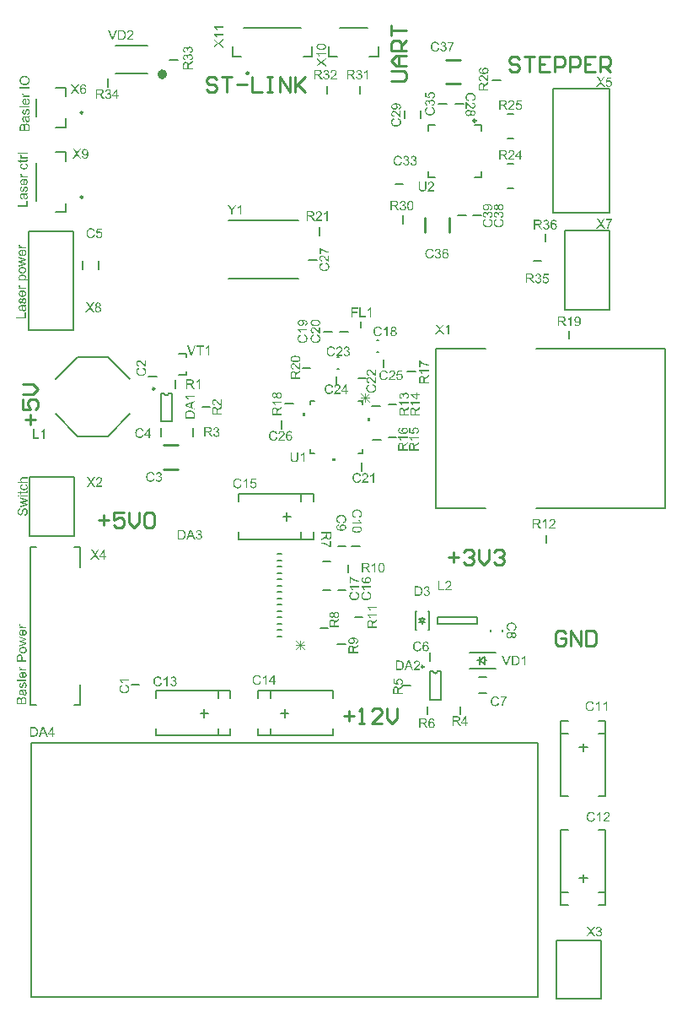
<source format=gbr>
%TF.GenerationSoftware,Altium Limited,Altium Designer,20.1.12 (249)*%
G04 Layer_Color=65535*
%FSLAX45Y45*%
%MOMM*%
%TF.SameCoordinates,0418086A-757F-42B6-A3B9-695331E80F4B*%
%TF.FilePolarity,Positive*%
%TF.FileFunction,Legend,Top*%
%TF.Part,Single*%
G01*
G75*
%TA.AperFunction,NonConductor*%
%ADD69C,0.60000*%
%ADD70C,0.25000*%
%ADD71C,0.20000*%
%ADD72C,0.15000*%
%ADD90C,0.25400*%
%ADD91C,0.15240*%
%ADD92C,0.07620*%
G36*
X2908960Y6047650D02*
Y6085750D01*
X2883560D01*
Y6047650D01*
X2908960D01*
D02*
G37*
G36*
X3213760Y5628550D02*
Y5603150D01*
X3175660D01*
Y5628550D01*
X3213760D01*
D02*
G37*
G36*
X3531260Y5996850D02*
Y6034950D01*
X3556660D01*
Y5996850D01*
X3531260D01*
D02*
G37*
G36*
X3074368Y9785732D02*
X3076032D01*
X3077835Y9785593D01*
X3079777Y9785454D01*
X3084215Y9785038D01*
X3088791Y9784345D01*
X3093229Y9783513D01*
X3095309Y9782958D01*
X3097390Y9782265D01*
X3097528D01*
X3097806Y9782126D01*
X3098360Y9781849D01*
X3099054Y9781571D01*
X3100025Y9781294D01*
X3100995Y9780739D01*
X3103353Y9779630D01*
X3105849Y9778243D01*
X3108623Y9776440D01*
X3111119Y9774360D01*
X3113477Y9771863D01*
Y9771725D01*
X3113754Y9771586D01*
X3114032Y9771170D01*
X3114309Y9770615D01*
X3114725Y9769922D01*
X3115280Y9769228D01*
X3116251Y9767148D01*
X3117221Y9764652D01*
X3118192Y9761739D01*
X3118747Y9758272D01*
X3119024Y9754528D01*
Y9753141D01*
X3118886Y9752170D01*
X3118747Y9751061D01*
X3118470Y9749674D01*
X3118192Y9748148D01*
X3117776Y9746484D01*
X3117221Y9744820D01*
X3116667Y9743017D01*
X3115835Y9741214D01*
X3114864Y9739411D01*
X3113754Y9737608D01*
X3112367Y9735806D01*
X3110842Y9734141D01*
X3109178Y9732616D01*
X3109039Y9732477D01*
X3108623Y9732200D01*
X3107930Y9731784D01*
X3106820Y9731090D01*
X3105572Y9730397D01*
X3103908Y9729703D01*
X3101966Y9728733D01*
X3099747Y9727901D01*
X3097251Y9727068D01*
X3094338Y9726236D01*
X3091149Y9725404D01*
X3087543Y9724711D01*
X3083660Y9724017D01*
X3079499Y9723601D01*
X3074923Y9723324D01*
X3070069Y9723185D01*
X3069930D01*
X3069375D01*
X3068405D01*
X3067295D01*
X3065770Y9723324D01*
X3064105D01*
X3062302Y9723463D01*
X3060222Y9723601D01*
X3055923Y9724017D01*
X3051346Y9724711D01*
X3046770Y9725543D01*
X3044690Y9726098D01*
X3042609Y9726652D01*
X3042471D01*
X3042193Y9726791D01*
X3041639Y9727068D01*
X3040945Y9727346D01*
X3039974Y9727623D01*
X3039004Y9728178D01*
X3036646Y9729287D01*
X3034150Y9730674D01*
X3031515Y9732477D01*
X3028880Y9734557D01*
X3026661Y9737054D01*
Y9737192D01*
X3026383Y9737331D01*
X3026106Y9737747D01*
X3025829Y9738302D01*
X3025274Y9738995D01*
X3024858Y9739827D01*
X3023748Y9741908D01*
X3022778Y9744404D01*
X3021807Y9747316D01*
X3021252Y9750783D01*
X3020975Y9754528D01*
Y9755776D01*
X3021113Y9757302D01*
X3021391Y9759104D01*
X3021807Y9761185D01*
X3022361Y9763404D01*
X3023055Y9765761D01*
X3024164Y9767980D01*
Y9768119D01*
X3024303Y9768258D01*
X3024719Y9768951D01*
X3025413Y9770060D01*
X3026383Y9771447D01*
X3027770Y9772973D01*
X3029296Y9774637D01*
X3031099Y9776163D01*
X3033179Y9777688D01*
X3033456Y9777827D01*
X3034150Y9778382D01*
X3035398Y9778936D01*
X3037201Y9779907D01*
X3039281Y9780739D01*
X3041639Y9781849D01*
X3044412Y9782819D01*
X3047463Y9783652D01*
X3047602D01*
X3047879Y9783790D01*
X3048295Y9783929D01*
X3048989Y9784068D01*
X3049821Y9784206D01*
X3050792Y9784345D01*
X3052040Y9784622D01*
X3053427Y9784761D01*
X3054952Y9785038D01*
X3056616Y9785177D01*
X3058558Y9785316D01*
X3060500Y9785593D01*
X3062719Y9785732D01*
X3064937D01*
X3067434Y9785870D01*
X3070069D01*
X3070207D01*
X3070762D01*
X3071733D01*
X3072842D01*
X3074368Y9785732D01*
D02*
G37*
G36*
X3117360Y9681164D02*
X3042332D01*
X3042471Y9681025D01*
X3043025Y9680332D01*
X3043858Y9679500D01*
X3044828Y9678113D01*
X3046076Y9676587D01*
X3047463Y9674646D01*
X3048989Y9672427D01*
X3050514Y9669931D01*
Y9669792D01*
X3050653Y9669653D01*
X3051208Y9668821D01*
X3051901Y9667434D01*
X3052733Y9665770D01*
X3053704Y9663829D01*
X3054675Y9661748D01*
X3055646Y9659668D01*
X3056478Y9657588D01*
X3045106D01*
Y9657726D01*
X3044828Y9658004D01*
X3044690Y9658559D01*
X3044274Y9659252D01*
X3043858Y9660084D01*
X3043303Y9661055D01*
X3041916Y9663412D01*
X3040390Y9666186D01*
X3038449Y9668960D01*
X3036230Y9671872D01*
X3033872Y9674785D01*
X3033734Y9674923D01*
X3033595Y9675062D01*
X3033179Y9675478D01*
X3032763Y9676033D01*
X3031376Y9677281D01*
X3029712Y9678945D01*
X3027770Y9680609D01*
X3025551Y9682412D01*
X3023332Y9683938D01*
X3020975Y9685325D01*
Y9692952D01*
X3117360D01*
Y9681164D01*
D02*
G37*
G36*
Y9626384D02*
X3083244Y9602114D01*
X3083105Y9601975D01*
X3082689Y9601698D01*
X3082134Y9601421D01*
X3081441Y9600866D01*
X3079499Y9599618D01*
X3077419Y9598231D01*
X3077558Y9598092D01*
X3078112Y9597676D01*
X3078945Y9597122D01*
X3080054Y9596428D01*
X3082273Y9594903D01*
X3083244Y9594209D01*
X3084076Y9593654D01*
X3117360Y9569385D01*
Y9554129D01*
X3067711Y9591158D01*
X3021391Y9558429D01*
Y9573545D01*
X3046076Y9591019D01*
X3046215D01*
X3046354Y9591297D01*
X3046770Y9591574D01*
X3047325Y9591990D01*
X3048711Y9592822D01*
X3050376Y9594070D01*
X3052317Y9595319D01*
X3054259Y9596567D01*
X3056062Y9597676D01*
X3057726Y9598647D01*
X3057449Y9598786D01*
X3056894Y9599202D01*
X3055784Y9599895D01*
X3054397Y9600866D01*
X3052872Y9601975D01*
X3050930Y9603362D01*
X3048989Y9604749D01*
X3046909Y9606413D01*
X3021391Y9625552D01*
Y9639420D01*
X3067018Y9606136D01*
X3117360Y9642055D01*
Y9626384D01*
D02*
G37*
G36*
X2088192Y9944929D02*
X2013164D01*
X2013303Y9944791D01*
X2013858Y9944097D01*
X2014690Y9943265D01*
X2015660Y9941878D01*
X2016909Y9940353D01*
X2018295Y9938411D01*
X2019821Y9936192D01*
X2021346Y9933696D01*
Y9933557D01*
X2021485Y9933419D01*
X2022040Y9932586D01*
X2022733Y9931200D01*
X2023565Y9929535D01*
X2024536Y9927594D01*
X2025507Y9925514D01*
X2026478Y9923433D01*
X2027310Y9921353D01*
X2015938D01*
Y9921492D01*
X2015660Y9921769D01*
X2015522Y9922324D01*
X2015106Y9923017D01*
X2014690Y9923849D01*
X2014135Y9924820D01*
X2012748Y9927178D01*
X2011223Y9929951D01*
X2009281Y9932725D01*
X2007062Y9935637D01*
X2004704Y9938550D01*
X2004566Y9938689D01*
X2004427Y9938827D01*
X2004011Y9939243D01*
X2003595Y9939798D01*
X2002208Y9941046D01*
X2000544Y9942710D01*
X1998602Y9944375D01*
X1996383Y9946177D01*
X1994164Y9947703D01*
X1991807Y9949090D01*
Y9956717D01*
X2088192D01*
Y9944929D01*
D02*
G37*
G36*
Y9870317D02*
X2013164D01*
X2013303Y9870179D01*
X2013858Y9869485D01*
X2014690Y9868653D01*
X2015660Y9867266D01*
X2016909Y9865741D01*
X2018295Y9863799D01*
X2019821Y9861580D01*
X2021346Y9859084D01*
Y9858945D01*
X2021485Y9858807D01*
X2022040Y9857974D01*
X2022733Y9856588D01*
X2023565Y9854923D01*
X2024536Y9852982D01*
X2025507Y9850902D01*
X2026478Y9848821D01*
X2027310Y9846741D01*
X2015938D01*
Y9846880D01*
X2015660Y9847157D01*
X2015522Y9847712D01*
X2015106Y9848405D01*
X2014690Y9849237D01*
X2014135Y9850208D01*
X2012748Y9852566D01*
X2011223Y9855339D01*
X2009281Y9858113D01*
X2007062Y9861025D01*
X2004704Y9863938D01*
X2004566Y9864077D01*
X2004427Y9864215D01*
X2004011Y9864631D01*
X2003595Y9865186D01*
X2002208Y9866434D01*
X2000544Y9868098D01*
X1998602Y9869763D01*
X1996383Y9871565D01*
X1994164Y9873091D01*
X1991807Y9874478D01*
Y9882105D01*
X2088192D01*
Y9870317D01*
D02*
G37*
G36*
Y9815537D02*
X2054076Y9791267D01*
X2053937Y9791129D01*
X2053521Y9790851D01*
X2052966Y9790574D01*
X2052273Y9790019D01*
X2050331Y9788771D01*
X2048251Y9787384D01*
X2048390Y9787246D01*
X2048945Y9786830D01*
X2049777Y9786275D01*
X2050886Y9785581D01*
X2053105Y9784056D01*
X2054076Y9783362D01*
X2054908Y9782808D01*
X2088192Y9758538D01*
Y9743283D01*
X2038543Y9780311D01*
X1992223Y9747582D01*
Y9762699D01*
X2016909Y9780173D01*
X2017047D01*
X2017186Y9780450D01*
X2017602Y9780727D01*
X2018157Y9781144D01*
X2019544Y9781976D01*
X2021208Y9783224D01*
X2023149Y9784472D01*
X2025091Y9785720D01*
X2026894Y9786830D01*
X2028558Y9787800D01*
X2028281Y9787939D01*
X2027726Y9788355D01*
X2026616Y9789048D01*
X2025230Y9790019D01*
X2023704Y9791129D01*
X2021763Y9792516D01*
X2019821Y9793902D01*
X2017741Y9795567D01*
X1992223Y9814705D01*
Y9828573D01*
X2037850Y9795289D01*
X2088192Y9831208D01*
Y9815537D01*
D02*
G37*
G36*
X1751149Y9754553D02*
X1752259Y9754414D01*
X1753507Y9754137D01*
X1754894Y9753859D01*
X1756419Y9753582D01*
X1759748Y9752472D01*
X1761550Y9751640D01*
X1763215Y9750808D01*
X1765018Y9749699D01*
X1766820Y9748451D01*
X1768623Y9747064D01*
X1770288Y9745400D01*
X1770426Y9745261D01*
X1770704Y9744984D01*
X1771120Y9744429D01*
X1771674Y9743735D01*
X1772368Y9742903D01*
X1773061Y9741794D01*
X1773893Y9740546D01*
X1774587Y9739020D01*
X1775419Y9737495D01*
X1776251Y9735692D01*
X1776944Y9733889D01*
X1777638Y9731809D01*
X1778193Y9729590D01*
X1778609Y9727232D01*
X1778886Y9724874D01*
X1779025Y9722239D01*
Y9720991D01*
X1778886Y9720159D01*
X1778747Y9719050D01*
X1778609Y9717801D01*
X1778331Y9716415D01*
X1778054Y9714889D01*
X1777222Y9711561D01*
X1775835Y9708094D01*
X1775003Y9706291D01*
X1774032Y9704627D01*
X1772784Y9702962D01*
X1771536Y9701298D01*
X1771397Y9701159D01*
X1771120Y9700882D01*
X1770704Y9700466D01*
X1770149Y9700050D01*
X1769455Y9699357D01*
X1768485Y9698663D01*
X1767514Y9697831D01*
X1766266Y9696999D01*
X1764879Y9696167D01*
X1763492Y9695335D01*
X1760164Y9693809D01*
X1756280Y9692561D01*
X1754200Y9692145D01*
X1751981Y9691868D01*
X1750456Y9703656D01*
X1750594D01*
X1750872Y9703794D01*
X1751427Y9703933D01*
X1752120Y9704072D01*
X1752952Y9704210D01*
X1753923Y9704488D01*
X1756003Y9705181D01*
X1758499Y9706152D01*
X1760857Y9707400D01*
X1763076Y9708787D01*
X1765018Y9710451D01*
X1765156Y9710729D01*
X1765711Y9711283D01*
X1766404Y9712393D01*
X1767098Y9713780D01*
X1767930Y9715444D01*
X1768623Y9717524D01*
X1769178Y9719882D01*
X1769317Y9722378D01*
Y9723210D01*
X1769178Y9723765D01*
X1769039Y9725290D01*
X1768623Y9727232D01*
X1767930Y9729451D01*
X1766959Y9731809D01*
X1765572Y9734166D01*
X1763631Y9736385D01*
X1763353Y9736663D01*
X1762521Y9737356D01*
X1761273Y9738188D01*
X1759609Y9739298D01*
X1757529Y9740407D01*
X1755171Y9741239D01*
X1752397Y9741933D01*
X1749346Y9742210D01*
X1749208D01*
X1748930D01*
X1748514D01*
X1747959Y9742071D01*
X1746434Y9741933D01*
X1744631Y9741516D01*
X1742412Y9740962D01*
X1740193Y9739991D01*
X1737974Y9738604D01*
X1735894Y9736801D01*
X1735617Y9736524D01*
X1735062Y9735830D01*
X1734230Y9734721D01*
X1733259Y9733195D01*
X1732288Y9731254D01*
X1731456Y9728896D01*
X1730901Y9726261D01*
X1730624Y9723349D01*
Y9722101D01*
X1730763Y9721130D01*
X1730901Y9719882D01*
X1731179Y9718495D01*
X1731456Y9716831D01*
X1731872Y9715028D01*
X1721471Y9716415D01*
Y9717108D01*
X1721609Y9717663D01*
Y9719466D01*
X1721332Y9720991D01*
X1721055Y9722794D01*
X1720639Y9724874D01*
X1719945Y9727232D01*
X1718974Y9729451D01*
X1717726Y9731809D01*
Y9731947D01*
X1717588Y9732086D01*
X1717033Y9732779D01*
X1716062Y9733750D01*
X1714814Y9734860D01*
X1713011Y9735969D01*
X1710931Y9736940D01*
X1708573Y9737633D01*
X1707186Y9737911D01*
X1705661D01*
X1705522D01*
X1705383D01*
X1704551D01*
X1703442Y9737633D01*
X1701916Y9737356D01*
X1700252Y9736801D01*
X1698449Y9736108D01*
X1696646Y9734998D01*
X1694982Y9733473D01*
X1694843Y9733334D01*
X1694289Y9732641D01*
X1693595Y9731670D01*
X1692763Y9730422D01*
X1692070Y9728758D01*
X1691376Y9726816D01*
X1690822Y9724597D01*
X1690683Y9722101D01*
Y9720991D01*
X1690960Y9719743D01*
X1691238Y9718079D01*
X1691792Y9716276D01*
X1692486Y9714473D01*
X1693595Y9712532D01*
X1694982Y9710729D01*
X1695121Y9710590D01*
X1695814Y9710035D01*
X1696785Y9709203D01*
X1698172Y9708232D01*
X1699975Y9707262D01*
X1702194Y9706291D01*
X1704829Y9705459D01*
X1707880Y9704904D01*
X1705799Y9693116D01*
X1705661D01*
X1705245Y9693254D01*
X1704690Y9693393D01*
X1703858Y9693532D01*
X1702887Y9693809D01*
X1701778Y9694225D01*
X1699143Y9695057D01*
X1696092Y9696444D01*
X1693041Y9698108D01*
X1690128Y9700189D01*
X1687493Y9702824D01*
X1687355Y9702962D01*
X1687216Y9703240D01*
X1686938Y9703656D01*
X1686522Y9704210D01*
X1685968Y9704904D01*
X1685413Y9705875D01*
X1684858Y9706845D01*
X1684165Y9708094D01*
X1683055Y9710867D01*
X1681946Y9714057D01*
X1681252Y9717801D01*
X1680975Y9719743D01*
Y9723210D01*
X1681114Y9724736D01*
X1681391Y9726539D01*
X1681807Y9728758D01*
X1682501Y9731254D01*
X1683333Y9733750D01*
X1684442Y9736246D01*
Y9736385D01*
X1684581Y9736524D01*
X1684997Y9737356D01*
X1685829Y9738604D01*
X1686800Y9739991D01*
X1688187Y9741655D01*
X1689712Y9743319D01*
X1691515Y9744984D01*
X1693595Y9746370D01*
X1693873Y9746509D01*
X1694566Y9746925D01*
X1695814Y9747480D01*
X1697340Y9748173D01*
X1699143Y9748867D01*
X1701223Y9749421D01*
X1703581Y9749837D01*
X1705938Y9749976D01*
X1706216D01*
X1707048D01*
X1708157Y9749837D01*
X1709683Y9749560D01*
X1711486Y9749144D01*
X1713427Y9748451D01*
X1715369Y9747619D01*
X1717310Y9746509D01*
X1717588Y9746370D01*
X1718142Y9745954D01*
X1719113Y9745122D01*
X1720223Y9744013D01*
X1721471Y9742626D01*
X1722858Y9740962D01*
X1724106Y9739020D01*
X1725354Y9736663D01*
Y9736801D01*
X1725493Y9737079D01*
X1725631Y9737495D01*
X1725770Y9738049D01*
X1726325Y9739575D01*
X1727157Y9741516D01*
X1728266Y9743735D01*
X1729653Y9745954D01*
X1731456Y9748035D01*
X1733536Y9749976D01*
X1733814Y9750115D01*
X1734646Y9750670D01*
X1736033Y9751502D01*
X1737835Y9752334D01*
X1740054Y9753166D01*
X1742689Y9753998D01*
X1745740Y9754553D01*
X1749069Y9754691D01*
X1749208D01*
X1749624D01*
X1750317D01*
X1751149Y9754553D01*
D02*
G37*
G36*
Y9679941D02*
X1752259Y9679802D01*
X1753507Y9679525D01*
X1754894Y9679247D01*
X1756419Y9678970D01*
X1759748Y9677861D01*
X1761550Y9677028D01*
X1763215Y9676196D01*
X1765018Y9675087D01*
X1766820Y9673839D01*
X1768623Y9672452D01*
X1770288Y9670788D01*
X1770426Y9670649D01*
X1770704Y9670372D01*
X1771120Y9669817D01*
X1771674Y9669123D01*
X1772368Y9668291D01*
X1773061Y9667182D01*
X1773893Y9665934D01*
X1774587Y9664408D01*
X1775419Y9662883D01*
X1776251Y9661080D01*
X1776944Y9659277D01*
X1777638Y9657197D01*
X1778193Y9654978D01*
X1778609Y9652620D01*
X1778886Y9650262D01*
X1779025Y9647627D01*
Y9646379D01*
X1778886Y9645547D01*
X1778747Y9644438D01*
X1778609Y9643190D01*
X1778331Y9641803D01*
X1778054Y9640277D01*
X1777222Y9636949D01*
X1775835Y9633482D01*
X1775003Y9631679D01*
X1774032Y9630015D01*
X1772784Y9628350D01*
X1771536Y9626686D01*
X1771397Y9626547D01*
X1771120Y9626270D01*
X1770704Y9625854D01*
X1770149Y9625438D01*
X1769455Y9624745D01*
X1768485Y9624051D01*
X1767514Y9623219D01*
X1766266Y9622387D01*
X1764879Y9621555D01*
X1763492Y9620723D01*
X1760164Y9619197D01*
X1756280Y9617949D01*
X1754200Y9617533D01*
X1751981Y9617256D01*
X1750456Y9629044D01*
X1750594D01*
X1750872Y9629182D01*
X1751427Y9629321D01*
X1752120Y9629460D01*
X1752952Y9629598D01*
X1753923Y9629876D01*
X1756003Y9630569D01*
X1758499Y9631540D01*
X1760857Y9632788D01*
X1763076Y9634175D01*
X1765018Y9635839D01*
X1765156Y9636117D01*
X1765711Y9636671D01*
X1766404Y9637781D01*
X1767098Y9639168D01*
X1767930Y9640832D01*
X1768623Y9642912D01*
X1769178Y9645270D01*
X1769317Y9647766D01*
Y9648598D01*
X1769178Y9649153D01*
X1769039Y9650678D01*
X1768623Y9652620D01*
X1767930Y9654839D01*
X1766959Y9657197D01*
X1765572Y9659554D01*
X1763631Y9661773D01*
X1763353Y9662051D01*
X1762521Y9662744D01*
X1761273Y9663576D01*
X1759609Y9664686D01*
X1757529Y9665795D01*
X1755171Y9666627D01*
X1752397Y9667321D01*
X1749346Y9667598D01*
X1749208D01*
X1748930D01*
X1748514D01*
X1747959Y9667459D01*
X1746434Y9667321D01*
X1744631Y9666904D01*
X1742412Y9666350D01*
X1740193Y9665379D01*
X1737974Y9663992D01*
X1735894Y9662189D01*
X1735617Y9661912D01*
X1735062Y9661218D01*
X1734230Y9660109D01*
X1733259Y9658583D01*
X1732288Y9656642D01*
X1731456Y9654284D01*
X1730901Y9651649D01*
X1730624Y9648737D01*
Y9647489D01*
X1730763Y9646518D01*
X1730901Y9645270D01*
X1731179Y9643883D01*
X1731456Y9642219D01*
X1731872Y9640416D01*
X1721471Y9641803D01*
Y9642496D01*
X1721609Y9643051D01*
Y9644854D01*
X1721332Y9646379D01*
X1721055Y9648182D01*
X1720639Y9650262D01*
X1719945Y9652620D01*
X1718974Y9654839D01*
X1717726Y9657197D01*
Y9657335D01*
X1717588Y9657474D01*
X1717033Y9658167D01*
X1716062Y9659138D01*
X1714814Y9660248D01*
X1713011Y9661357D01*
X1710931Y9662328D01*
X1708573Y9663021D01*
X1707186Y9663299D01*
X1705661D01*
X1705522D01*
X1705383D01*
X1704551D01*
X1703442Y9663021D01*
X1701916Y9662744D01*
X1700252Y9662189D01*
X1698449Y9661496D01*
X1696646Y9660386D01*
X1694982Y9658861D01*
X1694843Y9658722D01*
X1694289Y9658029D01*
X1693595Y9657058D01*
X1692763Y9655810D01*
X1692070Y9654146D01*
X1691376Y9652204D01*
X1690822Y9649985D01*
X1690683Y9647489D01*
Y9646379D01*
X1690960Y9645131D01*
X1691238Y9643467D01*
X1691792Y9641664D01*
X1692486Y9639861D01*
X1693595Y9637920D01*
X1694982Y9636117D01*
X1695121Y9635978D01*
X1695814Y9635423D01*
X1696785Y9634591D01*
X1698172Y9633620D01*
X1699975Y9632650D01*
X1702194Y9631679D01*
X1704829Y9630847D01*
X1707880Y9630292D01*
X1705799Y9618504D01*
X1705661D01*
X1705245Y9618642D01*
X1704690Y9618781D01*
X1703858Y9618920D01*
X1702887Y9619197D01*
X1701778Y9619613D01*
X1699143Y9620445D01*
X1696092Y9621832D01*
X1693041Y9623496D01*
X1690128Y9625577D01*
X1687493Y9628212D01*
X1687355Y9628350D01*
X1687216Y9628628D01*
X1686938Y9629044D01*
X1686522Y9629598D01*
X1685968Y9630292D01*
X1685413Y9631263D01*
X1684858Y9632233D01*
X1684165Y9633482D01*
X1683055Y9636255D01*
X1681946Y9639445D01*
X1681252Y9643190D01*
X1680975Y9645131D01*
Y9648598D01*
X1681114Y9650124D01*
X1681391Y9651927D01*
X1681807Y9654146D01*
X1682501Y9656642D01*
X1683333Y9659138D01*
X1684442Y9661634D01*
Y9661773D01*
X1684581Y9661912D01*
X1684997Y9662744D01*
X1685829Y9663992D01*
X1686800Y9665379D01*
X1688187Y9667043D01*
X1689712Y9668707D01*
X1691515Y9670372D01*
X1693595Y9671758D01*
X1693873Y9671897D01*
X1694566Y9672313D01*
X1695814Y9672868D01*
X1697340Y9673561D01*
X1699143Y9674255D01*
X1701223Y9674809D01*
X1703581Y9675226D01*
X1705938Y9675364D01*
X1706216D01*
X1707048D01*
X1708157Y9675226D01*
X1709683Y9674948D01*
X1711486Y9674532D01*
X1713427Y9673839D01*
X1715369Y9673007D01*
X1717310Y9671897D01*
X1717588Y9671758D01*
X1718142Y9671342D01*
X1719113Y9670510D01*
X1720223Y9669401D01*
X1721471Y9668014D01*
X1722858Y9666350D01*
X1724106Y9664408D01*
X1725354Y9662051D01*
Y9662189D01*
X1725493Y9662467D01*
X1725631Y9662883D01*
X1725770Y9663437D01*
X1726325Y9664963D01*
X1727157Y9666904D01*
X1728266Y9669123D01*
X1729653Y9671342D01*
X1731456Y9673423D01*
X1733536Y9675364D01*
X1733814Y9675503D01*
X1734646Y9676058D01*
X1736033Y9676890D01*
X1737835Y9677722D01*
X1740054Y9678554D01*
X1742689Y9679386D01*
X1745740Y9679941D01*
X1749069Y9680079D01*
X1749208D01*
X1749624D01*
X1750317D01*
X1751149Y9679941D01*
D02*
G37*
G36*
X1777360Y9593818D02*
X1757390Y9581198D01*
X1757251D01*
X1756974Y9580920D01*
X1756558Y9580643D01*
X1756003Y9580227D01*
X1754478Y9579256D01*
X1752536Y9578008D01*
X1750456Y9576482D01*
X1748237Y9574957D01*
X1746157Y9573431D01*
X1744215Y9572045D01*
X1744076Y9571906D01*
X1743522Y9571490D01*
X1742689Y9570796D01*
X1741719Y9569826D01*
X1739638Y9567745D01*
X1738668Y9566636D01*
X1737835Y9565526D01*
X1737697Y9565388D01*
X1737558Y9565110D01*
X1737281Y9564556D01*
X1736865Y9563724D01*
X1736449Y9562891D01*
X1736033Y9561921D01*
X1735339Y9559702D01*
Y9559563D01*
X1735200Y9559286D01*
Y9558731D01*
X1735062Y9558038D01*
X1734923Y9557067D01*
Y9555957D01*
X1734784Y9554432D01*
Y9538067D01*
X1777360D01*
Y9525308D01*
X1681391D01*
Y9569826D01*
X1681530Y9570935D01*
Y9572183D01*
X1681668Y9575096D01*
X1682085Y9578147D01*
X1682501Y9581475D01*
X1683194Y9584526D01*
X1683610Y9586052D01*
X1684026Y9587300D01*
Y9587439D01*
X1684165Y9587577D01*
X1684581Y9588409D01*
X1685136Y9589657D01*
X1686106Y9591183D01*
X1687355Y9592847D01*
X1689019Y9594650D01*
X1690960Y9596314D01*
X1693179Y9597979D01*
X1693318D01*
X1693457Y9598117D01*
X1694289Y9598672D01*
X1695676Y9599227D01*
X1697478Y9600059D01*
X1699559Y9600752D01*
X1702055Y9601446D01*
X1704690Y9601862D01*
X1707602Y9602000D01*
X1707741D01*
X1708018D01*
X1708573D01*
X1709267Y9601862D01*
X1710237D01*
X1711208Y9601723D01*
X1713566Y9601168D01*
X1716339Y9600336D01*
X1719252Y9599227D01*
X1722164Y9597562D01*
X1723551Y9596453D01*
X1724938Y9595344D01*
X1725077Y9595205D01*
X1725215Y9595066D01*
X1725631Y9594650D01*
X1726047Y9594095D01*
X1726602Y9593402D01*
X1727157Y9592570D01*
X1727850Y9591460D01*
X1728682Y9590351D01*
X1729376Y9588964D01*
X1730069Y9587439D01*
X1730901Y9585774D01*
X1731595Y9583971D01*
X1732149Y9581891D01*
X1732843Y9579811D01*
X1733259Y9577453D01*
X1733675Y9574957D01*
X1733814Y9575234D01*
X1734091Y9575789D01*
X1734646Y9576621D01*
X1735200Y9577731D01*
X1736726Y9580227D01*
X1737697Y9581475D01*
X1738529Y9582585D01*
X1738806Y9582862D01*
X1739500Y9583555D01*
X1740609Y9584665D01*
X1741996Y9586052D01*
X1743938Y9587577D01*
X1746018Y9589380D01*
X1748514Y9591183D01*
X1751288Y9593125D01*
X1777360Y9609628D01*
Y9593818D01*
D02*
G37*
G36*
X930332Y9328886D02*
X932135Y9328609D01*
X934354Y9328193D01*
X936850Y9327499D01*
X939346Y9326667D01*
X941843Y9325558D01*
X941981D01*
X942120Y9325419D01*
X942952Y9325003D01*
X944200Y9324171D01*
X945587Y9323200D01*
X947251Y9321813D01*
X948916Y9320288D01*
X950580Y9318485D01*
X951967Y9316405D01*
X952105Y9316127D01*
X952521Y9315434D01*
X953076Y9314186D01*
X953769Y9312660D01*
X954463Y9310857D01*
X955018Y9308777D01*
X955434Y9306419D01*
X955572Y9304062D01*
Y9303784D01*
Y9302952D01*
X955434Y9301843D01*
X955156Y9300317D01*
X954740Y9298514D01*
X954047Y9296573D01*
X953215Y9294631D01*
X952105Y9292690D01*
X951967Y9292412D01*
X951551Y9291857D01*
X950718Y9290887D01*
X949609Y9289777D01*
X948222Y9288529D01*
X946558Y9287142D01*
X944616Y9285894D01*
X942259Y9284646D01*
X942397D01*
X942675Y9284507D01*
X943091Y9284369D01*
X943646Y9284230D01*
X945171Y9283675D01*
X947113Y9282843D01*
X949332Y9281734D01*
X951551Y9280347D01*
X953631Y9278544D01*
X955572Y9276464D01*
X955711Y9276186D01*
X956266Y9275354D01*
X957098Y9273967D01*
X957930Y9272164D01*
X958762Y9269945D01*
X959594Y9267310D01*
X960149Y9264259D01*
X960288Y9260931D01*
Y9260792D01*
Y9260376D01*
Y9259683D01*
X960149Y9258851D01*
X960010Y9257741D01*
X959733Y9256493D01*
X959456Y9255106D01*
X959178Y9253581D01*
X958069Y9250252D01*
X957237Y9248449D01*
X956404Y9246785D01*
X955295Y9244982D01*
X954047Y9243179D01*
X952660Y9241376D01*
X950996Y9239712D01*
X950857Y9239574D01*
X950580Y9239296D01*
X950025Y9238880D01*
X949332Y9238325D01*
X948499Y9237632D01*
X947390Y9236939D01*
X946142Y9236106D01*
X944616Y9235413D01*
X943091Y9234581D01*
X941288Y9233749D01*
X939485Y9233055D01*
X937405Y9232362D01*
X935186Y9231807D01*
X932828Y9231391D01*
X930471Y9231114D01*
X927836Y9230975D01*
X926587D01*
X925755Y9231114D01*
X924646Y9231253D01*
X923398Y9231391D01*
X922011Y9231669D01*
X920485Y9231946D01*
X917157Y9232778D01*
X913690Y9234165D01*
X911887Y9234997D01*
X910223Y9235968D01*
X908559Y9237216D01*
X906894Y9238464D01*
X906756Y9238603D01*
X906478Y9238880D01*
X906062Y9239296D01*
X905646Y9239851D01*
X904953Y9240544D01*
X904259Y9241515D01*
X903427Y9242486D01*
X902595Y9243734D01*
X901763Y9245121D01*
X900931Y9246508D01*
X899405Y9249836D01*
X898157Y9253719D01*
X897741Y9255800D01*
X897464Y9258019D01*
X909252Y9259544D01*
Y9259405D01*
X909391Y9259128D01*
X909529Y9258573D01*
X909668Y9257880D01*
X909807Y9257048D01*
X910084Y9256077D01*
X910777Y9253997D01*
X911748Y9251500D01*
X912996Y9249143D01*
X914383Y9246924D01*
X916047Y9244982D01*
X916325Y9244844D01*
X916880Y9244289D01*
X917989Y9243595D01*
X919376Y9242902D01*
X921040Y9242070D01*
X923120Y9241376D01*
X925478Y9240822D01*
X927974Y9240683D01*
X928806D01*
X929361Y9240822D01*
X930887Y9240960D01*
X932828Y9241376D01*
X935047Y9242070D01*
X937405Y9243041D01*
X939762Y9244428D01*
X941981Y9246369D01*
X942259Y9246646D01*
X942952Y9247479D01*
X943784Y9248727D01*
X944894Y9250391D01*
X946003Y9252471D01*
X946835Y9254829D01*
X947529Y9257603D01*
X947806Y9260654D01*
Y9260792D01*
Y9261070D01*
Y9261486D01*
X947667Y9262040D01*
X947529Y9263566D01*
X947113Y9265369D01*
X946558Y9267588D01*
X945587Y9269807D01*
X944200Y9272026D01*
X942397Y9274106D01*
X942120Y9274383D01*
X941427Y9274938D01*
X940317Y9275770D01*
X938792Y9276741D01*
X936850Y9277712D01*
X934492Y9278544D01*
X931857Y9279099D01*
X928945Y9279376D01*
X927697D01*
X926726Y9279237D01*
X925478Y9279099D01*
X924091Y9278821D01*
X922427Y9278544D01*
X920624Y9278128D01*
X922011Y9288529D01*
X922704D01*
X923259Y9288390D01*
X925062D01*
X926587Y9288668D01*
X928390Y9288945D01*
X930471Y9289361D01*
X932828Y9290055D01*
X935047Y9291025D01*
X937405Y9292274D01*
X937543D01*
X937682Y9292412D01*
X938376Y9292967D01*
X939346Y9293938D01*
X940456Y9295186D01*
X941565Y9296989D01*
X942536Y9299069D01*
X943230Y9301427D01*
X943507Y9302813D01*
Y9304339D01*
Y9304478D01*
Y9304616D01*
Y9305448D01*
X943230Y9306558D01*
X942952Y9308083D01*
X942397Y9309748D01*
X941704Y9311551D01*
X940595Y9313353D01*
X939069Y9315018D01*
X938930Y9315156D01*
X938237Y9315711D01*
X937266Y9316405D01*
X936018Y9317237D01*
X934354Y9317930D01*
X932412Y9318623D01*
X930193Y9319178D01*
X927697Y9319317D01*
X926587D01*
X925339Y9319040D01*
X923675Y9318762D01*
X921872Y9318207D01*
X920069Y9317514D01*
X918128Y9316405D01*
X916325Y9315018D01*
X916186Y9314879D01*
X915631Y9314186D01*
X914799Y9313215D01*
X913828Y9311828D01*
X912858Y9310025D01*
X911887Y9307806D01*
X911055Y9305171D01*
X910500Y9302120D01*
X898712Y9304200D01*
Y9304339D01*
X898851Y9304755D01*
X898989Y9305310D01*
X899128Y9306142D01*
X899405Y9307113D01*
X899821Y9308222D01*
X900654Y9310857D01*
X902040Y9313908D01*
X903705Y9316959D01*
X905785Y9319872D01*
X908420Y9322507D01*
X908559Y9322645D01*
X908836Y9322784D01*
X909252Y9323061D01*
X909807Y9323477D01*
X910500Y9324032D01*
X911471Y9324587D01*
X912442Y9325142D01*
X913690Y9325835D01*
X916463Y9326945D01*
X919653Y9328054D01*
X923398Y9328747D01*
X925339Y9329025D01*
X928806D01*
X930332Y9328886D01*
D02*
G37*
G36*
X1021447Y9266478D02*
X1034484D01*
Y9255661D01*
X1021447D01*
Y9232639D01*
X1009659D01*
Y9255661D01*
X967915D01*
Y9266478D01*
X1011878Y9328609D01*
X1021447D01*
Y9266478D01*
D02*
G37*
G36*
X851143Y9328470D02*
X852391D01*
X855304Y9328331D01*
X858355Y9327915D01*
X861683Y9327499D01*
X864734Y9326806D01*
X866260Y9326390D01*
X867508Y9325974D01*
X867647D01*
X867785Y9325835D01*
X868618Y9325419D01*
X869866Y9324864D01*
X871391Y9323893D01*
X873055Y9322645D01*
X874858Y9320981D01*
X876523Y9319040D01*
X878187Y9316821D01*
Y9316682D01*
X878325Y9316543D01*
X878880Y9315711D01*
X879435Y9314324D01*
X880267Y9312521D01*
X880960Y9310441D01*
X881654Y9307945D01*
X882070Y9305310D01*
X882209Y9302397D01*
Y9302259D01*
Y9301981D01*
Y9301427D01*
X882070Y9300733D01*
Y9299762D01*
X881931Y9298792D01*
X881376Y9296434D01*
X880544Y9293660D01*
X879435Y9290748D01*
X877771Y9287836D01*
X876661Y9286449D01*
X875552Y9285062D01*
X875413Y9284923D01*
X875274Y9284785D01*
X874858Y9284369D01*
X874304Y9283952D01*
X873610Y9283398D01*
X872778Y9282843D01*
X871669Y9282150D01*
X870559Y9281317D01*
X869172Y9280624D01*
X867647Y9279931D01*
X865983Y9279099D01*
X864180Y9278405D01*
X862099Y9277850D01*
X860019Y9277157D01*
X857661Y9276741D01*
X855165Y9276325D01*
X855443Y9276186D01*
X855997Y9275909D01*
X856829Y9275354D01*
X857939Y9274799D01*
X860435Y9273274D01*
X861683Y9272303D01*
X862793Y9271471D01*
X863070Y9271194D01*
X863764Y9270500D01*
X864873Y9269391D01*
X866260Y9268004D01*
X867785Y9266062D01*
X869588Y9263982D01*
X871391Y9261486D01*
X873333Y9258712D01*
X889836Y9232639D01*
X874026D01*
X861406Y9252610D01*
Y9252749D01*
X861129Y9253026D01*
X860851Y9253442D01*
X860435Y9253997D01*
X859464Y9255522D01*
X858216Y9257464D01*
X856691Y9259544D01*
X855165Y9261763D01*
X853640Y9263843D01*
X852253Y9265785D01*
X852114Y9265924D01*
X851698Y9266478D01*
X851005Y9267310D01*
X850034Y9268281D01*
X847954Y9270361D01*
X846844Y9271332D01*
X845735Y9272164D01*
X845596Y9272303D01*
X845319Y9272442D01*
X844764Y9272719D01*
X843932Y9273135D01*
X843100Y9273551D01*
X842129Y9273967D01*
X839910Y9274661D01*
X839771D01*
X839494Y9274799D01*
X838939D01*
X838246Y9274938D01*
X837275Y9275077D01*
X836165D01*
X834640Y9275215D01*
X818275D01*
Y9232639D01*
X805516D01*
Y9328609D01*
X850034D01*
X851143Y9328470D01*
D02*
G37*
G36*
X4062901Y6604553D02*
X4063179Y6604276D01*
X4063734Y6603721D01*
X4064566Y6603166D01*
X4065536Y6602334D01*
X4066646Y6601225D01*
X4068033Y6600115D01*
X4069697Y6598867D01*
X4071361Y6597619D01*
X4073303Y6596093D01*
X4075522Y6594568D01*
X4077741Y6593042D01*
X4080237Y6591378D01*
X4082872Y6589714D01*
X4085784Y6588050D01*
X4088697Y6586385D01*
X4088835Y6586247D01*
X4089390Y6585969D01*
X4090222Y6585553D01*
X4091470Y6584860D01*
X4092996Y6584166D01*
X4094660Y6583334D01*
X4096602Y6582364D01*
X4098821Y6581393D01*
X4101317Y6580283D01*
X4103813Y6579035D01*
X4106587Y6577926D01*
X4109499Y6576816D01*
X4115463Y6574597D01*
X4121842Y6572517D01*
X4121981D01*
X4122397Y6572378D01*
X4123090Y6572240D01*
X4123922Y6571962D01*
X4125032Y6571685D01*
X4126419Y6571407D01*
X4127944Y6570991D01*
X4129608Y6570714D01*
X4131550Y6570298D01*
X4133630Y6569882D01*
X4138068Y6569189D01*
X4142922Y6568495D01*
X4148192Y6568079D01*
Y6556014D01*
X4148053D01*
X4147637D01*
X4147083D01*
X4146251Y6556152D01*
X4145141D01*
X4143754Y6556291D01*
X4142229Y6556430D01*
X4140564Y6556568D01*
X4138623Y6556846D01*
X4136681Y6557123D01*
X4134324Y6557539D01*
X4131966Y6557955D01*
X4129470Y6558371D01*
X4126696Y6558926D01*
X4121010Y6560313D01*
X4120871D01*
X4120317Y6560451D01*
X4119485Y6560729D01*
X4118236Y6561145D01*
X4116850Y6561561D01*
X4115185Y6562116D01*
X4113244Y6562670D01*
X4111163Y6563502D01*
X4108806Y6564335D01*
X4106448Y6565167D01*
X4101178Y6567247D01*
X4095631Y6569743D01*
X4090084Y6572517D01*
X4089945Y6572656D01*
X4089390Y6572933D01*
X4088697Y6573349D01*
X4087587Y6573904D01*
X4086339Y6574597D01*
X4084814Y6575568D01*
X4083149Y6576539D01*
X4081346Y6577648D01*
X4077325Y6580283D01*
X4073164Y6583057D01*
X4068865Y6586247D01*
X4064843Y6589575D01*
Y6542561D01*
X4053471D01*
Y6604692D01*
X4062763D01*
X4062901Y6604553D01*
D02*
G37*
G36*
X4148192Y6499708D02*
X4073164D01*
X4073303Y6499569D01*
X4073857Y6498876D01*
X4074690Y6498044D01*
X4075660Y6496657D01*
X4076909Y6495131D01*
X4078295Y6493190D01*
X4079821Y6490971D01*
X4081346Y6488474D01*
Y6488336D01*
X4081485Y6488197D01*
X4082040Y6487365D01*
X4082733Y6485978D01*
X4083565Y6484314D01*
X4084536Y6482372D01*
X4085507Y6480292D01*
X4086478Y6478212D01*
X4087310Y6476132D01*
X4075938D01*
Y6476270D01*
X4075660Y6476548D01*
X4075522Y6477102D01*
X4075106Y6477796D01*
X4074690Y6478628D01*
X4074135Y6479599D01*
X4072748Y6481956D01*
X4071222Y6484730D01*
X4069281Y6487504D01*
X4067062Y6490416D01*
X4064704Y6493328D01*
X4064566Y6493467D01*
X4064427Y6493606D01*
X4064011Y6494022D01*
X4063595Y6494577D01*
X4062208Y6495825D01*
X4060544Y6497489D01*
X4058602Y6499153D01*
X4056383Y6500956D01*
X4054164Y6502482D01*
X4051807Y6503868D01*
Y6511496D01*
X4148192D01*
Y6499708D01*
D02*
G37*
G36*
Y6443818D02*
X4128222Y6431198D01*
X4128083D01*
X4127806Y6430921D01*
X4127390Y6430643D01*
X4126835Y6430227D01*
X4125309Y6429256D01*
X4123368Y6428008D01*
X4121287Y6426483D01*
X4119068Y6424957D01*
X4116988Y6423432D01*
X4115047Y6422045D01*
X4114908Y6421906D01*
X4114353Y6421490D01*
X4113521Y6420797D01*
X4112550Y6419826D01*
X4110470Y6417746D01*
X4109499Y6416636D01*
X4108667Y6415527D01*
X4108528Y6415388D01*
X4108390Y6415111D01*
X4108112Y6414556D01*
X4107696Y6413724D01*
X4107280Y6412892D01*
X4106864Y6411921D01*
X4106171Y6409702D01*
Y6409563D01*
X4106032Y6409286D01*
Y6408731D01*
X4105893Y6408038D01*
X4105755Y6407067D01*
Y6405957D01*
X4105616Y6404432D01*
Y6388067D01*
X4148192D01*
Y6375308D01*
X4052223D01*
Y6419826D01*
X4052361Y6420935D01*
Y6422183D01*
X4052500Y6425096D01*
X4052916Y6428147D01*
X4053332Y6431475D01*
X4054026Y6434526D01*
X4054442Y6436052D01*
X4054858Y6437300D01*
Y6437439D01*
X4054996Y6437577D01*
X4055413Y6438410D01*
X4055967Y6439658D01*
X4056938Y6441183D01*
X4058186Y6442847D01*
X4059850Y6444650D01*
X4061792Y6446315D01*
X4064011Y6447979D01*
X4064150D01*
X4064288Y6448117D01*
X4065120Y6448672D01*
X4066507Y6449227D01*
X4068310Y6450059D01*
X4070390Y6450752D01*
X4072887Y6451446D01*
X4075522Y6451862D01*
X4078434Y6452001D01*
X4078573D01*
X4078850D01*
X4079405D01*
X4080098Y6451862D01*
X4081069D01*
X4082040Y6451723D01*
X4084397Y6451168D01*
X4087171Y6450336D01*
X4090084Y6449227D01*
X4092996Y6447563D01*
X4094383Y6446453D01*
X4095770Y6445344D01*
X4095908Y6445205D01*
X4096047Y6445066D01*
X4096463Y6444650D01*
X4096879Y6444096D01*
X4097434Y6443402D01*
X4097989Y6442570D01*
X4098682Y6441461D01*
X4099514Y6440351D01*
X4100207Y6438964D01*
X4100901Y6437439D01*
X4101733Y6435775D01*
X4102426Y6433972D01*
X4102981Y6431891D01*
X4103675Y6429811D01*
X4104091Y6427453D01*
X4104507Y6424957D01*
X4104645Y6425235D01*
X4104923Y6425789D01*
X4105477Y6426621D01*
X4106032Y6427731D01*
X4107558Y6430227D01*
X4108528Y6431475D01*
X4109361Y6432585D01*
X4109638Y6432862D01*
X4110331Y6433556D01*
X4111441Y6434665D01*
X4112828Y6436052D01*
X4114769Y6437577D01*
X4116850Y6439380D01*
X4119346Y6441183D01*
X4122120Y6443125D01*
X4148192Y6459628D01*
Y6443818D01*
D02*
G37*
G36*
X3700589Y6509510D02*
X3701837Y6509372D01*
X3703362Y6509233D01*
X3704888Y6509094D01*
X3706691Y6508678D01*
X3710435Y6507846D01*
X3714596Y6506598D01*
X3716676Y6505766D01*
X3718618Y6504795D01*
X3720559Y6503547D01*
X3722501Y6502299D01*
X3722639Y6502160D01*
X3722917Y6502021D01*
X3723472Y6501605D01*
X3724165Y6500912D01*
X3724858Y6500218D01*
X3725829Y6499248D01*
X3726800Y6498138D01*
X3727909Y6497029D01*
X3729019Y6495642D01*
X3730128Y6493978D01*
X3731377Y6492313D01*
X3732486Y6490511D01*
X3733457Y6488430D01*
X3734566Y6486350D01*
X3735398Y6484131D01*
X3736231Y6481635D01*
X3723749Y6478722D01*
Y6478861D01*
X3723610Y6479138D01*
X3723333Y6479693D01*
X3723056Y6480387D01*
X3722778Y6481219D01*
X3722362Y6482328D01*
X3721253Y6484547D01*
X3719866Y6487043D01*
X3718202Y6489540D01*
X3716121Y6491897D01*
X3713902Y6493978D01*
X3713625Y6494255D01*
X3712793Y6494810D01*
X3711406Y6495503D01*
X3709603Y6496474D01*
X3707246Y6497306D01*
X3704611Y6498138D01*
X3701421Y6498693D01*
X3697954Y6498832D01*
X3696844D01*
X3696151Y6498693D01*
X3695180D01*
X3694071Y6498554D01*
X3691436Y6498138D01*
X3688523Y6497583D01*
X3685472Y6496613D01*
X3682282Y6495226D01*
X3679370Y6493423D01*
X3679231D01*
X3679093Y6493146D01*
X3678122Y6492452D01*
X3676874Y6491343D01*
X3675348Y6489678D01*
X3673545Y6487598D01*
X3671881Y6485241D01*
X3670356Y6482328D01*
X3668969Y6479138D01*
Y6479000D01*
X3668830Y6478722D01*
X3668691Y6478306D01*
X3668553Y6477613D01*
X3668275Y6476781D01*
X3667998Y6475810D01*
X3667582Y6473452D01*
X3667027Y6470679D01*
X3666472Y6467628D01*
X3666195Y6464299D01*
X3666056Y6460693D01*
Y6460555D01*
Y6460139D01*
Y6459445D01*
Y6458613D01*
X3666195Y6457642D01*
Y6456394D01*
X3666334Y6455007D01*
X3666472Y6453482D01*
X3666889Y6450153D01*
X3667582Y6446548D01*
X3668414Y6442942D01*
X3669524Y6439336D01*
Y6439197D01*
X3669662Y6438920D01*
X3669940Y6438504D01*
X3670217Y6437811D01*
X3671049Y6436146D01*
X3672297Y6434205D01*
X3673823Y6431986D01*
X3675764Y6429628D01*
X3677983Y6427548D01*
X3680618Y6425606D01*
X3680757D01*
X3681034Y6425468D01*
X3681450Y6425190D01*
X3682005Y6424913D01*
X3682699Y6424636D01*
X3683531Y6424220D01*
X3685472Y6423387D01*
X3687968Y6422555D01*
X3690742Y6421862D01*
X3693793Y6421307D01*
X3696983Y6421169D01*
X3697954D01*
X3698786Y6421307D01*
X3699757D01*
X3700727Y6421446D01*
X3703224Y6422001D01*
X3706136Y6422694D01*
X3709048Y6423804D01*
X3712100Y6425329D01*
X3713625Y6426161D01*
X3715012Y6427271D01*
X3715151Y6427409D01*
X3715289Y6427548D01*
X3715705Y6427964D01*
X3716260Y6428380D01*
X3716815Y6429074D01*
X3717508Y6429906D01*
X3718340Y6430738D01*
X3719034Y6431847D01*
X3719866Y6433095D01*
X3720837Y6434482D01*
X3721669Y6435869D01*
X3722501Y6437533D01*
X3723194Y6439336D01*
X3723888Y6441278D01*
X3724581Y6443358D01*
X3725136Y6445577D01*
X3737895Y6442387D01*
Y6442248D01*
X3737756Y6441694D01*
X3737479Y6440862D01*
X3737063Y6439752D01*
X3736647Y6438504D01*
X3736092Y6436978D01*
X3735398Y6435314D01*
X3734566Y6433511D01*
X3732625Y6429628D01*
X3730128Y6425745D01*
X3728603Y6423804D01*
X3727077Y6421862D01*
X3725413Y6420198D01*
X3723472Y6418534D01*
X3723333Y6418395D01*
X3723056Y6418117D01*
X3722362Y6417840D01*
X3721669Y6417285D01*
X3720559Y6416592D01*
X3719450Y6415899D01*
X3717924Y6415205D01*
X3716399Y6414512D01*
X3714596Y6413680D01*
X3712654Y6412986D01*
X3710574Y6412293D01*
X3708355Y6411599D01*
X3705997Y6411045D01*
X3703501Y6410767D01*
X3700866Y6410490D01*
X3698092Y6410351D01*
X3696567D01*
X3695457Y6410490D01*
X3694209D01*
X3692684Y6410629D01*
X3691020Y6410906D01*
X3689078Y6411183D01*
X3685056Y6411877D01*
X3680896Y6412986D01*
X3676735Y6414512D01*
X3674794Y6415482D01*
X3672852Y6416592D01*
X3672713Y6416731D01*
X3672436Y6416869D01*
X3671881Y6417285D01*
X3671326Y6417840D01*
X3670494Y6418395D01*
X3669524Y6419227D01*
X3668414Y6420198D01*
X3667305Y6421307D01*
X3666195Y6422555D01*
X3664947Y6423804D01*
X3662451Y6426993D01*
X3660093Y6430738D01*
X3658013Y6434898D01*
Y6435037D01*
X3657735Y6435453D01*
X3657597Y6436146D01*
X3657181Y6436978D01*
X3656903Y6438088D01*
X3656487Y6439475D01*
X3655932Y6441000D01*
X3655516Y6442665D01*
X3655100Y6444467D01*
X3654546Y6446548D01*
X3653852Y6450847D01*
X3653297Y6455701D01*
X3653020Y6460693D01*
Y6460832D01*
Y6461387D01*
Y6462219D01*
X3653159Y6463190D01*
Y6464577D01*
X3653297Y6465963D01*
X3653436Y6467766D01*
X3653714Y6469569D01*
X3654407Y6473591D01*
X3655378Y6478029D01*
X3656765Y6482467D01*
X3658706Y6486766D01*
X3658845Y6486905D01*
X3658984Y6487321D01*
X3659261Y6487876D01*
X3659816Y6488569D01*
X3660370Y6489540D01*
X3661064Y6490649D01*
X3662867Y6493146D01*
X3665224Y6495919D01*
X3667998Y6498693D01*
X3671188Y6501467D01*
X3674932Y6503824D01*
X3675071Y6503963D01*
X3675487Y6504102D01*
X3676042Y6504379D01*
X3676735Y6504795D01*
X3677845Y6505211D01*
X3678954Y6505627D01*
X3680341Y6506182D01*
X3681866Y6506737D01*
X3683531Y6507291D01*
X3685333Y6507846D01*
X3689217Y6508678D01*
X3693655Y6509372D01*
X3698231Y6509649D01*
X3699618D01*
X3700589Y6509510D01*
D02*
G37*
G36*
X3882403Y6495503D02*
X3843988D01*
X3838857Y6469569D01*
X3838995Y6469708D01*
X3839273Y6469847D01*
X3839689Y6470124D01*
X3840382Y6470540D01*
X3841214Y6470956D01*
X3842185Y6471511D01*
X3844404Y6472620D01*
X3847178Y6473730D01*
X3850229Y6474701D01*
X3853557Y6475394D01*
X3855221Y6475671D01*
X3858272D01*
X3859105Y6475533D01*
X3860214Y6475394D01*
X3861462Y6475255D01*
X3862849Y6474978D01*
X3864375Y6474562D01*
X3867703Y6473591D01*
X3869506Y6472898D01*
X3871309Y6471927D01*
X3873112Y6470956D01*
X3874915Y6469847D01*
X3876579Y6468460D01*
X3878243Y6466934D01*
X3878382Y6466796D01*
X3878659Y6466518D01*
X3879075Y6466102D01*
X3879630Y6465409D01*
X3880323Y6464438D01*
X3881017Y6463467D01*
X3881849Y6462219D01*
X3882681Y6460832D01*
X3883374Y6459307D01*
X3884206Y6457642D01*
X3884900Y6455701D01*
X3885593Y6453759D01*
X3886148Y6451679D01*
X3886564Y6449321D01*
X3886841Y6446964D01*
X3886980Y6444467D01*
Y6444329D01*
Y6443913D01*
Y6443219D01*
X3886841Y6442248D01*
X3886703Y6441139D01*
X3886564Y6439891D01*
X3886287Y6438365D01*
X3886009Y6436840D01*
X3885177Y6433234D01*
X3883790Y6429490D01*
X3882958Y6427548D01*
X3881849Y6425745D01*
X3880739Y6423804D01*
X3879352Y6422001D01*
X3879214Y6421862D01*
X3878936Y6421446D01*
X3878382Y6420891D01*
X3877688Y6420198D01*
X3876717Y6419366D01*
X3875608Y6418256D01*
X3874221Y6417285D01*
X3872696Y6416176D01*
X3871031Y6415066D01*
X3869090Y6414096D01*
X3867010Y6413125D01*
X3864791Y6412154D01*
X3862433Y6411461D01*
X3859798Y6410906D01*
X3857024Y6410490D01*
X3854112Y6410351D01*
X3852864D01*
X3851893Y6410490D01*
X3850784Y6410629D01*
X3849535Y6410767D01*
X3848010Y6410906D01*
X3846484Y6411322D01*
X3843017Y6412154D01*
X3839550Y6413402D01*
X3837747Y6414234D01*
X3835944Y6415205D01*
X3834280Y6416315D01*
X3832616Y6417563D01*
X3832477Y6417701D01*
X3832200Y6417840D01*
X3831922Y6418395D01*
X3831368Y6418950D01*
X3830674Y6419643D01*
X3829981Y6420475D01*
X3829149Y6421585D01*
X3828455Y6422833D01*
X3827623Y6424081D01*
X3826791Y6425606D01*
X3825266Y6428935D01*
X3824017Y6432818D01*
X3823601Y6434898D01*
X3823324Y6437117D01*
X3835667Y6438088D01*
Y6437949D01*
Y6437672D01*
X3835806Y6437256D01*
X3835944Y6436562D01*
X3836360Y6435037D01*
X3836915Y6432957D01*
X3837747Y6430876D01*
X3838857Y6428519D01*
X3840244Y6426439D01*
X3841908Y6424497D01*
X3842185Y6424358D01*
X3842740Y6423804D01*
X3843849Y6423110D01*
X3845375Y6422278D01*
X3847039Y6421446D01*
X3849119Y6420752D01*
X3851477Y6420198D01*
X3854112Y6420059D01*
X3854944D01*
X3855499Y6420198D01*
X3857163Y6420336D01*
X3859105Y6420891D01*
X3861462Y6421585D01*
X3863820Y6422694D01*
X3866316Y6424358D01*
X3867426Y6425329D01*
X3868535Y6426439D01*
X3868674Y6426577D01*
X3868812Y6426716D01*
X3869090Y6427132D01*
X3869506Y6427548D01*
X3870477Y6429074D01*
X3871586Y6431015D01*
X3872557Y6433373D01*
X3873528Y6436285D01*
X3874221Y6439752D01*
X3874498Y6441555D01*
Y6443497D01*
Y6443635D01*
Y6443913D01*
Y6444467D01*
X3874360Y6445161D01*
Y6445993D01*
X3874221Y6446964D01*
X3873805Y6449183D01*
X3873112Y6451818D01*
X3872141Y6454453D01*
X3870754Y6456949D01*
X3868812Y6459307D01*
Y6459445D01*
X3868535Y6459584D01*
X3867842Y6460277D01*
X3866593Y6461248D01*
X3864929Y6462358D01*
X3862710Y6463328D01*
X3860214Y6464299D01*
X3857302Y6464993D01*
X3855637Y6465270D01*
X3853002D01*
X3851893Y6465131D01*
X3850506Y6464993D01*
X3848842Y6464577D01*
X3847178Y6464161D01*
X3845375Y6463467D01*
X3843572Y6462635D01*
X3843433Y6462496D01*
X3842879Y6462219D01*
X3842046Y6461526D01*
X3840937Y6460832D01*
X3839827Y6459861D01*
X3838718Y6458613D01*
X3837470Y6457365D01*
X3836499Y6455840D01*
X3825404Y6457365D01*
X3834696Y6506737D01*
X3882403D01*
Y6495503D01*
D02*
G37*
G36*
X3782828Y6508262D02*
X3783938Y6508123D01*
X3785325Y6507985D01*
X3786850Y6507707D01*
X3788376Y6507430D01*
X3791981Y6506459D01*
X3795587Y6505072D01*
X3797390Y6504240D01*
X3799193Y6503269D01*
X3800857Y6502021D01*
X3802383Y6500634D01*
X3802521Y6500496D01*
X3802799Y6500357D01*
X3803076Y6499802D01*
X3803631Y6499248D01*
X3804324Y6498554D01*
X3805018Y6497583D01*
X3805711Y6496613D01*
X3806543Y6495364D01*
X3807930Y6492729D01*
X3809317Y6489401D01*
X3809872Y6487737D01*
X3810149Y6485795D01*
X3810426Y6483854D01*
X3810565Y6481773D01*
Y6481496D01*
Y6480803D01*
X3810426Y6479693D01*
X3810288Y6478168D01*
X3810010Y6476503D01*
X3809456Y6474562D01*
X3808901Y6472482D01*
X3808069Y6470401D01*
X3807930Y6470124D01*
X3807653Y6469431D01*
X3807098Y6468321D01*
X3806266Y6466796D01*
X3805156Y6465131D01*
X3803770Y6463051D01*
X3802105Y6460971D01*
X3800164Y6458613D01*
X3799886Y6458336D01*
X3799193Y6457504D01*
X3798500Y6456810D01*
X3797806Y6456117D01*
X3796974Y6455285D01*
X3795865Y6454175D01*
X3794755Y6453066D01*
X3793368Y6451818D01*
X3791981Y6450431D01*
X3790317Y6448905D01*
X3788514Y6447380D01*
X3786573Y6445577D01*
X3784354Y6443774D01*
X3782135Y6441832D01*
X3781996Y6441694D01*
X3781719Y6441416D01*
X3781164Y6441000D01*
X3780471Y6440446D01*
X3779639Y6439613D01*
X3778668Y6438781D01*
X3776449Y6436978D01*
X3774091Y6434898D01*
X3771872Y6432818D01*
X3769931Y6431015D01*
X3769099Y6430322D01*
X3768405Y6429628D01*
X3768267Y6429490D01*
X3767850Y6429074D01*
X3767296Y6428519D01*
X3766602Y6427687D01*
X3765909Y6426716D01*
X3765077Y6425745D01*
X3763413Y6423387D01*
X3810704D01*
Y6412015D01*
X3747048D01*
Y6412154D01*
Y6412709D01*
Y6413541D01*
X3747187Y6414650D01*
X3747325Y6415899D01*
X3747603Y6417285D01*
X3747880Y6418672D01*
X3748435Y6420198D01*
Y6420336D01*
X3748573Y6420475D01*
X3748851Y6421307D01*
X3749406Y6422555D01*
X3750238Y6424220D01*
X3751347Y6426161D01*
X3752734Y6428380D01*
X3754259Y6430599D01*
X3756201Y6432957D01*
Y6433095D01*
X3756478Y6433234D01*
X3757172Y6434066D01*
X3758420Y6435314D01*
X3760223Y6437117D01*
X3762303Y6439197D01*
X3764938Y6441694D01*
X3768128Y6444467D01*
X3771595Y6447380D01*
X3771734Y6447518D01*
X3772288Y6447935D01*
X3773120Y6448628D01*
X3774091Y6449460D01*
X3775339Y6450570D01*
X3776865Y6451818D01*
X3778390Y6453205D01*
X3780193Y6454730D01*
X3783660Y6458058D01*
X3787128Y6461387D01*
X3788792Y6463051D01*
X3790317Y6464715D01*
X3791704Y6466241D01*
X3792814Y6467766D01*
Y6467905D01*
X3793091Y6468044D01*
X3793368Y6468460D01*
X3793646Y6469014D01*
X3794616Y6470540D01*
X3795726Y6472343D01*
X3796697Y6474562D01*
X3797668Y6476919D01*
X3798222Y6479554D01*
X3798500Y6482051D01*
Y6482189D01*
Y6482328D01*
X3798361Y6483160D01*
X3798222Y6484547D01*
X3797806Y6486073D01*
X3797251Y6488014D01*
X3796281Y6489956D01*
X3795033Y6491897D01*
X3793368Y6493839D01*
X3793091Y6494116D01*
X3792398Y6494671D01*
X3791427Y6495364D01*
X3789901Y6496335D01*
X3787960Y6497167D01*
X3785741Y6497999D01*
X3783106Y6498554D01*
X3780193Y6498693D01*
X3779361D01*
X3778807Y6498554D01*
X3777142Y6498416D01*
X3775201Y6497999D01*
X3773120Y6497445D01*
X3770763Y6496474D01*
X3768544Y6495226D01*
X3766464Y6493562D01*
X3766186Y6493284D01*
X3765632Y6492591D01*
X3764799Y6491481D01*
X3763967Y6489817D01*
X3762997Y6487876D01*
X3762164Y6485379D01*
X3761610Y6482606D01*
X3761332Y6479416D01*
X3749267Y6480664D01*
Y6480803D01*
X3749406Y6481219D01*
Y6481912D01*
X3749544Y6482883D01*
X3749822Y6483992D01*
X3750099Y6485241D01*
X3750515Y6486766D01*
X3750931Y6488292D01*
X3752041Y6491620D01*
X3753705Y6494948D01*
X3754675Y6496613D01*
X3755924Y6498277D01*
X3757172Y6499802D01*
X3758559Y6501189D01*
X3758697Y6501328D01*
X3758975Y6501467D01*
X3759391Y6501883D01*
X3760084Y6502299D01*
X3760916Y6502853D01*
X3761887Y6503408D01*
X3762997Y6504102D01*
X3764383Y6504795D01*
X3765909Y6505488D01*
X3767573Y6506182D01*
X3769376Y6506737D01*
X3771318Y6507291D01*
X3773398Y6507707D01*
X3775617Y6508123D01*
X3777974Y6508262D01*
X3780471Y6508401D01*
X3781858D01*
X3782828Y6508262D01*
D02*
G37*
G36*
X753234Y7142982D02*
X789153Y7092639D01*
X773482D01*
X749212Y7126756D01*
X749073Y7126894D01*
X748796Y7127310D01*
X748519Y7127865D01*
X747964Y7128559D01*
X746716Y7130500D01*
X745329Y7132580D01*
X745190Y7132442D01*
X744774Y7131887D01*
X744219Y7131055D01*
X743526Y7129945D01*
X742001Y7127726D01*
X741307Y7126756D01*
X740752Y7125924D01*
X716483Y7092639D01*
X701227D01*
X738256Y7142288D01*
X705527Y7188609D01*
X720643D01*
X738117Y7163923D01*
Y7163784D01*
X738395Y7163646D01*
X738672Y7163230D01*
X739088Y7162675D01*
X739920Y7161288D01*
X741168Y7159624D01*
X742417Y7157682D01*
X743665Y7155741D01*
X744774Y7153938D01*
X745745Y7152273D01*
X745884Y7152551D01*
X746300Y7153106D01*
X746993Y7154215D01*
X747964Y7155602D01*
X749073Y7157127D01*
X750460Y7159069D01*
X751847Y7161011D01*
X753511Y7163091D01*
X772650Y7188609D01*
X786518D01*
X753234Y7142982D01*
D02*
G37*
G36*
X828955Y7188886D02*
X830065Y7188747D01*
X831313Y7188609D01*
X832700Y7188470D01*
X834087Y7188054D01*
X837415Y7187222D01*
X840744Y7185974D01*
X842408Y7185142D01*
X844072Y7184171D01*
X845597Y7182923D01*
X847123Y7181674D01*
X847262Y7181536D01*
X847400Y7181397D01*
X847816Y7180981D01*
X848371Y7180426D01*
X848926Y7179594D01*
X849619Y7178762D01*
X851006Y7176682D01*
X852393Y7174047D01*
X853641Y7170996D01*
X854612Y7167529D01*
X854751Y7165726D01*
X854889Y7163784D01*
Y7163646D01*
Y7163507D01*
Y7162675D01*
X854751Y7161427D01*
X854473Y7159901D01*
X854057Y7157960D01*
X853364Y7156018D01*
X852532Y7154076D01*
X851284Y7152135D01*
X851145Y7151857D01*
X850590Y7151303D01*
X849758Y7150471D01*
X848649Y7149361D01*
X847123Y7148113D01*
X845320Y7146865D01*
X843240Y7145617D01*
X840744Y7144507D01*
X840882D01*
X841160Y7144368D01*
X841576Y7144230D01*
X842130Y7143952D01*
X843795Y7143259D01*
X845736Y7142288D01*
X847816Y7140901D01*
X850035Y7139376D01*
X852116Y7137434D01*
X854057Y7135215D01*
Y7135077D01*
X854196Y7134938D01*
X854751Y7134106D01*
X855583Y7132719D01*
X856415Y7130916D01*
X857247Y7128697D01*
X858079Y7126062D01*
X858634Y7123150D01*
X858772Y7119960D01*
Y7119821D01*
Y7119405D01*
Y7118712D01*
X858634Y7117880D01*
X858495Y7116909D01*
X858356Y7115661D01*
X858079Y7114274D01*
X857663Y7112749D01*
X856692Y7109559D01*
X855999Y7107756D01*
X855028Y7106092D01*
X854057Y7104289D01*
X852948Y7102625D01*
X851561Y7100960D01*
X850035Y7099296D01*
X849897Y7099158D01*
X849619Y7098880D01*
X849203Y7098464D01*
X848510Y7098048D01*
X847539Y7097355D01*
X846568Y7096661D01*
X845320Y7095968D01*
X843933Y7095136D01*
X842408Y7094304D01*
X840605Y7093610D01*
X838663Y7092917D01*
X836722Y7092223D01*
X834503Y7091807D01*
X832145Y7091391D01*
X829788Y7091114D01*
X827153Y7090975D01*
X825766D01*
X824795Y7091114D01*
X823547Y7091253D01*
X822160Y7091391D01*
X820634Y7091669D01*
X818970Y7092085D01*
X815226Y7093055D01*
X813284Y7093749D01*
X811481Y7094442D01*
X809540Y7095413D01*
X807598Y7096523D01*
X805795Y7097771D01*
X804131Y7099296D01*
X803992Y7099435D01*
X803715Y7099712D01*
X803299Y7100128D01*
X802744Y7100822D01*
X802189Y7101654D01*
X801357Y7102625D01*
X800664Y7103734D01*
X799832Y7105121D01*
X799000Y7106508D01*
X798306Y7108172D01*
X796919Y7111639D01*
X796365Y7113719D01*
X795949Y7115800D01*
X795671Y7118019D01*
X795533Y7120237D01*
Y7120376D01*
Y7120654D01*
Y7121208D01*
X795671Y7121763D01*
Y7122595D01*
X795810Y7123566D01*
X796087Y7125785D01*
X796642Y7128281D01*
X797474Y7130777D01*
X798722Y7133412D01*
X800248Y7135909D01*
Y7136047D01*
X800525Y7136186D01*
X801080Y7136880D01*
X802189Y7137989D01*
X803715Y7139376D01*
X805657Y7140763D01*
X808014Y7142288D01*
X810649Y7143536D01*
X813839Y7144507D01*
X813700D01*
X813561Y7144646D01*
X813145Y7144785D01*
X812591Y7145062D01*
X811343Y7145617D01*
X809678Y7146449D01*
X807875Y7147558D01*
X806073Y7148945D01*
X804408Y7150471D01*
X802883Y7152135D01*
X802744Y7152412D01*
X802328Y7152967D01*
X801773Y7154076D01*
X801219Y7155463D01*
X800525Y7157266D01*
X799970Y7159346D01*
X799554Y7161704D01*
X799416Y7164200D01*
Y7164339D01*
Y7164616D01*
Y7165171D01*
X799554Y7166003D01*
X799693Y7166835D01*
X799832Y7167945D01*
X800387Y7170302D01*
X801219Y7173076D01*
X802605Y7175988D01*
X803438Y7177514D01*
X804408Y7179039D01*
X805657Y7180426D01*
X806905Y7181813D01*
X807043Y7181952D01*
X807321Y7182091D01*
X807737Y7182507D01*
X808291Y7182923D01*
X808985Y7183477D01*
X809956Y7184032D01*
X811065Y7184726D01*
X812175Y7185419D01*
X813561Y7186112D01*
X815087Y7186806D01*
X816751Y7187361D01*
X818554Y7187915D01*
X822437Y7188747D01*
X824656Y7188886D01*
X826875Y7189025D01*
X828123D01*
X828955Y7188886D01*
D02*
G37*
G36*
X681660Y9378886D02*
X682631D01*
X683740Y9378747D01*
X686375Y9378193D01*
X689287Y9377499D01*
X692338Y9376390D01*
X695390Y9374725D01*
X696915Y9373755D01*
X698302Y9372645D01*
X698441Y9372507D01*
X698579Y9372368D01*
X698995Y9371952D01*
X699411Y9371536D01*
X700105Y9370842D01*
X700660Y9370010D01*
X702185Y9368069D01*
X703711Y9365572D01*
X705097Y9362521D01*
X706346Y9359054D01*
X707178Y9355171D01*
X695390Y9354200D01*
Y9354339D01*
X695251Y9354478D01*
X695112Y9355310D01*
X694696Y9356558D01*
X694141Y9358083D01*
X693587Y9359748D01*
X692755Y9361412D01*
X691784Y9362937D01*
X690813Y9364185D01*
X690536Y9364463D01*
X689981Y9365018D01*
X689010Y9365850D01*
X687623Y9366820D01*
X685820Y9367653D01*
X683879Y9368485D01*
X681521Y9369039D01*
X679025Y9369317D01*
X678054D01*
X676945Y9369178D01*
X675696Y9368901D01*
X674032Y9368485D01*
X672368Y9367930D01*
X670704Y9367237D01*
X669040Y9366127D01*
X668762Y9365988D01*
X668069Y9365434D01*
X667098Y9364463D01*
X665850Y9363076D01*
X664463Y9361412D01*
X662937Y9359470D01*
X661551Y9356974D01*
X660164Y9354200D01*
Y9354062D01*
X660025Y9353784D01*
X659886Y9353368D01*
X659609Y9352813D01*
X659470Y9351981D01*
X659193Y9351011D01*
X658916Y9349901D01*
X658638Y9348514D01*
X658222Y9346989D01*
X657945Y9345324D01*
X657667Y9343522D01*
X657529Y9341580D01*
X657251Y9339361D01*
X657113Y9337142D01*
X656974Y9334646D01*
Y9332149D01*
X657113Y9332288D01*
X657667Y9333120D01*
X658638Y9334230D01*
X659886Y9335617D01*
X661273Y9337281D01*
X663076Y9338806D01*
X665018Y9340332D01*
X667237Y9341719D01*
X667375D01*
X667514Y9341857D01*
X668346Y9342273D01*
X669594Y9342689D01*
X671258Y9343383D01*
X673200Y9343938D01*
X675419Y9344354D01*
X677777Y9344770D01*
X680273Y9344908D01*
X681382D01*
X682215Y9344770D01*
X683324Y9344631D01*
X684433Y9344492D01*
X685820Y9344215D01*
X687207Y9343799D01*
X690397Y9342828D01*
X692061Y9342135D01*
X693725Y9341164D01*
X695390Y9340193D01*
X697192Y9339084D01*
X698857Y9337697D01*
X700382Y9336171D01*
X700521Y9336033D01*
X700798Y9335755D01*
X701214Y9335339D01*
X701630Y9334646D01*
X702324Y9333675D01*
X703017Y9332704D01*
X703711Y9331456D01*
X704543Y9330069D01*
X705375Y9328544D01*
X706068Y9326879D01*
X706762Y9324938D01*
X707455Y9322996D01*
X707871Y9320916D01*
X708287Y9318558D01*
X708564Y9316201D01*
X708703Y9313705D01*
Y9313566D01*
Y9313288D01*
Y9312872D01*
Y9312179D01*
X708564Y9311347D01*
Y9310515D01*
X708148Y9308296D01*
X707732Y9305661D01*
X707039Y9302887D01*
X706068Y9299836D01*
X704681Y9296924D01*
Y9296785D01*
X704543Y9296646D01*
X704265Y9296230D01*
X703988Y9295676D01*
X703156Y9294289D01*
X701908Y9292486D01*
X700382Y9290544D01*
X698579Y9288603D01*
X696360Y9286661D01*
X694003Y9284997D01*
X693864D01*
X693725Y9284858D01*
X693309Y9284581D01*
X692755Y9284442D01*
X691368Y9283749D01*
X689565Y9283055D01*
X687207Y9282223D01*
X684572Y9281669D01*
X681660Y9281114D01*
X678470Y9280975D01*
X677777D01*
X677083Y9281114D01*
X675974D01*
X674726Y9281252D01*
X673339Y9281530D01*
X671675Y9281946D01*
X670010Y9282362D01*
X668069Y9282917D01*
X666127Y9283610D01*
X664186Y9284442D01*
X662105Y9285552D01*
X660164Y9286800D01*
X658222Y9288187D01*
X656281Y9289851D01*
X654478Y9291792D01*
X654339Y9291931D01*
X654062Y9292347D01*
X653646Y9292902D01*
X653091Y9293873D01*
X652259Y9295121D01*
X651565Y9296508D01*
X650733Y9298311D01*
X649901Y9300252D01*
X648930Y9302610D01*
X648098Y9305245D01*
X647405Y9308157D01*
X646711Y9311347D01*
X646018Y9314953D01*
X645602Y9318836D01*
X645325Y9322996D01*
X645186Y9327434D01*
Y9327573D01*
Y9327712D01*
Y9328128D01*
Y9328682D01*
X645325Y9330069D01*
Y9332011D01*
X645463Y9334230D01*
X645741Y9336865D01*
X646018Y9339777D01*
X646434Y9342967D01*
X646989Y9346157D01*
X647682Y9349624D01*
X648514Y9352952D01*
X649485Y9356280D01*
X650733Y9359470D01*
X652120Y9362521D01*
X653646Y9365434D01*
X655449Y9367930D01*
X655587Y9368069D01*
X655865Y9368346D01*
X656419Y9368901D01*
X657113Y9369733D01*
X657945Y9370565D01*
X659054Y9371397D01*
X660441Y9372507D01*
X661828Y9373477D01*
X663492Y9374448D01*
X665295Y9375558D01*
X667375Y9376390D01*
X669456Y9377360D01*
X671813Y9378054D01*
X674310Y9378609D01*
X676945Y9378886D01*
X679718Y9379025D01*
X680828D01*
X681660Y9378886D01*
D02*
G37*
G36*
X603303Y9332982D02*
X639222Y9282639D01*
X623551D01*
X599282Y9316756D01*
X599143Y9316894D01*
X598865Y9317310D01*
X598588Y9317865D01*
X598033Y9318558D01*
X596785Y9320500D01*
X595398Y9322580D01*
X595260Y9322442D01*
X594844Y9321887D01*
X594289Y9321055D01*
X593595Y9319945D01*
X592070Y9317726D01*
X591377Y9316756D01*
X590822Y9315923D01*
X566552Y9282639D01*
X551297D01*
X588325Y9332288D01*
X555596Y9378609D01*
X570713D01*
X588187Y9353923D01*
Y9353784D01*
X588464Y9353646D01*
X588742Y9353229D01*
X589158Y9352675D01*
X589990Y9351288D01*
X591238Y9349624D01*
X592486Y9347682D01*
X593734Y9345741D01*
X594844Y9343938D01*
X595814Y9342273D01*
X595953Y9342551D01*
X596369Y9343106D01*
X597063Y9344215D01*
X598033Y9345602D01*
X599143Y9347127D01*
X600530Y9349069D01*
X601916Y9351011D01*
X603581Y9353091D01*
X622719Y9378609D01*
X636587D01*
X603303Y9332982D01*
D02*
G37*
G36*
X623234Y8682982D02*
X659153Y8632639D01*
X643482D01*
X619212Y8666756D01*
X619073Y8666894D01*
X618796Y8667310D01*
X618519Y8667865D01*
X617964Y8668558D01*
X616716Y8670500D01*
X615329Y8672580D01*
X615190Y8672442D01*
X614774Y8671887D01*
X614219Y8671055D01*
X613526Y8669945D01*
X612001Y8667726D01*
X611307Y8666756D01*
X610752Y8665923D01*
X586483Y8632639D01*
X571227D01*
X608256Y8682288D01*
X575527Y8728609D01*
X590643D01*
X608117Y8703923D01*
Y8703784D01*
X608395Y8703646D01*
X608672Y8703229D01*
X609088Y8702675D01*
X609920Y8701288D01*
X611168Y8699624D01*
X612417Y8697682D01*
X613665Y8695741D01*
X614774Y8693938D01*
X615745Y8692273D01*
X615884Y8692551D01*
X616300Y8693106D01*
X616993Y8694215D01*
X617964Y8695602D01*
X619073Y8697127D01*
X620460Y8699069D01*
X621847Y8701011D01*
X623511Y8703091D01*
X642650Y8728609D01*
X656518D01*
X623234Y8682982D01*
D02*
G37*
G36*
X697430Y8728886D02*
X698123D01*
X699094Y8728747D01*
X701452Y8728331D01*
X704087Y8727777D01*
X706999Y8726806D01*
X709911Y8725558D01*
X712824Y8723893D01*
X712963D01*
X713101Y8723616D01*
X713517Y8723339D01*
X714072Y8722923D01*
X715459Y8721813D01*
X717262Y8720288D01*
X719065Y8718207D01*
X721145Y8715711D01*
X722948Y8712799D01*
X724612Y8709470D01*
Y8709332D01*
X724751Y8709054D01*
X725028Y8708499D01*
X725305Y8707806D01*
X725583Y8706835D01*
X725999Y8705587D01*
X726276Y8704200D01*
X726692Y8702675D01*
X727108Y8700872D01*
X727524Y8698792D01*
X727802Y8696573D01*
X728079Y8694215D01*
X728356Y8691580D01*
X728634Y8688806D01*
X728772Y8685755D01*
Y8682566D01*
Y8682427D01*
Y8681733D01*
Y8680763D01*
Y8679515D01*
X728634Y8677989D01*
Y8676186D01*
X728495Y8674106D01*
X728218Y8672026D01*
X727802Y8667310D01*
X727108Y8662318D01*
X726137Y8657602D01*
X725444Y8655245D01*
X724751Y8653165D01*
Y8653026D01*
X724612Y8652749D01*
X724335Y8652194D01*
X724057Y8651362D01*
X723641Y8650530D01*
X723086Y8649420D01*
X721700Y8647062D01*
X720035Y8644427D01*
X718094Y8641654D01*
X715598Y8639019D01*
X712824Y8636661D01*
X712685D01*
X712408Y8636384D01*
X711992Y8636106D01*
X711437Y8635829D01*
X710605Y8635413D01*
X709773Y8634858D01*
X708663Y8634304D01*
X707554Y8633887D01*
X704919Y8632778D01*
X701729Y8631807D01*
X698262Y8631252D01*
X694379Y8630975D01*
X693269D01*
X692576Y8631114D01*
X691605D01*
X690496Y8631252D01*
X687861Y8631807D01*
X684948Y8632501D01*
X681897Y8633610D01*
X678846Y8635136D01*
X677321Y8636106D01*
X675934Y8637216D01*
X675795Y8637355D01*
X675657Y8637493D01*
X675240Y8637909D01*
X674824Y8638325D01*
X674270Y8639019D01*
X673576Y8639851D01*
X672189Y8641792D01*
X670803Y8644289D01*
X669416Y8647340D01*
X668306Y8650807D01*
X667474Y8654829D01*
X678846Y8655800D01*
Y8655661D01*
X678985Y8655384D01*
Y8655106D01*
X679124Y8654551D01*
X679540Y8653026D01*
X680094Y8651362D01*
X680788Y8649420D01*
X681759Y8647479D01*
X682868Y8645676D01*
X684255Y8644150D01*
X684394Y8644011D01*
X684948Y8643595D01*
X685919Y8643041D01*
X687029Y8642486D01*
X688554Y8641792D01*
X690357Y8641238D01*
X692437Y8640822D01*
X694656Y8640683D01*
X695627D01*
X696598Y8640822D01*
X697846Y8640960D01*
X699371Y8641238D01*
X700897Y8641654D01*
X702561Y8642209D01*
X704087Y8643041D01*
X704225Y8643179D01*
X704780Y8643457D01*
X705612Y8644011D01*
X706444Y8644844D01*
X707554Y8645814D01*
X708663Y8646924D01*
X709773Y8648172D01*
X710882Y8649697D01*
X711021Y8649836D01*
X711298Y8650530D01*
X711853Y8651500D01*
X712408Y8652749D01*
X713101Y8654413D01*
X713795Y8656354D01*
X714488Y8658573D01*
X715181Y8661070D01*
Y8661208D01*
X715320Y8661347D01*
Y8661763D01*
X715459Y8662318D01*
X715736Y8663705D01*
X716152Y8665507D01*
X716430Y8667726D01*
X716707Y8670084D01*
X716846Y8672719D01*
X716984Y8675493D01*
Y8675631D01*
Y8676047D01*
Y8676741D01*
Y8677850D01*
X716846Y8677573D01*
X716291Y8676880D01*
X715459Y8675909D01*
X714488Y8674522D01*
X713101Y8673135D01*
X711437Y8671610D01*
X709495Y8670084D01*
X707276Y8668697D01*
X706999Y8668558D01*
X706167Y8668142D01*
X704919Y8667588D01*
X703393Y8667033D01*
X701313Y8666340D01*
X699094Y8665785D01*
X696598Y8665369D01*
X693963Y8665230D01*
X692853D01*
X692021Y8665369D01*
X690912Y8665507D01*
X689802Y8665646D01*
X688415Y8665923D01*
X687029Y8666340D01*
X683839Y8667310D01*
X682175Y8668004D01*
X680510Y8668836D01*
X678708Y8669807D01*
X677043Y8671055D01*
X675379Y8672303D01*
X673854Y8673828D01*
X673715Y8673967D01*
X673438Y8674245D01*
X673160Y8674661D01*
X672605Y8675354D01*
X671912Y8676325D01*
X671219Y8677296D01*
X670525Y8678544D01*
X669832Y8679931D01*
X669000Y8681456D01*
X668306Y8683120D01*
X667613Y8685062D01*
X666919Y8687003D01*
X666365Y8689222D01*
X666087Y8691580D01*
X665810Y8693938D01*
X665671Y8696573D01*
Y8696711D01*
Y8697266D01*
Y8697959D01*
X665810Y8698930D01*
X665949Y8700178D01*
X666087Y8701704D01*
X666365Y8703229D01*
X666781Y8705032D01*
X667752Y8708638D01*
X668445Y8710580D01*
X669277Y8712660D01*
X670248Y8714602D01*
X671496Y8716404D01*
X672744Y8718346D01*
X674270Y8720010D01*
X674408Y8720149D01*
X674686Y8720426D01*
X675102Y8720842D01*
X675795Y8721397D01*
X676627Y8722091D01*
X677737Y8722923D01*
X678846Y8723616D01*
X680233Y8724587D01*
X681620Y8725419D01*
X683284Y8726112D01*
X687029Y8727638D01*
X688970Y8728193D01*
X691189Y8728609D01*
X693408Y8728886D01*
X695766Y8729025D01*
X696736D01*
X697430Y8728886D01*
D02*
G37*
G36*
X3890263Y8208886D02*
X3892066Y8208609D01*
X3894285Y8208193D01*
X3896781Y8207499D01*
X3899277Y8206667D01*
X3901774Y8205558D01*
X3901912D01*
X3902051Y8205419D01*
X3902883Y8205003D01*
X3904131Y8204171D01*
X3905518Y8203200D01*
X3907182Y8201813D01*
X3908846Y8200288D01*
X3910511Y8198485D01*
X3911897Y8196404D01*
X3912036Y8196127D01*
X3912452Y8195434D01*
X3913007Y8194186D01*
X3913700Y8192660D01*
X3914394Y8190857D01*
X3914948Y8188777D01*
X3915365Y8186419D01*
X3915503Y8184062D01*
Y8183784D01*
Y8182952D01*
X3915365Y8181843D01*
X3915087Y8180317D01*
X3914671Y8178514D01*
X3913978Y8176573D01*
X3913146Y8174631D01*
X3912036Y8172690D01*
X3911897Y8172412D01*
X3911481Y8171857D01*
X3910649Y8170887D01*
X3909540Y8169777D01*
X3908153Y8168529D01*
X3906489Y8167142D01*
X3904547Y8165894D01*
X3902190Y8164646D01*
X3902328D01*
X3902606Y8164507D01*
X3903022Y8164368D01*
X3903576Y8164230D01*
X3905102Y8163675D01*
X3907043Y8162843D01*
X3909262Y8161733D01*
X3911481Y8160347D01*
X3913562Y8158544D01*
X3915503Y8156463D01*
X3915642Y8156186D01*
X3916197Y8155354D01*
X3917029Y8153967D01*
X3917861Y8152164D01*
X3918693Y8149945D01*
X3919525Y8147310D01*
X3920080Y8144259D01*
X3920218Y8140931D01*
Y8140792D01*
Y8140376D01*
Y8139683D01*
X3920080Y8138851D01*
X3919941Y8137741D01*
X3919664Y8136493D01*
X3919386Y8135106D01*
X3919109Y8133581D01*
X3918000Y8130252D01*
X3917167Y8128449D01*
X3916335Y8126785D01*
X3915226Y8124982D01*
X3913978Y8123179D01*
X3912591Y8121376D01*
X3910927Y8119712D01*
X3910788Y8119574D01*
X3910511Y8119296D01*
X3909956Y8118880D01*
X3909262Y8118325D01*
X3908430Y8117632D01*
X3907321Y8116939D01*
X3906073Y8116106D01*
X3904547Y8115413D01*
X3903022Y8114581D01*
X3901219Y8113749D01*
X3899416Y8113055D01*
X3897336Y8112362D01*
X3895117Y8111807D01*
X3892759Y8111391D01*
X3890401Y8111114D01*
X3887766Y8110975D01*
X3886518D01*
X3885686Y8111114D01*
X3884577Y8111253D01*
X3883329Y8111391D01*
X3881942Y8111669D01*
X3880416Y8111946D01*
X3877088Y8112778D01*
X3873621Y8114165D01*
X3871818Y8114997D01*
X3870154Y8115968D01*
X3868489Y8117216D01*
X3866825Y8118464D01*
X3866686Y8118603D01*
X3866409Y8118880D01*
X3865993Y8119296D01*
X3865577Y8119851D01*
X3864884Y8120544D01*
X3864190Y8121515D01*
X3863358Y8122486D01*
X3862526Y8123734D01*
X3861694Y8125121D01*
X3860862Y8126508D01*
X3859336Y8129836D01*
X3858088Y8133719D01*
X3857672Y8135800D01*
X3857395Y8138019D01*
X3869183Y8139544D01*
Y8139405D01*
X3869321Y8139128D01*
X3869460Y8138573D01*
X3869599Y8137880D01*
X3869737Y8137048D01*
X3870015Y8136077D01*
X3870708Y8133997D01*
X3871679Y8131500D01*
X3872927Y8129143D01*
X3874314Y8126924D01*
X3875978Y8124982D01*
X3876256Y8124844D01*
X3876810Y8124289D01*
X3877920Y8123595D01*
X3879307Y8122902D01*
X3880971Y8122070D01*
X3883051Y8121376D01*
X3885409Y8120822D01*
X3887905Y8120683D01*
X3888737D01*
X3889292Y8120822D01*
X3890817Y8120960D01*
X3892759Y8121376D01*
X3894978Y8122070D01*
X3897336Y8123041D01*
X3899693Y8124427D01*
X3901912Y8126369D01*
X3902190Y8126646D01*
X3902883Y8127479D01*
X3903715Y8128727D01*
X3904825Y8130391D01*
X3905934Y8132471D01*
X3906766Y8134829D01*
X3907460Y8137602D01*
X3907737Y8140654D01*
Y8140792D01*
Y8141070D01*
Y8141486D01*
X3907598Y8142040D01*
X3907460Y8143566D01*
X3907043Y8145369D01*
X3906489Y8147588D01*
X3905518Y8149807D01*
X3904131Y8152026D01*
X3902328Y8154106D01*
X3902051Y8154383D01*
X3901357Y8154938D01*
X3900248Y8155770D01*
X3898722Y8156741D01*
X3896781Y8157712D01*
X3894423Y8158544D01*
X3891788Y8159098D01*
X3888876Y8159376D01*
X3887628D01*
X3886657Y8159237D01*
X3885409Y8159098D01*
X3884022Y8158821D01*
X3882358Y8158544D01*
X3880555Y8158128D01*
X3881942Y8168529D01*
X3882635D01*
X3883190Y8168390D01*
X3884993D01*
X3886518Y8168668D01*
X3888321Y8168945D01*
X3890401Y8169361D01*
X3892759Y8170055D01*
X3894978Y8171025D01*
X3897336Y8172273D01*
X3897474D01*
X3897613Y8172412D01*
X3898306Y8172967D01*
X3899277Y8173938D01*
X3900387Y8175186D01*
X3901496Y8176989D01*
X3902467Y8179069D01*
X3903160Y8181427D01*
X3903438Y8182813D01*
Y8184339D01*
Y8184478D01*
Y8184616D01*
Y8185448D01*
X3903160Y8186558D01*
X3902883Y8188083D01*
X3902328Y8189748D01*
X3901635Y8191551D01*
X3900525Y8193353D01*
X3899000Y8195018D01*
X3898861Y8195156D01*
X3898168Y8195711D01*
X3897197Y8196404D01*
X3895949Y8197237D01*
X3894285Y8197930D01*
X3892343Y8198623D01*
X3890124Y8199178D01*
X3887628Y8199317D01*
X3886518D01*
X3885270Y8199039D01*
X3883606Y8198762D01*
X3881803Y8198207D01*
X3880000Y8197514D01*
X3878059Y8196404D01*
X3876256Y8195018D01*
X3876117Y8194879D01*
X3875562Y8194186D01*
X3874730Y8193215D01*
X3873759Y8191828D01*
X3872789Y8190025D01*
X3871818Y8187806D01*
X3870986Y8185171D01*
X3870431Y8182120D01*
X3858643Y8184200D01*
Y8184339D01*
X3858781Y8184755D01*
X3858920Y8185310D01*
X3859059Y8186142D01*
X3859336Y8187113D01*
X3859752Y8188222D01*
X3860584Y8190857D01*
X3861971Y8193908D01*
X3863635Y8196959D01*
X3865716Y8199872D01*
X3868351Y8202507D01*
X3868489Y8202645D01*
X3868767Y8202784D01*
X3869183Y8203061D01*
X3869737Y8203477D01*
X3870431Y8204032D01*
X3871402Y8204587D01*
X3872372Y8205142D01*
X3873621Y8205835D01*
X3876394Y8206944D01*
X3879584Y8208054D01*
X3883329Y8208747D01*
X3885270Y8209025D01*
X3888737D01*
X3890263Y8208886D01*
D02*
G37*
G36*
X3811074Y8208470D02*
X3812322D01*
X3815235Y8208331D01*
X3818286Y8207915D01*
X3821614Y8207499D01*
X3824665Y8206806D01*
X3826191Y8206390D01*
X3827439Y8205974D01*
X3827578D01*
X3827716Y8205835D01*
X3828548Y8205419D01*
X3829797Y8204864D01*
X3831322Y8203893D01*
X3832986Y8202645D01*
X3834789Y8200981D01*
X3836453Y8199039D01*
X3838118Y8196821D01*
Y8196682D01*
X3838256Y8196543D01*
X3838811Y8195711D01*
X3839366Y8194324D01*
X3840198Y8192521D01*
X3840891Y8190441D01*
X3841585Y8187945D01*
X3842001Y8185310D01*
X3842139Y8182397D01*
Y8182259D01*
Y8181981D01*
Y8181427D01*
X3842001Y8180733D01*
Y8179762D01*
X3841862Y8178792D01*
X3841307Y8176434D01*
X3840475Y8173660D01*
X3839366Y8170748D01*
X3837701Y8167836D01*
X3836592Y8166449D01*
X3835483Y8165062D01*
X3835344Y8164923D01*
X3835205Y8164785D01*
X3834789Y8164368D01*
X3834234Y8163952D01*
X3833541Y8163398D01*
X3832709Y8162843D01*
X3831599Y8162150D01*
X3830490Y8161317D01*
X3829103Y8160624D01*
X3827578Y8159931D01*
X3825913Y8159098D01*
X3824110Y8158405D01*
X3822030Y8157850D01*
X3819950Y8157157D01*
X3817592Y8156741D01*
X3815096Y8156325D01*
X3815373Y8156186D01*
X3815928Y8155909D01*
X3816760Y8155354D01*
X3817870Y8154799D01*
X3820366Y8153274D01*
X3821614Y8152303D01*
X3822724Y8151471D01*
X3823001Y8151194D01*
X3823694Y8150500D01*
X3824804Y8149391D01*
X3826191Y8148004D01*
X3827716Y8146062D01*
X3829519Y8143982D01*
X3831322Y8141486D01*
X3833264Y8138712D01*
X3849767Y8112639D01*
X3833957D01*
X3821337Y8132610D01*
Y8132749D01*
X3821059Y8133026D01*
X3820782Y8133442D01*
X3820366Y8133997D01*
X3819395Y8135522D01*
X3818147Y8137464D01*
X3816622Y8139544D01*
X3815096Y8141763D01*
X3813570Y8143843D01*
X3812184Y8145785D01*
X3812045Y8145924D01*
X3811629Y8146478D01*
X3810935Y8147310D01*
X3809965Y8148281D01*
X3807884Y8150361D01*
X3806775Y8151332D01*
X3805665Y8152164D01*
X3805527Y8152303D01*
X3805249Y8152442D01*
X3804695Y8152719D01*
X3803863Y8153135D01*
X3803030Y8153551D01*
X3802060Y8153967D01*
X3799841Y8154661D01*
X3799702D01*
X3799425Y8154799D01*
X3798870D01*
X3798177Y8154938D01*
X3797206Y8155077D01*
X3796096D01*
X3794571Y8155215D01*
X3778206D01*
Y8112639D01*
X3765447D01*
Y8208609D01*
X3809965D01*
X3811074Y8208470D01*
D02*
G37*
G36*
X3965984Y8208886D02*
X3967787Y8208609D01*
X3969867Y8208193D01*
X3972086Y8207638D01*
X3974444Y8206944D01*
X3976663Y8205835D01*
X3976802D01*
X3976940Y8205696D01*
X3977634Y8205280D01*
X3978743Y8204587D01*
X3980130Y8203616D01*
X3981655Y8202229D01*
X3983320Y8200704D01*
X3984845Y8198901D01*
X3986371Y8196821D01*
X3986509Y8196543D01*
X3987064Y8195850D01*
X3987619Y8194602D01*
X3988590Y8192799D01*
X3989422Y8190718D01*
X3990531Y8188361D01*
X3991502Y8185587D01*
X3992334Y8182536D01*
Y8182397D01*
X3992473Y8182120D01*
X3992612Y8181704D01*
X3992750Y8181011D01*
X3992889Y8180178D01*
X3993028Y8179208D01*
X3993305Y8177960D01*
X3993444Y8176573D01*
X3993721Y8175047D01*
X3993860Y8173383D01*
X3993998Y8171441D01*
X3994276Y8169500D01*
X3994414Y8167281D01*
Y8165062D01*
X3994553Y8162566D01*
Y8159931D01*
Y8159792D01*
Y8159237D01*
Y8158266D01*
Y8157157D01*
X3994414Y8155631D01*
Y8153967D01*
X3994276Y8152164D01*
X3994137Y8150223D01*
X3993721Y8145785D01*
X3993028Y8141208D01*
X3992195Y8136770D01*
X3991641Y8134690D01*
X3990947Y8132610D01*
Y8132471D01*
X3990809Y8132194D01*
X3990531Y8131639D01*
X3990254Y8130946D01*
X3989977Y8129975D01*
X3989422Y8129004D01*
X3988312Y8126646D01*
X3986925Y8124150D01*
X3985123Y8121376D01*
X3983042Y8118880D01*
X3980546Y8116523D01*
X3980407D01*
X3980269Y8116245D01*
X3979853Y8115968D01*
X3979298Y8115690D01*
X3978604Y8115274D01*
X3977911Y8114720D01*
X3975831Y8113749D01*
X3973334Y8112778D01*
X3970422Y8111807D01*
X3966955Y8111253D01*
X3963211Y8110975D01*
X3961824D01*
X3960853Y8111114D01*
X3959743Y8111253D01*
X3958357Y8111530D01*
X3956831Y8111807D01*
X3955167Y8112223D01*
X3953503Y8112778D01*
X3951700Y8113333D01*
X3949897Y8114165D01*
X3948094Y8115136D01*
X3946291Y8116245D01*
X3944488Y8117632D01*
X3942824Y8119157D01*
X3941298Y8120822D01*
X3941160Y8120960D01*
X3940882Y8121376D01*
X3940466Y8122070D01*
X3939773Y8123179D01*
X3939079Y8124427D01*
X3938386Y8126092D01*
X3937415Y8128033D01*
X3936583Y8130252D01*
X3935751Y8132749D01*
X3934919Y8135661D01*
X3934087Y8138851D01*
X3933393Y8142456D01*
X3932700Y8146340D01*
X3932284Y8150500D01*
X3932007Y8155077D01*
X3931868Y8159931D01*
Y8160069D01*
Y8160624D01*
Y8161595D01*
Y8162704D01*
X3932007Y8164230D01*
Y8165894D01*
X3932145Y8167697D01*
X3932284Y8169777D01*
X3932700Y8174076D01*
X3933393Y8178653D01*
X3934226Y8183230D01*
X3934780Y8185310D01*
X3935335Y8187390D01*
Y8187529D01*
X3935474Y8187806D01*
X3935751Y8188361D01*
X3936028Y8189054D01*
X3936306Y8190025D01*
X3936861Y8190996D01*
X3937970Y8193353D01*
X3939357Y8195850D01*
X3941160Y8198485D01*
X3943240Y8201120D01*
X3945736Y8203339D01*
X3945875D01*
X3946014Y8203616D01*
X3946430Y8203893D01*
X3946984Y8204171D01*
X3947678Y8204726D01*
X3948510Y8205142D01*
X3950590Y8206251D01*
X3953087Y8207222D01*
X3955999Y8208193D01*
X3959466Y8208747D01*
X3963211Y8209025D01*
X3964459D01*
X3965984Y8208886D01*
D02*
G37*
G36*
X3062694Y7736495D02*
X3062971Y7736217D01*
X3063526Y7735662D01*
X3064358Y7735108D01*
X3065329Y7734276D01*
X3066438Y7733166D01*
X3067825Y7732057D01*
X3069489Y7730809D01*
X3071154Y7729560D01*
X3073095Y7728035D01*
X3075314Y7726509D01*
X3077533Y7724984D01*
X3080029Y7723320D01*
X3082664Y7721655D01*
X3085577Y7719991D01*
X3088489Y7718327D01*
X3088628Y7718188D01*
X3089183Y7717911D01*
X3090015Y7717495D01*
X3091263Y7716801D01*
X3092788Y7716108D01*
X3094453Y7715276D01*
X3096394Y7714305D01*
X3098613Y7713334D01*
X3101109Y7712225D01*
X3103606Y7710977D01*
X3106379Y7709867D01*
X3109292Y7708758D01*
X3115255Y7706539D01*
X3121635Y7704459D01*
X3121773D01*
X3122189Y7704320D01*
X3122883Y7704181D01*
X3123715Y7703904D01*
X3124824Y7703626D01*
X3126211Y7703349D01*
X3127737Y7702933D01*
X3129401Y7702656D01*
X3131342Y7702240D01*
X3133423Y7701824D01*
X3137861Y7701130D01*
X3142715Y7700437D01*
X3147985Y7700021D01*
Y7687955D01*
X3147846D01*
X3147430D01*
X3146875D01*
X3146043Y7688094D01*
X3144934D01*
X3143547Y7688233D01*
X3142021Y7688371D01*
X3140357Y7688510D01*
X3138415Y7688787D01*
X3136474Y7689065D01*
X3134116Y7689481D01*
X3131759Y7689897D01*
X3129262Y7690313D01*
X3126489Y7690868D01*
X3120802Y7692254D01*
X3120664D01*
X3120109Y7692393D01*
X3119277Y7692670D01*
X3118029Y7693086D01*
X3116642Y7693503D01*
X3114978Y7694057D01*
X3113036Y7694612D01*
X3110956Y7695444D01*
X3108598Y7696276D01*
X3106241Y7697108D01*
X3100971Y7699189D01*
X3095423Y7701685D01*
X3089876Y7704459D01*
X3089737Y7704597D01*
X3089183Y7704875D01*
X3088489Y7705291D01*
X3087380Y7705845D01*
X3086131Y7706539D01*
X3084606Y7707510D01*
X3082942Y7708480D01*
X3081139Y7709590D01*
X3077117Y7712225D01*
X3072957Y7714999D01*
X3068657Y7718188D01*
X3064635Y7721517D01*
Y7674503D01*
X3053263D01*
Y7736633D01*
X3062555D01*
X3062694Y7736495D01*
D02*
G37*
G36*
X3147985Y7597395D02*
X3147846D01*
X3147291D01*
X3146459D01*
X3145350Y7597533D01*
X3144101Y7597672D01*
X3142715Y7597949D01*
X3141328Y7598227D01*
X3139802Y7598781D01*
X3139664D01*
X3139525Y7598920D01*
X3138693Y7599197D01*
X3137445Y7599752D01*
X3135780Y7600584D01*
X3133839Y7601694D01*
X3131620Y7603081D01*
X3129401Y7604606D01*
X3127043Y7606548D01*
X3126905D01*
X3126766Y7606825D01*
X3125934Y7607518D01*
X3124686Y7608767D01*
X3122883Y7610569D01*
X3120802Y7612650D01*
X3118306Y7615285D01*
X3115533Y7618474D01*
X3112620Y7621942D01*
X3112481Y7622080D01*
X3112065Y7622635D01*
X3111372Y7623467D01*
X3110540Y7624438D01*
X3109430Y7625686D01*
X3108182Y7627212D01*
X3106795Y7628737D01*
X3105270Y7630540D01*
X3101941Y7634007D01*
X3098613Y7637474D01*
X3096949Y7639138D01*
X3095285Y7640664D01*
X3093759Y7642051D01*
X3092234Y7643160D01*
X3092095D01*
X3091956Y7643438D01*
X3091540Y7643715D01*
X3090985Y7643992D01*
X3089460Y7644963D01*
X3087657Y7646073D01*
X3085438Y7647043D01*
X3083080Y7648014D01*
X3080445Y7648569D01*
X3077949Y7648846D01*
X3077810D01*
X3077672D01*
X3076840Y7648708D01*
X3075453Y7648569D01*
X3073927Y7648153D01*
X3071986Y7647598D01*
X3070044Y7646627D01*
X3068103Y7645379D01*
X3066161Y7643715D01*
X3065884Y7643438D01*
X3065329Y7642744D01*
X3064635Y7641773D01*
X3063665Y7640248D01*
X3062833Y7638306D01*
X3062000Y7636087D01*
X3061446Y7633452D01*
X3061307Y7630540D01*
Y7629708D01*
X3061446Y7629153D01*
X3061584Y7627489D01*
X3062000Y7625547D01*
X3062555Y7623467D01*
X3063526Y7621109D01*
X3064774Y7618891D01*
X3066438Y7616810D01*
X3066716Y7616533D01*
X3067409Y7615978D01*
X3068519Y7615146D01*
X3070183Y7614314D01*
X3072124Y7613343D01*
X3074621Y7612511D01*
X3077394Y7611956D01*
X3080584Y7611679D01*
X3079336Y7599613D01*
X3079197D01*
X3078781Y7599752D01*
X3078088D01*
X3077117Y7599891D01*
X3076008Y7600168D01*
X3074759Y7600446D01*
X3073234Y7600862D01*
X3071708Y7601278D01*
X3068380Y7602387D01*
X3065052Y7604051D01*
X3063387Y7605022D01*
X3061723Y7606270D01*
X3060198Y7607518D01*
X3058811Y7608905D01*
X3058672Y7609044D01*
X3058533Y7609321D01*
X3058117Y7609737D01*
X3057701Y7610431D01*
X3057147Y7611263D01*
X3056592Y7612234D01*
X3055898Y7613343D01*
X3055205Y7614730D01*
X3054512Y7616256D01*
X3053818Y7617920D01*
X3053263Y7619723D01*
X3052709Y7621664D01*
X3052293Y7623744D01*
X3051877Y7625963D01*
X3051738Y7628321D01*
X3051599Y7630817D01*
Y7632204D01*
X3051738Y7633175D01*
X3051877Y7634284D01*
X3052015Y7635671D01*
X3052293Y7637197D01*
X3052570Y7638722D01*
X3053541Y7642328D01*
X3054928Y7645934D01*
X3055760Y7647737D01*
X3056730Y7649540D01*
X3057979Y7651204D01*
X3059365Y7652729D01*
X3059504Y7652868D01*
X3059643Y7653145D01*
X3060198Y7653423D01*
X3060752Y7653978D01*
X3061446Y7654671D01*
X3062417Y7655364D01*
X3063387Y7656058D01*
X3064635Y7656890D01*
X3067270Y7658277D01*
X3070599Y7659664D01*
X3072263Y7660218D01*
X3074205Y7660496D01*
X3076146Y7660773D01*
X3078227Y7660912D01*
X3078504D01*
X3079197D01*
X3080307Y7660773D01*
X3081832Y7660634D01*
X3083496Y7660357D01*
X3085438Y7659802D01*
X3087518Y7659248D01*
X3089599Y7658415D01*
X3089876Y7658277D01*
X3090569Y7657999D01*
X3091679Y7657445D01*
X3093204Y7656613D01*
X3094869Y7655503D01*
X3096949Y7654116D01*
X3099029Y7652452D01*
X3101387Y7650510D01*
X3101664Y7650233D01*
X3102496Y7649540D01*
X3103190Y7648846D01*
X3103883Y7648153D01*
X3104715Y7647321D01*
X3105825Y7646211D01*
X3106934Y7645102D01*
X3108182Y7643715D01*
X3109569Y7642328D01*
X3111095Y7640664D01*
X3112620Y7638861D01*
X3114423Y7636919D01*
X3116226Y7634701D01*
X3118167Y7632482D01*
X3118306Y7632343D01*
X3118584Y7632066D01*
X3119000Y7631511D01*
X3119554Y7630817D01*
X3120386Y7629985D01*
X3121219Y7629014D01*
X3123021Y7626796D01*
X3125102Y7624438D01*
X3127182Y7622219D01*
X3128985Y7620277D01*
X3129678Y7619445D01*
X3130372Y7618752D01*
X3130510Y7618613D01*
X3130926Y7618197D01*
X3131481Y7617642D01*
X3132313Y7616949D01*
X3133284Y7616256D01*
X3134255Y7615423D01*
X3136612Y7613759D01*
Y7661050D01*
X3147985D01*
Y7597395D01*
D02*
G37*
G36*
X3118306Y7588103D02*
X3119138Y7587825D01*
X3120248Y7587409D01*
X3121496Y7586993D01*
X3123021Y7586438D01*
X3124686Y7585745D01*
X3126489Y7584913D01*
X3130372Y7582971D01*
X3134255Y7580475D01*
X3136196Y7578950D01*
X3138138Y7577424D01*
X3139802Y7575760D01*
X3141466Y7573818D01*
X3141605Y7573680D01*
X3141882Y7573402D01*
X3142160Y7572709D01*
X3142715Y7572015D01*
X3143408Y7570906D01*
X3144101Y7569796D01*
X3144795Y7568271D01*
X3145488Y7566745D01*
X3146320Y7564942D01*
X3147014Y7563001D01*
X3147707Y7560921D01*
X3148401Y7558702D01*
X3148955Y7556344D01*
X3149233Y7553848D01*
X3149510Y7551213D01*
X3149649Y7548439D01*
Y7546914D01*
X3149510Y7545804D01*
Y7544556D01*
X3149371Y7543030D01*
X3149094Y7541366D01*
X3148817Y7539425D01*
X3148123Y7535403D01*
X3147014Y7531242D01*
X3145488Y7527082D01*
X3144517Y7525140D01*
X3143408Y7523199D01*
X3143269Y7523060D01*
X3143131Y7522783D01*
X3142715Y7522228D01*
X3142160Y7521673D01*
X3141605Y7520841D01*
X3140773Y7519870D01*
X3139802Y7518761D01*
X3138693Y7517651D01*
X3137445Y7516542D01*
X3136196Y7515294D01*
X3133007Y7512797D01*
X3129262Y7510440D01*
X3125102Y7508359D01*
X3124963D01*
X3124547Y7508082D01*
X3123854Y7507943D01*
X3123021Y7507527D01*
X3121912Y7507250D01*
X3120525Y7506834D01*
X3119000Y7506279D01*
X3117335Y7505863D01*
X3115533Y7505447D01*
X3113452Y7504892D01*
X3109153Y7504199D01*
X3104299Y7503644D01*
X3099306Y7503367D01*
X3099168D01*
X3098613D01*
X3097781D01*
X3096810Y7503505D01*
X3095423D01*
X3094036Y7503644D01*
X3092234Y7503783D01*
X3090431Y7504060D01*
X3086409Y7504754D01*
X3081971Y7505724D01*
X3077533Y7507111D01*
X3073234Y7509053D01*
X3073095Y7509191D01*
X3072679Y7509330D01*
X3072124Y7509608D01*
X3071431Y7510162D01*
X3070460Y7510717D01*
X3069351Y7511410D01*
X3066854Y7513213D01*
X3064081Y7515571D01*
X3061307Y7518345D01*
X3058533Y7521534D01*
X3056176Y7525279D01*
X3056037Y7525418D01*
X3055898Y7525834D01*
X3055621Y7526388D01*
X3055205Y7527082D01*
X3054789Y7528191D01*
X3054373Y7529301D01*
X3053818Y7530688D01*
X3053263Y7532213D01*
X3052709Y7533877D01*
X3052154Y7535680D01*
X3051322Y7539563D01*
X3050628Y7544001D01*
X3050351Y7548578D01*
Y7549965D01*
X3050490Y7550935D01*
X3050628Y7552184D01*
X3050767Y7553709D01*
X3050906Y7555235D01*
X3051322Y7557037D01*
X3052154Y7560782D01*
X3053402Y7564942D01*
X3054234Y7567023D01*
X3055205Y7568964D01*
X3056453Y7570906D01*
X3057701Y7572847D01*
X3057840Y7572986D01*
X3057979Y7573263D01*
X3058395Y7573818D01*
X3059088Y7574512D01*
X3059782Y7575205D01*
X3060752Y7576176D01*
X3061862Y7577147D01*
X3062971Y7578256D01*
X3064358Y7579366D01*
X3066022Y7580475D01*
X3067687Y7581723D01*
X3069489Y7582833D01*
X3071570Y7583803D01*
X3073650Y7584913D01*
X3075869Y7585745D01*
X3078365Y7586577D01*
X3081278Y7574096D01*
X3081139D01*
X3080862Y7573957D01*
X3080307Y7573680D01*
X3079613Y7573402D01*
X3078781Y7573125D01*
X3077672Y7572709D01*
X3075453Y7571599D01*
X3072957Y7570212D01*
X3070460Y7568548D01*
X3068103Y7566468D01*
X3066022Y7564249D01*
X3065745Y7563972D01*
X3065190Y7563140D01*
X3064497Y7561753D01*
X3063526Y7559950D01*
X3062694Y7557592D01*
X3061862Y7554957D01*
X3061307Y7551767D01*
X3061168Y7548300D01*
Y7547191D01*
X3061307Y7546497D01*
Y7545527D01*
X3061446Y7544417D01*
X3061862Y7541782D01*
X3062417Y7538870D01*
X3063387Y7535819D01*
X3064774Y7532629D01*
X3066577Y7529717D01*
Y7529578D01*
X3066854Y7529439D01*
X3067548Y7528469D01*
X3068657Y7527220D01*
X3070322Y7525695D01*
X3072402Y7523892D01*
X3074759Y7522228D01*
X3077672Y7520702D01*
X3080862Y7519315D01*
X3081000D01*
X3081278Y7519177D01*
X3081694Y7519038D01*
X3082387Y7518899D01*
X3083219Y7518622D01*
X3084190Y7518345D01*
X3086548Y7517929D01*
X3089321Y7517374D01*
X3092372Y7516819D01*
X3095701Y7516542D01*
X3099306Y7516403D01*
X3099445D01*
X3099861D01*
X3100555D01*
X3101387D01*
X3102358Y7516542D01*
X3103606D01*
X3104993Y7516680D01*
X3106518Y7516819D01*
X3109846Y7517235D01*
X3113452Y7517929D01*
X3117058Y7518761D01*
X3120664Y7519870D01*
X3120802D01*
X3121080Y7520009D01*
X3121496Y7520286D01*
X3122189Y7520564D01*
X3123854Y7521396D01*
X3125795Y7522644D01*
X3128014Y7524169D01*
X3130372Y7526111D01*
X3132452Y7528330D01*
X3134394Y7530965D01*
Y7531104D01*
X3134532Y7531381D01*
X3134810Y7531797D01*
X3135087Y7532352D01*
X3135364Y7533045D01*
X3135780Y7533877D01*
X3136612Y7535819D01*
X3137445Y7538315D01*
X3138138Y7541089D01*
X3138693Y7544140D01*
X3138831Y7547330D01*
Y7548300D01*
X3138693Y7549132D01*
Y7550103D01*
X3138554Y7551074D01*
X3137999Y7553570D01*
X3137306Y7556483D01*
X3136196Y7559395D01*
X3134671Y7562446D01*
X3133839Y7563972D01*
X3132729Y7565359D01*
X3132591Y7565497D01*
X3132452Y7565636D01*
X3132036Y7566052D01*
X3131620Y7566607D01*
X3130926Y7567161D01*
X3130094Y7567855D01*
X3129262Y7568687D01*
X3128153Y7569380D01*
X3126905Y7570212D01*
X3125518Y7571183D01*
X3124131Y7572015D01*
X3122467Y7572847D01*
X3120664Y7573541D01*
X3118722Y7574234D01*
X3116642Y7574928D01*
X3114423Y7575482D01*
X3117613Y7588241D01*
X3117751D01*
X3118306Y7588103D01*
D02*
G37*
G36*
X758896Y7934508D02*
X760145Y7934370D01*
X761670Y7934231D01*
X763196Y7934092D01*
X764998Y7933676D01*
X768743Y7932844D01*
X772903Y7931596D01*
X774984Y7930764D01*
X776925Y7929793D01*
X778867Y7928545D01*
X780808Y7927297D01*
X780947Y7927158D01*
X781224Y7927019D01*
X781779Y7926603D01*
X782473Y7925910D01*
X783166Y7925217D01*
X784137Y7924246D01*
X785108Y7923136D01*
X786217Y7922027D01*
X787327Y7920640D01*
X788436Y7918976D01*
X789684Y7917312D01*
X790794Y7915509D01*
X791764Y7913428D01*
X792874Y7911348D01*
X793706Y7909129D01*
X794538Y7906633D01*
X782057Y7903721D01*
Y7903859D01*
X781918Y7904137D01*
X781641Y7904691D01*
X781363Y7905385D01*
X781086Y7906217D01*
X780670Y7907326D01*
X779560Y7909545D01*
X778173Y7912042D01*
X776509Y7914538D01*
X774429Y7916896D01*
X772210Y7918976D01*
X771933Y7919253D01*
X771101Y7919808D01*
X769714Y7920501D01*
X767911Y7921472D01*
X765553Y7922304D01*
X762918Y7923136D01*
X759728Y7923691D01*
X756261Y7923830D01*
X755152D01*
X754458Y7923691D01*
X753488D01*
X752378Y7923552D01*
X749743Y7923136D01*
X746831Y7922582D01*
X743780Y7921611D01*
X740590Y7920224D01*
X737678Y7918421D01*
X737539D01*
X737400Y7918144D01*
X736430Y7917450D01*
X735181Y7916341D01*
X733656Y7914677D01*
X731853Y7912596D01*
X730189Y7910239D01*
X728663Y7907326D01*
X727276Y7904137D01*
Y7903998D01*
X727138Y7903721D01*
X726999Y7903304D01*
X726860Y7902611D01*
X726583Y7901779D01*
X726306Y7900808D01*
X725890Y7898451D01*
X725335Y7895677D01*
X724780Y7892626D01*
X724503Y7889297D01*
X724364Y7885692D01*
Y7885553D01*
Y7885137D01*
Y7884443D01*
Y7883611D01*
X724503Y7882641D01*
Y7881392D01*
X724641Y7880006D01*
X724780Y7878480D01*
X725196Y7875152D01*
X725890Y7871546D01*
X726722Y7867940D01*
X727831Y7864334D01*
Y7864196D01*
X727970Y7863918D01*
X728247Y7863502D01*
X728525Y7862809D01*
X729357Y7861145D01*
X730605Y7859203D01*
X732130Y7856984D01*
X734072Y7854626D01*
X736291Y7852546D01*
X738926Y7850605D01*
X739065D01*
X739342Y7850466D01*
X739758Y7850189D01*
X740313Y7849911D01*
X741006Y7849634D01*
X741838Y7849218D01*
X743780Y7848386D01*
X746276Y7847554D01*
X749050Y7846860D01*
X752101Y7846305D01*
X755291Y7846167D01*
X756261D01*
X757093Y7846305D01*
X758064D01*
X759035Y7846444D01*
X761531Y7846999D01*
X764444Y7847692D01*
X767356Y7848802D01*
X770407Y7850327D01*
X771933Y7851159D01*
X773320Y7852269D01*
X773458Y7852407D01*
X773597Y7852546D01*
X774013Y7852962D01*
X774568Y7853378D01*
X775122Y7854072D01*
X775816Y7854904D01*
X776648Y7855736D01*
X777341Y7856845D01*
X778173Y7858094D01*
X779144Y7859480D01*
X779976Y7860867D01*
X780808Y7862531D01*
X781502Y7864334D01*
X782195Y7866276D01*
X782889Y7868356D01*
X783443Y7870575D01*
X796202Y7867385D01*
Y7867247D01*
X796064Y7866692D01*
X795786Y7865860D01*
X795370Y7864750D01*
X794954Y7863502D01*
X794399Y7861977D01*
X793706Y7860312D01*
X792874Y7858510D01*
X790932Y7854626D01*
X788436Y7850743D01*
X786911Y7848802D01*
X785385Y7846860D01*
X783721Y7845196D01*
X781779Y7843532D01*
X781641Y7843393D01*
X781363Y7843116D01*
X780670Y7842838D01*
X779976Y7842284D01*
X778867Y7841590D01*
X777757Y7840897D01*
X776232Y7840203D01*
X774706Y7839510D01*
X772903Y7838678D01*
X770962Y7837984D01*
X768882Y7837291D01*
X766663Y7836597D01*
X764305Y7836043D01*
X761809Y7835765D01*
X759174Y7835488D01*
X756400Y7835349D01*
X754875D01*
X753765Y7835488D01*
X752517D01*
X750991Y7835627D01*
X749327Y7835904D01*
X747386Y7836181D01*
X743364Y7836875D01*
X739203Y7837984D01*
X735043Y7839510D01*
X733101Y7840481D01*
X731160Y7841590D01*
X731021Y7841729D01*
X730744Y7841867D01*
X730189Y7842284D01*
X729634Y7842838D01*
X728802Y7843393D01*
X727831Y7844225D01*
X726722Y7845196D01*
X725612Y7846305D01*
X724503Y7847554D01*
X723255Y7848802D01*
X720758Y7851991D01*
X718401Y7855736D01*
X716320Y7859896D01*
Y7860035D01*
X716043Y7860451D01*
X715904Y7861145D01*
X715488Y7861977D01*
X715211Y7863086D01*
X714795Y7864473D01*
X714240Y7865998D01*
X713824Y7867663D01*
X713408Y7869466D01*
X712853Y7871546D01*
X712160Y7875845D01*
X711605Y7880699D01*
X711328Y7885692D01*
Y7885830D01*
Y7886385D01*
Y7887217D01*
X711466Y7888188D01*
Y7889575D01*
X711605Y7890962D01*
X711744Y7892765D01*
X712021Y7894567D01*
X712715Y7898589D01*
X713685Y7903027D01*
X715072Y7907465D01*
X717014Y7911764D01*
X717152Y7911903D01*
X717291Y7912319D01*
X717569Y7912874D01*
X718123Y7913567D01*
X718678Y7914538D01*
X719371Y7915647D01*
X721174Y7918144D01*
X723532Y7920917D01*
X726306Y7923691D01*
X729495Y7926465D01*
X733240Y7928822D01*
X733379Y7928961D01*
X733795Y7929100D01*
X734349Y7929377D01*
X735043Y7929793D01*
X736152Y7930209D01*
X737262Y7930625D01*
X738649Y7931180D01*
X740174Y7931735D01*
X741838Y7932289D01*
X743641Y7932844D01*
X747524Y7933676D01*
X751962Y7934370D01*
X756539Y7934647D01*
X757926D01*
X758896Y7934508D01*
D02*
G37*
G36*
X866099Y7920501D02*
X827684D01*
X822552Y7894567D01*
X822691Y7894706D01*
X822968Y7894845D01*
X823384Y7895122D01*
X824078Y7895538D01*
X824910Y7895954D01*
X825881Y7896509D01*
X828100Y7897618D01*
X830873Y7898728D01*
X833924Y7899699D01*
X837253Y7900392D01*
X838917Y7900669D01*
X841968D01*
X842800Y7900531D01*
X843910Y7900392D01*
X845158Y7900253D01*
X846545Y7899976D01*
X848070Y7899560D01*
X851399Y7898589D01*
X853201Y7897896D01*
X855004Y7896925D01*
X856807Y7895954D01*
X858610Y7894845D01*
X860274Y7893458D01*
X861939Y7891932D01*
X862077Y7891794D01*
X862355Y7891516D01*
X862771Y7891100D01*
X863325Y7890407D01*
X864019Y7889436D01*
X864712Y7888465D01*
X865544Y7887217D01*
X866376Y7885830D01*
X867070Y7884305D01*
X867902Y7882641D01*
X868595Y7880699D01*
X869289Y7878757D01*
X869844Y7876677D01*
X870260Y7874320D01*
X870537Y7871962D01*
X870676Y7869466D01*
Y7869327D01*
Y7868911D01*
Y7868217D01*
X870537Y7867247D01*
X870398Y7866137D01*
X870260Y7864889D01*
X869982Y7863363D01*
X869705Y7861838D01*
X868873Y7858232D01*
X867486Y7854488D01*
X866654Y7852546D01*
X865544Y7850743D01*
X864435Y7848802D01*
X863048Y7846999D01*
X862909Y7846860D01*
X862632Y7846444D01*
X862077Y7845889D01*
X861384Y7845196D01*
X860413Y7844364D01*
X859304Y7843254D01*
X857917Y7842284D01*
X856391Y7841174D01*
X854727Y7840065D01*
X852785Y7839094D01*
X850705Y7838123D01*
X848486Y7837152D01*
X846129Y7836459D01*
X843494Y7835904D01*
X840720Y7835488D01*
X837808Y7835349D01*
X836559D01*
X835589Y7835488D01*
X834479Y7835627D01*
X833231Y7835765D01*
X831705Y7835904D01*
X830180Y7836320D01*
X826713Y7837152D01*
X823246Y7838400D01*
X821443Y7839232D01*
X819640Y7840203D01*
X817976Y7841313D01*
X816312Y7842561D01*
X816173Y7842700D01*
X815895Y7842838D01*
X815618Y7843393D01*
X815063Y7843948D01*
X814370Y7844641D01*
X813677Y7845473D01*
X812844Y7846583D01*
X812151Y7847831D01*
X811319Y7849079D01*
X810487Y7850605D01*
X808961Y7853933D01*
X807713Y7857816D01*
X807297Y7859896D01*
X807020Y7862115D01*
X819363Y7863086D01*
Y7862947D01*
Y7862670D01*
X819501Y7862254D01*
X819640Y7861561D01*
X820056Y7860035D01*
X820611Y7857955D01*
X821443Y7855875D01*
X822552Y7853517D01*
X823939Y7851437D01*
X825603Y7849495D01*
X825881Y7849356D01*
X826435Y7848802D01*
X827545Y7848108D01*
X829070Y7847276D01*
X830735Y7846444D01*
X832815Y7845751D01*
X835173Y7845196D01*
X837808Y7845057D01*
X838640D01*
X839194Y7845196D01*
X840859Y7845335D01*
X842800Y7845889D01*
X845158Y7846583D01*
X847515Y7847692D01*
X850012Y7849356D01*
X851121Y7850327D01*
X852231Y7851437D01*
X852369Y7851575D01*
X852508Y7851714D01*
X852785Y7852130D01*
X853201Y7852546D01*
X854172Y7854072D01*
X855282Y7856013D01*
X856253Y7858371D01*
X857223Y7861283D01*
X857917Y7864750D01*
X858194Y7866553D01*
Y7868495D01*
Y7868633D01*
Y7868911D01*
Y7869466D01*
X858055Y7870159D01*
Y7870991D01*
X857917Y7871962D01*
X857501Y7874181D01*
X856807Y7876816D01*
X855836Y7879451D01*
X854450Y7881947D01*
X852508Y7884305D01*
Y7884443D01*
X852231Y7884582D01*
X851537Y7885276D01*
X850289Y7886246D01*
X848625Y7887356D01*
X846406Y7888327D01*
X843910Y7889297D01*
X840997Y7889991D01*
X839333Y7890268D01*
X836698D01*
X835589Y7890130D01*
X834202Y7889991D01*
X832538Y7889575D01*
X830873Y7889159D01*
X829070Y7888465D01*
X827268Y7887633D01*
X827129Y7887495D01*
X826574Y7887217D01*
X825742Y7886524D01*
X824633Y7885830D01*
X823523Y7884860D01*
X822414Y7883611D01*
X821165Y7882363D01*
X820195Y7880838D01*
X809100Y7882363D01*
X818392Y7931735D01*
X866099D01*
Y7920501D01*
D02*
G37*
G36*
X3611635Y4482639D02*
X3599846D01*
Y4557668D01*
X3599708Y4557529D01*
X3599014Y4556974D01*
X3598182Y4556142D01*
X3596795Y4555171D01*
X3595270Y4553923D01*
X3593328Y4552536D01*
X3591109Y4551011D01*
X3588613Y4549485D01*
X3588474D01*
X3588336Y4549347D01*
X3587504Y4548792D01*
X3586117Y4548098D01*
X3584453Y4547266D01*
X3582511Y4546295D01*
X3580431Y4545325D01*
X3578350Y4544354D01*
X3576270Y4543522D01*
Y4554894D01*
X3576409D01*
X3576686Y4555171D01*
X3577241Y4555310D01*
X3577934Y4555726D01*
X3578767Y4556142D01*
X3579737Y4556697D01*
X3582095Y4558084D01*
X3584869Y4559609D01*
X3587642Y4561551D01*
X3590555Y4563770D01*
X3593467Y4566127D01*
X3593606Y4566266D01*
X3593744Y4566405D01*
X3594160Y4566821D01*
X3594715Y4567237D01*
X3595963Y4568624D01*
X3597628Y4570288D01*
X3599292Y4572229D01*
X3601095Y4574448D01*
X3602620Y4576667D01*
X3604007Y4579025D01*
X3611635D01*
Y4482639D01*
D02*
G37*
G36*
X3521074Y4578470D02*
X3522322D01*
X3525235Y4578331D01*
X3528286Y4577915D01*
X3531614Y4577499D01*
X3534665Y4576806D01*
X3536191Y4576390D01*
X3537439Y4575974D01*
X3537577D01*
X3537716Y4575835D01*
X3538548Y4575419D01*
X3539796Y4574864D01*
X3541322Y4573894D01*
X3542986Y4572645D01*
X3544789Y4570981D01*
X3546453Y4569040D01*
X3548117Y4566821D01*
Y4566682D01*
X3548256Y4566543D01*
X3548811Y4565711D01*
X3549366Y4564324D01*
X3550198Y4562521D01*
X3550891Y4560441D01*
X3551584Y4557945D01*
X3552001Y4555310D01*
X3552139Y4552398D01*
Y4552259D01*
Y4551981D01*
Y4551427D01*
X3552001Y4550733D01*
Y4549763D01*
X3551862Y4548792D01*
X3551307Y4546434D01*
X3550475Y4543660D01*
X3549366Y4540748D01*
X3547701Y4537836D01*
X3546592Y4536449D01*
X3545482Y4535062D01*
X3545344Y4534923D01*
X3545205Y4534785D01*
X3544789Y4534369D01*
X3544234Y4533953D01*
X3543541Y4533398D01*
X3542709Y4532843D01*
X3541599Y4532150D01*
X3540490Y4531318D01*
X3539103Y4530624D01*
X3537577Y4529931D01*
X3535913Y4529099D01*
X3534110Y4528405D01*
X3532030Y4527850D01*
X3529950Y4527157D01*
X3527592Y4526741D01*
X3525096Y4526325D01*
X3525373Y4526186D01*
X3525928Y4525909D01*
X3526760Y4525354D01*
X3527869Y4524799D01*
X3530366Y4523274D01*
X3531614Y4522303D01*
X3532723Y4521471D01*
X3533001Y4521194D01*
X3533694Y4520500D01*
X3534804Y4519391D01*
X3536191Y4518004D01*
X3537716Y4516062D01*
X3539519Y4513982D01*
X3541322Y4511486D01*
X3543263Y4508712D01*
X3559767Y4482639D01*
X3543957D01*
X3531337Y4502610D01*
Y4502749D01*
X3531059Y4503026D01*
X3530782Y4503442D01*
X3530366Y4503997D01*
X3529395Y4505522D01*
X3528147Y4507464D01*
X3526621Y4509544D01*
X3525096Y4511763D01*
X3523570Y4513843D01*
X3522183Y4515785D01*
X3522045Y4515924D01*
X3521629Y4516478D01*
X3520935Y4517310D01*
X3519965Y4518281D01*
X3517884Y4520362D01*
X3516775Y4521332D01*
X3515665Y4522164D01*
X3515527Y4522303D01*
X3515249Y4522442D01*
X3514695Y4522719D01*
X3513862Y4523135D01*
X3513030Y4523551D01*
X3512060Y4523967D01*
X3509841Y4524661D01*
X3509702D01*
X3509425Y4524799D01*
X3508870D01*
X3508176Y4524938D01*
X3507206Y4525077D01*
X3506096D01*
X3504571Y4525215D01*
X3488206D01*
Y4482639D01*
X3475447D01*
Y4578609D01*
X3519965D01*
X3521074Y4578470D01*
D02*
G37*
G36*
X3675984Y4578886D02*
X3677787Y4578609D01*
X3679867Y4578193D01*
X3682086Y4577638D01*
X3684444Y4576945D01*
X3686663Y4575835D01*
X3686801D01*
X3686940Y4575696D01*
X3687633Y4575280D01*
X3688743Y4574587D01*
X3690130Y4573616D01*
X3691655Y4572229D01*
X3693320Y4570704D01*
X3694845Y4568901D01*
X3696371Y4566821D01*
X3696509Y4566543D01*
X3697064Y4565850D01*
X3697619Y4564602D01*
X3698590Y4562799D01*
X3699422Y4560719D01*
X3700531Y4558361D01*
X3701502Y4555587D01*
X3702334Y4552536D01*
Y4552398D01*
X3702473Y4552120D01*
X3702611Y4551704D01*
X3702750Y4551011D01*
X3702889Y4550179D01*
X3703027Y4549208D01*
X3703305Y4547960D01*
X3703443Y4546573D01*
X3703721Y4545047D01*
X3703859Y4543383D01*
X3703998Y4541442D01*
X3704276Y4539500D01*
X3704414Y4537281D01*
Y4535062D01*
X3704553Y4532566D01*
Y4529931D01*
Y4529792D01*
Y4529237D01*
Y4528267D01*
Y4527157D01*
X3704414Y4525632D01*
Y4523967D01*
X3704276Y4522164D01*
X3704137Y4520223D01*
X3703721Y4515785D01*
X3703027Y4511208D01*
X3702195Y4506771D01*
X3701641Y4504690D01*
X3700947Y4502610D01*
Y4502471D01*
X3700808Y4502194D01*
X3700531Y4501639D01*
X3700254Y4500946D01*
X3699976Y4499975D01*
X3699422Y4499004D01*
X3698312Y4496647D01*
X3696925Y4494150D01*
X3695122Y4491377D01*
X3693042Y4488880D01*
X3690546Y4486523D01*
X3690407D01*
X3690268Y4486245D01*
X3689852Y4485968D01*
X3689298Y4485691D01*
X3688604Y4485274D01*
X3687911Y4484720D01*
X3685831Y4483749D01*
X3683334Y4482778D01*
X3680422Y4481807D01*
X3676955Y4481253D01*
X3673210Y4480975D01*
X3671823D01*
X3670853Y4481114D01*
X3669743Y4481253D01*
X3668356Y4481530D01*
X3666831Y4481807D01*
X3665167Y4482223D01*
X3663502Y4482778D01*
X3661700Y4483333D01*
X3659897Y4484165D01*
X3658094Y4485136D01*
X3656291Y4486245D01*
X3654488Y4487632D01*
X3652824Y4489158D01*
X3651298Y4490822D01*
X3651160Y4490961D01*
X3650882Y4491377D01*
X3650466Y4492070D01*
X3649773Y4493179D01*
X3649079Y4494428D01*
X3648386Y4496092D01*
X3647415Y4498033D01*
X3646583Y4500252D01*
X3645751Y4502749D01*
X3644919Y4505661D01*
X3644087Y4508851D01*
X3643393Y4512457D01*
X3642700Y4516340D01*
X3642284Y4520500D01*
X3642006Y4525077D01*
X3641868Y4529931D01*
Y4530069D01*
Y4530624D01*
Y4531595D01*
Y4532704D01*
X3642006Y4534230D01*
Y4535894D01*
X3642145Y4537697D01*
X3642284Y4539777D01*
X3642700Y4544077D01*
X3643393Y4548653D01*
X3644225Y4553230D01*
X3644780Y4555310D01*
X3645335Y4557390D01*
Y4557529D01*
X3645474Y4557806D01*
X3645751Y4558361D01*
X3646028Y4559054D01*
X3646306Y4560025D01*
X3646860Y4560996D01*
X3647970Y4563354D01*
X3649357Y4565850D01*
X3651160Y4568485D01*
X3653240Y4571120D01*
X3655736Y4573339D01*
X3655875D01*
X3656014Y4573616D01*
X3656430Y4573894D01*
X3656984Y4574171D01*
X3657678Y4574726D01*
X3658510Y4575142D01*
X3660590Y4576251D01*
X3663086Y4577222D01*
X3665999Y4578193D01*
X3669466Y4578748D01*
X3673210Y4579025D01*
X3674458D01*
X3675984Y4578886D01*
D02*
G37*
G36*
X3628192Y4123612D02*
X3553164D01*
X3553303Y4123473D01*
X3553858Y4122779D01*
X3554690Y4121947D01*
X3555661Y4120560D01*
X3556909Y4119035D01*
X3558296Y4117093D01*
X3559821Y4114874D01*
X3561347Y4112378D01*
Y4112239D01*
X3561485Y4112101D01*
X3562040Y4111269D01*
X3562734Y4109882D01*
X3563566Y4108218D01*
X3564536Y4106276D01*
X3565507Y4104196D01*
X3566478Y4102115D01*
X3567310Y4100035D01*
X3555938D01*
Y4100174D01*
X3555661Y4100451D01*
X3555522Y4101006D01*
X3555106Y4101699D01*
X3554690Y4102532D01*
X3554135Y4103502D01*
X3552748Y4105860D01*
X3551223Y4108634D01*
X3549281Y4111407D01*
X3547062Y4114320D01*
X3544705Y4117232D01*
X3544566Y4117371D01*
X3544427Y4117509D01*
X3544011Y4117925D01*
X3543595Y4118480D01*
X3542208Y4119728D01*
X3540544Y4121393D01*
X3538603Y4123057D01*
X3536384Y4124860D01*
X3534165Y4126385D01*
X3531807Y4127772D01*
Y4135400D01*
X3628192D01*
Y4123612D01*
D02*
G37*
G36*
Y4049000D02*
X3553164D01*
X3553303Y4048861D01*
X3553858Y4048167D01*
X3554690Y4047335D01*
X3555661Y4045948D01*
X3556909Y4044423D01*
X3558296Y4042481D01*
X3559821Y4040262D01*
X3561347Y4037766D01*
Y4037627D01*
X3561485Y4037489D01*
X3562040Y4036657D01*
X3562734Y4035270D01*
X3563566Y4033606D01*
X3564536Y4031664D01*
X3565507Y4029584D01*
X3566478Y4027504D01*
X3567310Y4025423D01*
X3555938D01*
Y4025562D01*
X3555661Y4025839D01*
X3555522Y4026394D01*
X3555106Y4027087D01*
X3554690Y4027920D01*
X3554135Y4028890D01*
X3552748Y4031248D01*
X3551223Y4034022D01*
X3549281Y4036795D01*
X3547062Y4039708D01*
X3544705Y4042620D01*
X3544566Y4042759D01*
X3544427Y4042897D01*
X3544011Y4043313D01*
X3543595Y4043868D01*
X3542208Y4045116D01*
X3540544Y4046781D01*
X3538603Y4048445D01*
X3536384Y4050248D01*
X3534165Y4051773D01*
X3531807Y4053160D01*
Y4060788D01*
X3628192D01*
Y4049000D01*
D02*
G37*
G36*
Y3993110D02*
X3608222Y3980490D01*
X3608083D01*
X3607806Y3980212D01*
X3607390Y3979935D01*
X3606835Y3979519D01*
X3605310Y3978548D01*
X3603368Y3977300D01*
X3601288Y3975774D01*
X3599069Y3974249D01*
X3596988Y3972723D01*
X3595047Y3971336D01*
X3594908Y3971198D01*
X3594353Y3970782D01*
X3593521Y3970088D01*
X3592551Y3969118D01*
X3590470Y3967037D01*
X3589500Y3965928D01*
X3588667Y3964818D01*
X3588529Y3964680D01*
X3588390Y3964402D01*
X3588113Y3963848D01*
X3587697Y3963015D01*
X3587281Y3962183D01*
X3586865Y3961213D01*
X3586171Y3958994D01*
Y3958855D01*
X3586032Y3958578D01*
Y3958023D01*
X3585894Y3957329D01*
X3585755Y3956359D01*
Y3955249D01*
X3585616Y3953724D01*
Y3937359D01*
X3628192D01*
Y3924600D01*
X3532223D01*
Y3969118D01*
X3532362Y3970227D01*
Y3971475D01*
X3532500Y3974388D01*
X3532916Y3977439D01*
X3533333Y3980767D01*
X3534026Y3983818D01*
X3534442Y3985344D01*
X3534858Y3986592D01*
Y3986730D01*
X3534997Y3986869D01*
X3535413Y3987701D01*
X3535968Y3988949D01*
X3536938Y3990475D01*
X3538186Y3992139D01*
X3539851Y3993942D01*
X3541792Y3995606D01*
X3544011Y3997270D01*
X3544150D01*
X3544289Y3997409D01*
X3545121Y3997964D01*
X3546508Y3998519D01*
X3548310Y3999351D01*
X3550391Y4000044D01*
X3552887Y4000737D01*
X3555522Y4001154D01*
X3558434Y4001292D01*
X3558573D01*
X3558850D01*
X3559405D01*
X3560099Y4001154D01*
X3561069D01*
X3562040Y4001015D01*
X3564398Y4000460D01*
X3567171Y3999628D01*
X3570084Y3998519D01*
X3572996Y3996854D01*
X3574383Y3995745D01*
X3575770Y3994635D01*
X3575909Y3994497D01*
X3576047Y3994358D01*
X3576463Y3993942D01*
X3576879Y3993387D01*
X3577434Y3992694D01*
X3577989Y3991862D01*
X3578682Y3990752D01*
X3579514Y3989643D01*
X3580208Y3988256D01*
X3580901Y3986730D01*
X3581733Y3985066D01*
X3582427Y3983263D01*
X3582981Y3981183D01*
X3583675Y3979103D01*
X3584091Y3976745D01*
X3584507Y3974249D01*
X3584646Y3974526D01*
X3584923Y3975081D01*
X3585478Y3975913D01*
X3586032Y3977023D01*
X3587558Y3979519D01*
X3588529Y3980767D01*
X3589361Y3981876D01*
X3589638Y3982154D01*
X3590332Y3982847D01*
X3591441Y3983957D01*
X3592828Y3985344D01*
X3594770Y3986869D01*
X3596850Y3988672D01*
X3599346Y3990475D01*
X3602120Y3992416D01*
X3628192Y4008920D01*
Y3993110D01*
D02*
G37*
G36*
X3222120Y4087317D02*
X3223091Y4087178D01*
X3224339Y4087039D01*
X3225726Y4086762D01*
X3227251Y4086346D01*
X3230441Y4085375D01*
X3232244Y4084682D01*
X3233908Y4083711D01*
X3235711Y4082740D01*
X3237375Y4081631D01*
X3239039Y4080244D01*
X3240703Y4078718D01*
X3240842Y4078580D01*
X3241120Y4078302D01*
X3241536Y4077886D01*
X3241952Y4077193D01*
X3242645Y4076222D01*
X3243338Y4075251D01*
X3244032Y4074003D01*
X3244864Y4072616D01*
X3245696Y4071091D01*
X3246389Y4069288D01*
X3247083Y4067346D01*
X3247776Y4065405D01*
X3248192Y4063186D01*
X3248608Y4060828D01*
X3248886Y4058470D01*
X3249024Y4055835D01*
Y4054449D01*
X3248886Y4053478D01*
X3248747Y4052230D01*
X3248608Y4050843D01*
X3248331Y4049317D01*
X3247915Y4047653D01*
X3246944Y4043909D01*
X3246251Y4041967D01*
X3245557Y4040164D01*
X3244587Y4038223D01*
X3243477Y4036281D01*
X3242229Y4034478D01*
X3240703Y4032814D01*
X3240565Y4032675D01*
X3240287Y4032398D01*
X3239871Y4031982D01*
X3239178Y4031427D01*
X3238346Y4030872D01*
X3237375Y4030040D01*
X3236266Y4029347D01*
X3234879Y4028515D01*
X3233492Y4027683D01*
X3231828Y4026989D01*
X3228361Y4025602D01*
X3226280Y4025048D01*
X3224200Y4024632D01*
X3221981Y4024354D01*
X3219762Y4024215D01*
X3219623D01*
X3219346D01*
X3218791D01*
X3218237Y4024354D01*
X3217405D01*
X3216434Y4024493D01*
X3214215Y4024770D01*
X3211718Y4025325D01*
X3209222Y4026157D01*
X3206587Y4027405D01*
X3204091Y4028931D01*
X3203952D01*
X3203814Y4029208D01*
X3203120Y4029763D01*
X3202011Y4030872D01*
X3200624Y4032398D01*
X3199237Y4034339D01*
X3197711Y4036697D01*
X3196463Y4039332D01*
X3195492Y4042522D01*
Y4042383D01*
X3195354Y4042244D01*
X3195215Y4041828D01*
X3194938Y4041274D01*
X3194383Y4040025D01*
X3193551Y4038361D01*
X3192441Y4036558D01*
X3191055Y4034755D01*
X3189529Y4033091D01*
X3187865Y4031566D01*
X3187587Y4031427D01*
X3187033Y4031011D01*
X3185923Y4030456D01*
X3184536Y4029902D01*
X3182734Y4029208D01*
X3180653Y4028653D01*
X3178296Y4028237D01*
X3175799Y4028099D01*
X3175661D01*
X3175383D01*
X3174829D01*
X3173996Y4028237D01*
X3173164Y4028376D01*
X3172055Y4028515D01*
X3169697Y4029069D01*
X3166924Y4029902D01*
X3164011Y4031288D01*
X3162486Y4032120D01*
X3160960Y4033091D01*
X3159573Y4034339D01*
X3158186Y4035588D01*
X3158048Y4035726D01*
X3157909Y4036004D01*
X3157493Y4036420D01*
X3157077Y4036974D01*
X3156522Y4037668D01*
X3155968Y4038639D01*
X3155274Y4039748D01*
X3154581Y4040858D01*
X3153887Y4042244D01*
X3153194Y4043770D01*
X3152639Y4045434D01*
X3152084Y4047237D01*
X3151252Y4051120D01*
X3151114Y4053339D01*
X3150975Y4055558D01*
Y4056806D01*
X3151114Y4057638D01*
X3151252Y4058748D01*
X3151391Y4059996D01*
X3151530Y4061383D01*
X3151946Y4062770D01*
X3152778Y4066098D01*
X3154026Y4069426D01*
X3154858Y4071091D01*
X3155829Y4072755D01*
X3157077Y4074280D01*
X3158325Y4075806D01*
X3158464Y4075945D01*
X3158603Y4076083D01*
X3159019Y4076499D01*
X3159573Y4077054D01*
X3160405Y4077609D01*
X3161238Y4078302D01*
X3163318Y4079689D01*
X3165953Y4081076D01*
X3169004Y4082324D01*
X3172471Y4083295D01*
X3174274Y4083434D01*
X3176215Y4083572D01*
X3176354D01*
X3176493D01*
X3177325D01*
X3178573Y4083434D01*
X3180099Y4083156D01*
X3182040Y4082740D01*
X3183982Y4082047D01*
X3185923Y4081215D01*
X3187865Y4079966D01*
X3188142Y4079828D01*
X3188697Y4079273D01*
X3189529Y4078441D01*
X3190639Y4077331D01*
X3191887Y4075806D01*
X3193135Y4074003D01*
X3194383Y4071923D01*
X3195492Y4069426D01*
Y4069565D01*
X3195631Y4069843D01*
X3195770Y4070259D01*
X3196047Y4070813D01*
X3196741Y4072478D01*
X3197711Y4074419D01*
X3199098Y4076499D01*
X3200624Y4078718D01*
X3202565Y4080799D01*
X3204784Y4082740D01*
X3204923D01*
X3205062Y4082879D01*
X3205894Y4083434D01*
X3207281Y4084266D01*
X3209083Y4085098D01*
X3211302Y4085930D01*
X3213937Y4086762D01*
X3216850Y4087317D01*
X3220040Y4087455D01*
X3220178D01*
X3220594D01*
X3221288D01*
X3222120Y4087317D01*
D02*
G37*
G36*
X3247360Y4001055D02*
X3227390Y3988435D01*
X3227251D01*
X3226974Y3988158D01*
X3226558Y3987880D01*
X3226003Y3987464D01*
X3224477Y3986493D01*
X3222536Y3985245D01*
X3220456Y3983720D01*
X3218237Y3982194D01*
X3216156Y3980669D01*
X3214215Y3979282D01*
X3214076Y3979143D01*
X3213521Y3978727D01*
X3212689Y3978034D01*
X3211718Y3977063D01*
X3209638Y3974983D01*
X3208667Y3973873D01*
X3207835Y3972764D01*
X3207697Y3972625D01*
X3207558Y3972348D01*
X3207281Y3971793D01*
X3206865Y3970961D01*
X3206449Y3970129D01*
X3206032Y3969158D01*
X3205339Y3966939D01*
Y3966800D01*
X3205200Y3966523D01*
Y3965968D01*
X3205062Y3965275D01*
X3204923Y3964304D01*
Y3963195D01*
X3204784Y3961669D01*
Y3945304D01*
X3247360D01*
Y3932545D01*
X3151391D01*
Y3977063D01*
X3151530Y3978172D01*
Y3979421D01*
X3151668Y3982333D01*
X3152084Y3985384D01*
X3152500Y3988712D01*
X3153194Y3991763D01*
X3153610Y3993289D01*
X3154026Y3994537D01*
Y3994676D01*
X3154165Y3994814D01*
X3154581Y3995647D01*
X3155135Y3996895D01*
X3156106Y3998420D01*
X3157354Y4000084D01*
X3159019Y4001887D01*
X3160960Y4003552D01*
X3163179Y4005216D01*
X3163318D01*
X3163456Y4005354D01*
X3164289Y4005909D01*
X3165675Y4006464D01*
X3167478Y4007296D01*
X3169559Y4007989D01*
X3172055Y4008683D01*
X3174690Y4009099D01*
X3177602Y4009238D01*
X3177741D01*
X3178018D01*
X3178573D01*
X3179266Y4009099D01*
X3180237D01*
X3181208Y4008960D01*
X3183566Y4008405D01*
X3186339Y4007573D01*
X3189252Y4006464D01*
X3192164Y4004800D01*
X3193551Y4003690D01*
X3194938Y4002581D01*
X3195076Y4002442D01*
X3195215Y4002303D01*
X3195631Y4001887D01*
X3196047Y4001333D01*
X3196602Y4000639D01*
X3197157Y3999807D01*
X3197850Y3998698D01*
X3198682Y3997588D01*
X3199376Y3996201D01*
X3200069Y3994676D01*
X3200901Y3993012D01*
X3201595Y3991209D01*
X3202149Y3989128D01*
X3202843Y3987048D01*
X3203259Y3984691D01*
X3203675Y3982194D01*
X3203814Y3982472D01*
X3204091Y3983026D01*
X3204646Y3983858D01*
X3205200Y3984968D01*
X3206726Y3987464D01*
X3207697Y3988712D01*
X3208529Y3989822D01*
X3208806Y3990099D01*
X3209500Y3990793D01*
X3210609Y3991902D01*
X3211996Y3993289D01*
X3213937Y3994814D01*
X3216018Y3996617D01*
X3218514Y3998420D01*
X3221288Y4000362D01*
X3247360Y4016865D01*
Y4001055D01*
D02*
G37*
G36*
X3392011Y3827317D02*
X3393814D01*
X3395894Y3827178D01*
X3397974Y3826901D01*
X3402689Y3826485D01*
X3407682Y3825791D01*
X3412397Y3824820D01*
X3414755Y3824127D01*
X3416835Y3823434D01*
X3416974D01*
X3417251Y3823295D01*
X3417806Y3823018D01*
X3418638Y3822740D01*
X3419470Y3822324D01*
X3420580Y3821769D01*
X3422937Y3820383D01*
X3425572Y3818718D01*
X3428346Y3816777D01*
X3430981Y3814280D01*
X3433339Y3811507D01*
Y3811368D01*
X3433616Y3811091D01*
X3433893Y3810675D01*
X3434171Y3810120D01*
X3434587Y3809288D01*
X3435141Y3808456D01*
X3435696Y3807346D01*
X3436112Y3806237D01*
X3437222Y3803602D01*
X3438193Y3800412D01*
X3438747Y3796945D01*
X3439025Y3793062D01*
Y3791952D01*
X3438886Y3791259D01*
Y3790288D01*
X3438747Y3789179D01*
X3438193Y3786544D01*
X3437499Y3783631D01*
X3436390Y3780580D01*
X3434864Y3777529D01*
X3433893Y3776004D01*
X3432784Y3774617D01*
X3432645Y3774478D01*
X3432506Y3774339D01*
X3432090Y3773923D01*
X3431674Y3773507D01*
X3430981Y3772953D01*
X3430149Y3772259D01*
X3428207Y3770872D01*
X3425711Y3769485D01*
X3422660Y3768099D01*
X3419193Y3766989D01*
X3415171Y3766157D01*
X3414200Y3777529D01*
X3414339D01*
X3414616Y3777668D01*
X3414894D01*
X3415448Y3777807D01*
X3416974Y3778223D01*
X3418638Y3778777D01*
X3420580Y3779471D01*
X3422521Y3780442D01*
X3424324Y3781551D01*
X3425850Y3782938D01*
X3425988Y3783077D01*
X3426404Y3783631D01*
X3426959Y3784602D01*
X3427514Y3785712D01*
X3428207Y3787237D01*
X3428762Y3789040D01*
X3429178Y3791120D01*
X3429317Y3793339D01*
Y3794310D01*
X3429178Y3795281D01*
X3429039Y3796529D01*
X3428762Y3798054D01*
X3428346Y3799580D01*
X3427791Y3801244D01*
X3426959Y3802770D01*
X3426820Y3802908D01*
X3426543Y3803463D01*
X3425988Y3804295D01*
X3425156Y3805127D01*
X3424185Y3806237D01*
X3423076Y3807346D01*
X3421828Y3808456D01*
X3420302Y3809565D01*
X3420164Y3809704D01*
X3419470Y3809981D01*
X3418499Y3810536D01*
X3417251Y3811091D01*
X3415587Y3811784D01*
X3413645Y3812478D01*
X3411427Y3813171D01*
X3408930Y3813864D01*
X3408792D01*
X3408653Y3814003D01*
X3408237D01*
X3407682Y3814142D01*
X3406295Y3814419D01*
X3404492Y3814835D01*
X3402273Y3815113D01*
X3399916Y3815390D01*
X3397281Y3815529D01*
X3394507Y3815667D01*
X3394368D01*
X3393952D01*
X3393259D01*
X3392149D01*
X3392427Y3815529D01*
X3393120Y3814974D01*
X3394091Y3814142D01*
X3395478Y3813171D01*
X3396865Y3811784D01*
X3398390Y3810120D01*
X3399916Y3808178D01*
X3401303Y3805959D01*
X3401441Y3805682D01*
X3401857Y3804850D01*
X3402412Y3803602D01*
X3402967Y3802076D01*
X3403660Y3799996D01*
X3404215Y3797777D01*
X3404631Y3795281D01*
X3404770Y3792646D01*
Y3791536D01*
X3404631Y3790704D01*
X3404492Y3789595D01*
X3404354Y3788485D01*
X3404076Y3787098D01*
X3403660Y3785712D01*
X3402689Y3782522D01*
X3401996Y3780858D01*
X3401164Y3779193D01*
X3400193Y3777390D01*
X3398945Y3775726D01*
X3397697Y3774062D01*
X3396171Y3772537D01*
X3396033Y3772398D01*
X3395755Y3772120D01*
X3395339Y3771843D01*
X3394646Y3771288D01*
X3393675Y3770595D01*
X3392704Y3769902D01*
X3391456Y3769208D01*
X3390069Y3768515D01*
X3388544Y3767683D01*
X3386879Y3766989D01*
X3384938Y3766296D01*
X3382996Y3765602D01*
X3380777Y3765048D01*
X3378420Y3764770D01*
X3376062Y3764493D01*
X3373427Y3764354D01*
X3373288D01*
X3372734D01*
X3372040D01*
X3371069Y3764493D01*
X3369821Y3764632D01*
X3368296Y3764770D01*
X3366770Y3765048D01*
X3364967Y3765464D01*
X3361362Y3766434D01*
X3359420Y3767128D01*
X3357340Y3767960D01*
X3355398Y3768931D01*
X3353595Y3770179D01*
X3351654Y3771427D01*
X3349989Y3772953D01*
X3349851Y3773091D01*
X3349573Y3773369D01*
X3349157Y3773785D01*
X3348603Y3774478D01*
X3347909Y3775310D01*
X3347077Y3776420D01*
X3346384Y3777529D01*
X3345413Y3778916D01*
X3344581Y3780303D01*
X3343887Y3781967D01*
X3342362Y3785712D01*
X3341807Y3787653D01*
X3341391Y3789872D01*
X3341114Y3792091D01*
X3340975Y3794449D01*
Y3795419D01*
X3341114Y3796113D01*
Y3796806D01*
X3341252Y3797777D01*
X3341668Y3800135D01*
X3342223Y3802770D01*
X3343194Y3805682D01*
X3344442Y3808594D01*
X3346106Y3811507D01*
Y3811645D01*
X3346384Y3811784D01*
X3346661Y3812200D01*
X3347077Y3812755D01*
X3348187Y3814142D01*
X3349712Y3815945D01*
X3351792Y3817748D01*
X3354289Y3819828D01*
X3357201Y3821631D01*
X3360529Y3823295D01*
X3360668D01*
X3360946Y3823434D01*
X3361500Y3823711D01*
X3362194Y3823988D01*
X3363164Y3824266D01*
X3364413Y3824682D01*
X3365799Y3824959D01*
X3367325Y3825375D01*
X3369128Y3825791D01*
X3371208Y3826207D01*
X3373427Y3826485D01*
X3375785Y3826762D01*
X3378420Y3827039D01*
X3381193Y3827317D01*
X3384244Y3827455D01*
X3387434D01*
X3387573D01*
X3388266D01*
X3389237D01*
X3390485D01*
X3392011Y3827317D01*
D02*
G37*
G36*
X3437360Y3741055D02*
X3417390Y3728435D01*
X3417251D01*
X3416974Y3728158D01*
X3416558Y3727880D01*
X3416003Y3727464D01*
X3414478Y3726493D01*
X3412536Y3725245D01*
X3410456Y3723720D01*
X3408237Y3722194D01*
X3406157Y3720669D01*
X3404215Y3719282D01*
X3404076Y3719143D01*
X3403522Y3718727D01*
X3402689Y3718034D01*
X3401719Y3717063D01*
X3399638Y3714983D01*
X3398668Y3713873D01*
X3397835Y3712764D01*
X3397697Y3712625D01*
X3397558Y3712348D01*
X3397281Y3711793D01*
X3396865Y3710961D01*
X3396449Y3710129D01*
X3396033Y3709158D01*
X3395339Y3706939D01*
Y3706800D01*
X3395200Y3706523D01*
Y3705968D01*
X3395062Y3705275D01*
X3394923Y3704304D01*
Y3703195D01*
X3394784Y3701669D01*
Y3685304D01*
X3437360D01*
Y3672545D01*
X3341391D01*
Y3717063D01*
X3341530Y3718172D01*
Y3719421D01*
X3341668Y3722333D01*
X3342085Y3725384D01*
X3342501Y3728712D01*
X3343194Y3731763D01*
X3343610Y3733289D01*
X3344026Y3734537D01*
Y3734676D01*
X3344165Y3734814D01*
X3344581Y3735647D01*
X3345136Y3736895D01*
X3346106Y3738420D01*
X3347354Y3740084D01*
X3349019Y3741887D01*
X3350960Y3743552D01*
X3353179Y3745216D01*
X3353318D01*
X3353457Y3745354D01*
X3354289Y3745909D01*
X3355676Y3746464D01*
X3357478Y3747296D01*
X3359559Y3747989D01*
X3362055Y3748683D01*
X3364690Y3749099D01*
X3367602Y3749238D01*
X3367741D01*
X3368018D01*
X3368573D01*
X3369267Y3749099D01*
X3370237D01*
X3371208Y3748960D01*
X3373566Y3748406D01*
X3376339Y3747573D01*
X3379252Y3746464D01*
X3382164Y3744800D01*
X3383551Y3743690D01*
X3384938Y3742581D01*
X3385077Y3742442D01*
X3385215Y3742303D01*
X3385631Y3741887D01*
X3386047Y3741333D01*
X3386602Y3740639D01*
X3387157Y3739807D01*
X3387850Y3738698D01*
X3388682Y3737588D01*
X3389376Y3736201D01*
X3390069Y3734676D01*
X3390901Y3733012D01*
X3391595Y3731209D01*
X3392149Y3729128D01*
X3392843Y3727048D01*
X3393259Y3724691D01*
X3393675Y3722194D01*
X3393814Y3722472D01*
X3394091Y3723026D01*
X3394646Y3723858D01*
X3395200Y3724968D01*
X3396726Y3727464D01*
X3397697Y3728712D01*
X3398529Y3729822D01*
X3398806Y3730099D01*
X3399500Y3730793D01*
X3400609Y3731902D01*
X3401996Y3733289D01*
X3403938Y3734814D01*
X3406018Y3736617D01*
X3408514Y3738420D01*
X3411288Y3740362D01*
X3437360Y3756865D01*
Y3741055D01*
D02*
G37*
G36*
X1430935Y3439510D02*
X1432184Y3439372D01*
X1433709Y3439233D01*
X1435235Y3439094D01*
X1437038Y3438678D01*
X1440782Y3437846D01*
X1444942Y3436598D01*
X1447023Y3435766D01*
X1448964Y3434795D01*
X1450906Y3433547D01*
X1452847Y3432299D01*
X1452986Y3432160D01*
X1453264Y3432021D01*
X1453818Y3431605D01*
X1454512Y3430912D01*
X1455205Y3430218D01*
X1456176Y3429248D01*
X1457147Y3428138D01*
X1458256Y3427029D01*
X1459366Y3425642D01*
X1460475Y3423978D01*
X1461723Y3422313D01*
X1462833Y3420511D01*
X1463804Y3418430D01*
X1464913Y3416350D01*
X1465745Y3414131D01*
X1466577Y3411635D01*
X1454096Y3408722D01*
Y3408861D01*
X1453957Y3409138D01*
X1453680Y3409693D01*
X1453402Y3410387D01*
X1453125Y3411219D01*
X1452709Y3412328D01*
X1451599Y3414547D01*
X1450212Y3417043D01*
X1448548Y3419540D01*
X1446468Y3421897D01*
X1444249Y3423978D01*
X1443972Y3424255D01*
X1443140Y3424810D01*
X1441753Y3425503D01*
X1439950Y3426474D01*
X1437592Y3427306D01*
X1434957Y3428138D01*
X1431768Y3428693D01*
X1428300Y3428832D01*
X1427191D01*
X1426498Y3428693D01*
X1425527D01*
X1424417Y3428554D01*
X1421782Y3428138D01*
X1418870Y3427583D01*
X1415819Y3426613D01*
X1412629Y3425226D01*
X1409717Y3423423D01*
X1409578D01*
X1409439Y3423146D01*
X1408469Y3422452D01*
X1407220Y3421343D01*
X1405695Y3419678D01*
X1403892Y3417598D01*
X1402228Y3415241D01*
X1400702Y3412328D01*
X1399315Y3409138D01*
Y3409000D01*
X1399177Y3408722D01*
X1399038Y3408306D01*
X1398899Y3407613D01*
X1398622Y3406781D01*
X1398345Y3405810D01*
X1397929Y3403452D01*
X1397374Y3400679D01*
X1396819Y3397628D01*
X1396542Y3394299D01*
X1396403Y3390693D01*
Y3390555D01*
Y3390139D01*
Y3389445D01*
Y3388613D01*
X1396542Y3387642D01*
Y3386394D01*
X1396680Y3385007D01*
X1396819Y3383482D01*
X1397235Y3380154D01*
X1397929Y3376548D01*
X1398761Y3372942D01*
X1399870Y3369336D01*
Y3369197D01*
X1400009Y3368920D01*
X1400286Y3368504D01*
X1400564Y3367811D01*
X1401396Y3366146D01*
X1402644Y3364205D01*
X1404169Y3361986D01*
X1406111Y3359628D01*
X1408330Y3357548D01*
X1410965Y3355606D01*
X1411104D01*
X1411381Y3355468D01*
X1411797Y3355190D01*
X1412352Y3354913D01*
X1413045Y3354636D01*
X1413877Y3354220D01*
X1415819Y3353388D01*
X1418315Y3352555D01*
X1421089Y3351862D01*
X1424140Y3351307D01*
X1427330Y3351169D01*
X1428300D01*
X1429133Y3351307D01*
X1430103D01*
X1431074Y3351446D01*
X1433570Y3352001D01*
X1436483Y3352694D01*
X1439395Y3353804D01*
X1442446Y3355329D01*
X1443972Y3356161D01*
X1445359Y3357271D01*
X1445497Y3357409D01*
X1445636Y3357548D01*
X1446052Y3357964D01*
X1446607Y3358380D01*
X1447161Y3359074D01*
X1447855Y3359906D01*
X1448687Y3360738D01*
X1449380Y3361847D01*
X1450212Y3363095D01*
X1451183Y3364482D01*
X1452015Y3365869D01*
X1452847Y3367533D01*
X1453541Y3369336D01*
X1454234Y3371278D01*
X1454928Y3373358D01*
X1455482Y3375577D01*
X1468241Y3372387D01*
Y3372249D01*
X1468103Y3371694D01*
X1467825Y3370862D01*
X1467409Y3369752D01*
X1466993Y3368504D01*
X1466439Y3366979D01*
X1465745Y3365314D01*
X1464913Y3363511D01*
X1462971Y3359628D01*
X1460475Y3355745D01*
X1458950Y3353804D01*
X1457424Y3351862D01*
X1455760Y3350198D01*
X1453818Y3348534D01*
X1453680Y3348395D01*
X1453402Y3348118D01*
X1452709Y3347840D01*
X1452015Y3347285D01*
X1450906Y3346592D01*
X1449796Y3345899D01*
X1448271Y3345205D01*
X1446745Y3344512D01*
X1444942Y3343680D01*
X1443001Y3342986D01*
X1440921Y3342293D01*
X1438702Y3341599D01*
X1436344Y3341045D01*
X1433848Y3340767D01*
X1431213Y3340490D01*
X1428439Y3340351D01*
X1426914D01*
X1425804Y3340490D01*
X1424556D01*
X1423030Y3340629D01*
X1421366Y3340906D01*
X1419425Y3341183D01*
X1415403Y3341877D01*
X1411242Y3342986D01*
X1407082Y3344512D01*
X1405140Y3345483D01*
X1403199Y3346592D01*
X1403060Y3346731D01*
X1402783Y3346869D01*
X1402228Y3347285D01*
X1401673Y3347840D01*
X1400841Y3348395D01*
X1399870Y3349227D01*
X1398761Y3350198D01*
X1397651Y3351307D01*
X1396542Y3352555D01*
X1395294Y3353804D01*
X1392797Y3356993D01*
X1390440Y3360738D01*
X1388359Y3364898D01*
Y3365037D01*
X1388082Y3365453D01*
X1387943Y3366146D01*
X1387527Y3366979D01*
X1387250Y3368088D01*
X1386834Y3369475D01*
X1386279Y3371000D01*
X1385863Y3372665D01*
X1385447Y3374467D01*
X1384892Y3376548D01*
X1384199Y3380847D01*
X1383644Y3385701D01*
X1383367Y3390693D01*
Y3390832D01*
Y3391387D01*
Y3392219D01*
X1383505Y3393190D01*
Y3394577D01*
X1383644Y3395963D01*
X1383783Y3397766D01*
X1384060Y3399569D01*
X1384754Y3403591D01*
X1385724Y3408029D01*
X1387111Y3412467D01*
X1389053Y3416766D01*
X1389192Y3416905D01*
X1389330Y3417321D01*
X1389608Y3417876D01*
X1390162Y3418569D01*
X1390717Y3419540D01*
X1391410Y3420649D01*
X1393213Y3423146D01*
X1395571Y3425919D01*
X1398345Y3428693D01*
X1401534Y3431467D01*
X1405279Y3433824D01*
X1405418Y3433963D01*
X1405834Y3434102D01*
X1406388Y3434379D01*
X1407082Y3434795D01*
X1408191Y3435211D01*
X1409301Y3435627D01*
X1410688Y3436182D01*
X1412213Y3436737D01*
X1413877Y3437291D01*
X1415680Y3437846D01*
X1419563Y3438678D01*
X1424001Y3439372D01*
X1428578Y3439649D01*
X1429965D01*
X1430935Y3439510D01*
D02*
G37*
G36*
X1586678Y3438262D02*
X1588480Y3437985D01*
X1590699Y3437569D01*
X1593196Y3436875D01*
X1595692Y3436043D01*
X1598188Y3434934D01*
X1598327D01*
X1598466Y3434795D01*
X1599298Y3434379D01*
X1600546Y3433547D01*
X1601933Y3432576D01*
X1603597Y3431189D01*
X1605261Y3429664D01*
X1606925Y3427861D01*
X1608312Y3425781D01*
X1608451Y3425503D01*
X1608867Y3424810D01*
X1609422Y3423562D01*
X1610115Y3422036D01*
X1610809Y3420233D01*
X1611363Y3418153D01*
X1611779Y3415795D01*
X1611918Y3413438D01*
Y3413160D01*
Y3412328D01*
X1611779Y3411219D01*
X1611502Y3409693D01*
X1611086Y3407890D01*
X1610393Y3405949D01*
X1609560Y3404007D01*
X1608451Y3402066D01*
X1608312Y3401788D01*
X1607896Y3401233D01*
X1607064Y3400263D01*
X1605955Y3399153D01*
X1604568Y3397905D01*
X1602904Y3396518D01*
X1600962Y3395270D01*
X1598604Y3394022D01*
X1598743D01*
X1599020Y3393883D01*
X1599436Y3393745D01*
X1599991Y3393606D01*
X1601517Y3393051D01*
X1603458Y3392219D01*
X1605677Y3391110D01*
X1607896Y3389723D01*
X1609976Y3387920D01*
X1611918Y3385840D01*
X1612057Y3385562D01*
X1612611Y3384730D01*
X1613444Y3383343D01*
X1614276Y3381540D01*
X1615108Y3379321D01*
X1615940Y3376686D01*
X1616495Y3373635D01*
X1616633Y3370307D01*
Y3370168D01*
Y3369752D01*
Y3369059D01*
X1616495Y3368227D01*
X1616356Y3367117D01*
X1616079Y3365869D01*
X1615801Y3364482D01*
X1615524Y3362957D01*
X1614414Y3359628D01*
X1613582Y3357825D01*
X1612750Y3356161D01*
X1611641Y3354358D01*
X1610393Y3352555D01*
X1609006Y3350753D01*
X1607341Y3349088D01*
X1607203Y3348950D01*
X1606925Y3348672D01*
X1606371Y3348256D01*
X1605677Y3347701D01*
X1604845Y3347008D01*
X1603736Y3346315D01*
X1602488Y3345483D01*
X1600962Y3344789D01*
X1599436Y3343957D01*
X1597634Y3343125D01*
X1595831Y3342431D01*
X1593750Y3341738D01*
X1591531Y3341183D01*
X1589174Y3340767D01*
X1586816Y3340490D01*
X1584181Y3340351D01*
X1582933D01*
X1582101Y3340490D01*
X1580992Y3340629D01*
X1579743Y3340767D01*
X1578357Y3341045D01*
X1576831Y3341322D01*
X1573503Y3342154D01*
X1570035Y3343541D01*
X1568233Y3344373D01*
X1566568Y3345344D01*
X1564904Y3346592D01*
X1563240Y3347840D01*
X1563101Y3347979D01*
X1562824Y3348256D01*
X1562408Y3348672D01*
X1561992Y3349227D01*
X1561298Y3349920D01*
X1560605Y3350891D01*
X1559773Y3351862D01*
X1558941Y3353110D01*
X1558109Y3354497D01*
X1557277Y3355884D01*
X1555751Y3359212D01*
X1554503Y3363095D01*
X1554087Y3365176D01*
X1553809Y3367395D01*
X1565598Y3368920D01*
Y3368781D01*
X1565736Y3368504D01*
X1565875Y3367949D01*
X1566014Y3367256D01*
X1566152Y3366424D01*
X1566430Y3365453D01*
X1567123Y3363373D01*
X1568094Y3360876D01*
X1569342Y3358519D01*
X1570729Y3356300D01*
X1572393Y3354358D01*
X1572670Y3354220D01*
X1573225Y3353665D01*
X1574335Y3352971D01*
X1575722Y3352278D01*
X1577386Y3351446D01*
X1579466Y3350753D01*
X1581824Y3350198D01*
X1584320Y3350059D01*
X1585152D01*
X1585707Y3350198D01*
X1587232Y3350336D01*
X1589174Y3350753D01*
X1591393Y3351446D01*
X1593750Y3352417D01*
X1596108Y3353804D01*
X1598327Y3355745D01*
X1598604Y3356022D01*
X1599298Y3356855D01*
X1600130Y3358103D01*
X1601239Y3359767D01*
X1602349Y3361847D01*
X1603181Y3364205D01*
X1603874Y3366979D01*
X1604152Y3370030D01*
Y3370168D01*
Y3370446D01*
Y3370862D01*
X1604013Y3371416D01*
X1603874Y3372942D01*
X1603458Y3374745D01*
X1602904Y3376964D01*
X1601933Y3379183D01*
X1600546Y3381402D01*
X1598743Y3383482D01*
X1598466Y3383759D01*
X1597772Y3384314D01*
X1596663Y3385146D01*
X1595137Y3386117D01*
X1593196Y3387088D01*
X1590838Y3387920D01*
X1588203Y3388475D01*
X1585291Y3388752D01*
X1584043D01*
X1583072Y3388613D01*
X1581824Y3388475D01*
X1580437Y3388197D01*
X1578773Y3387920D01*
X1576970Y3387504D01*
X1578357Y3397905D01*
X1579050D01*
X1579605Y3397766D01*
X1581408D01*
X1582933Y3398044D01*
X1584736Y3398321D01*
X1586816Y3398737D01*
X1589174Y3399431D01*
X1591393Y3400401D01*
X1593750Y3401650D01*
X1593889D01*
X1594028Y3401788D01*
X1594721Y3402343D01*
X1595692Y3403314D01*
X1596801Y3404562D01*
X1597911Y3406365D01*
X1598882Y3408445D01*
X1599575Y3410803D01*
X1599853Y3412190D01*
Y3413715D01*
Y3413854D01*
Y3413992D01*
Y3414825D01*
X1599575Y3415934D01*
X1599298Y3417460D01*
X1598743Y3419124D01*
X1598050Y3420927D01*
X1596940Y3422730D01*
X1595415Y3424394D01*
X1595276Y3424532D01*
X1594583Y3425087D01*
X1593612Y3425781D01*
X1592364Y3426613D01*
X1590699Y3427306D01*
X1588758Y3427999D01*
X1586539Y3428554D01*
X1584043Y3428693D01*
X1582933D01*
X1581685Y3428416D01*
X1580021Y3428138D01*
X1578218Y3427583D01*
X1576415Y3426890D01*
X1574473Y3425781D01*
X1572670Y3424394D01*
X1572532Y3424255D01*
X1571977Y3423562D01*
X1571145Y3422591D01*
X1570174Y3421204D01*
X1569203Y3419401D01*
X1568233Y3417182D01*
X1567400Y3414547D01*
X1566846Y3411496D01*
X1555058Y3413576D01*
Y3413715D01*
X1555196Y3414131D01*
X1555335Y3414686D01*
X1555474Y3415518D01*
X1555751Y3416489D01*
X1556167Y3417598D01*
X1556999Y3420233D01*
X1558386Y3423284D01*
X1560050Y3426335D01*
X1562130Y3429248D01*
X1564765Y3431883D01*
X1564904Y3432021D01*
X1565182Y3432160D01*
X1565598Y3432437D01*
X1566152Y3432853D01*
X1566846Y3433408D01*
X1567817Y3433963D01*
X1568787Y3434518D01*
X1570035Y3435211D01*
X1572809Y3436321D01*
X1575999Y3437430D01*
X1579743Y3438123D01*
X1581685Y3438401D01*
X1585152D01*
X1586678Y3438262D01*
D02*
G37*
G36*
X1523438Y3342015D02*
X1511650D01*
Y3417043D01*
X1511511Y3416905D01*
X1510817Y3416350D01*
X1509985Y3415518D01*
X1508598Y3414547D01*
X1507073Y3413299D01*
X1505131Y3411912D01*
X1502912Y3410387D01*
X1500416Y3408861D01*
X1500277D01*
X1500139Y3408722D01*
X1499307Y3408168D01*
X1497920Y3407474D01*
X1496256Y3406642D01*
X1494314Y3405671D01*
X1492234Y3404701D01*
X1490153Y3403730D01*
X1488073Y3402898D01*
Y3414270D01*
X1488212D01*
X1488489Y3414547D01*
X1489044Y3414686D01*
X1489737Y3415102D01*
X1490570Y3415518D01*
X1491540Y3416073D01*
X1493898Y3417460D01*
X1496672Y3418985D01*
X1499445Y3420927D01*
X1502358Y3423146D01*
X1505270Y3425503D01*
X1505409Y3425642D01*
X1505547Y3425781D01*
X1505963Y3426197D01*
X1506518Y3426613D01*
X1507766Y3427999D01*
X1509431Y3429664D01*
X1511095Y3431605D01*
X1512898Y3433824D01*
X1514423Y3436043D01*
X1515810Y3438401D01*
X1523438D01*
Y3342015D01*
D02*
G37*
G36*
X4348277Y4398054D02*
X4349386Y4397915D01*
X4350773Y4397777D01*
X4352299Y4397499D01*
X4353824Y4397222D01*
X4357430Y4396251D01*
X4361036Y4394864D01*
X4362839Y4394032D01*
X4364642Y4393061D01*
X4366306Y4391813D01*
X4367831Y4390426D01*
X4367970Y4390288D01*
X4368247Y4390149D01*
X4368525Y4389594D01*
X4369079Y4389039D01*
X4369773Y4388346D01*
X4370466Y4387375D01*
X4371160Y4386404D01*
X4371992Y4385156D01*
X4373379Y4382521D01*
X4374765Y4379193D01*
X4375320Y4377529D01*
X4375598Y4375587D01*
X4375875Y4373646D01*
X4376014Y4371565D01*
Y4371288D01*
Y4370595D01*
X4375875Y4369485D01*
X4375736Y4367960D01*
X4375459Y4366295D01*
X4374904Y4364354D01*
X4374349Y4362273D01*
X4373517Y4360193D01*
X4373379Y4359916D01*
X4373101Y4359222D01*
X4372546Y4358113D01*
X4371714Y4356587D01*
X4370605Y4354923D01*
X4369218Y4352843D01*
X4367554Y4350763D01*
X4365612Y4348405D01*
X4365335Y4348128D01*
X4364642Y4347296D01*
X4363948Y4346602D01*
X4363255Y4345909D01*
X4362423Y4345077D01*
X4361313Y4343967D01*
X4360204Y4342858D01*
X4358817Y4341610D01*
X4357430Y4340223D01*
X4355766Y4338697D01*
X4353963Y4337172D01*
X4352021Y4335369D01*
X4349802Y4333566D01*
X4347583Y4331624D01*
X4347445Y4331486D01*
X4347167Y4331208D01*
X4346613Y4330792D01*
X4345919Y4330237D01*
X4345087Y4329405D01*
X4344116Y4328573D01*
X4341897Y4326770D01*
X4339540Y4324690D01*
X4337321Y4322610D01*
X4335379Y4320807D01*
X4334547Y4320114D01*
X4333854Y4319420D01*
X4333715Y4319281D01*
X4333299Y4318865D01*
X4332744Y4318311D01*
X4332051Y4317479D01*
X4331357Y4316508D01*
X4330525Y4315537D01*
X4328861Y4313179D01*
X4376152D01*
Y4301807D01*
X4312496D01*
Y4301946D01*
Y4302501D01*
Y4303333D01*
X4312635Y4304442D01*
X4312774Y4305690D01*
X4313051Y4307077D01*
X4313328Y4308464D01*
X4313883Y4309990D01*
Y4310128D01*
X4314022Y4310267D01*
X4314299Y4311099D01*
X4314854Y4312347D01*
X4315686Y4314011D01*
X4316796Y4315953D01*
X4318182Y4318172D01*
X4319708Y4320391D01*
X4321649Y4322749D01*
Y4322887D01*
X4321927Y4323026D01*
X4322620Y4323858D01*
X4323868Y4325106D01*
X4325671Y4326909D01*
X4327752Y4328989D01*
X4330387Y4331486D01*
X4333576Y4334259D01*
X4337043Y4337172D01*
X4337182Y4337310D01*
X4337737Y4337726D01*
X4338569Y4338420D01*
X4339540Y4339252D01*
X4340788Y4340361D01*
X4342313Y4341610D01*
X4343839Y4342996D01*
X4345642Y4344522D01*
X4349109Y4347850D01*
X4352576Y4351179D01*
X4354240Y4352843D01*
X4355766Y4354507D01*
X4357153Y4356033D01*
X4358262Y4357558D01*
Y4357697D01*
X4358539Y4357836D01*
X4358817Y4358252D01*
X4359094Y4358806D01*
X4360065Y4360332D01*
X4361174Y4362135D01*
X4362145Y4364354D01*
X4363116Y4366711D01*
X4363671Y4369346D01*
X4363948Y4371843D01*
Y4371981D01*
Y4372120D01*
X4363809Y4372952D01*
X4363671Y4374339D01*
X4363255Y4375865D01*
X4362700Y4377806D01*
X4361729Y4379748D01*
X4360481Y4381689D01*
X4358817Y4383631D01*
X4358539Y4383908D01*
X4357846Y4384463D01*
X4356875Y4385156D01*
X4355350Y4386127D01*
X4353408Y4386959D01*
X4351189Y4387791D01*
X4348554Y4388346D01*
X4345642Y4388485D01*
X4344810D01*
X4344255Y4388346D01*
X4342591Y4388207D01*
X4340649Y4387791D01*
X4338569Y4387237D01*
X4336211Y4386266D01*
X4333992Y4385018D01*
X4331912Y4383353D01*
X4331635Y4383076D01*
X4331080Y4382383D01*
X4330248Y4381273D01*
X4329416Y4379609D01*
X4328445Y4377667D01*
X4327613Y4375171D01*
X4327058Y4372397D01*
X4326781Y4369208D01*
X4314715Y4370456D01*
Y4370595D01*
X4314854Y4371011D01*
Y4371704D01*
X4314993Y4372675D01*
X4315270Y4373784D01*
X4315547Y4375032D01*
X4315963Y4376558D01*
X4316379Y4378083D01*
X4317489Y4381412D01*
X4319153Y4384740D01*
X4320124Y4386404D01*
X4321372Y4388069D01*
X4322620Y4389594D01*
X4324007Y4390981D01*
X4324146Y4391120D01*
X4324423Y4391258D01*
X4324839Y4391674D01*
X4325533Y4392091D01*
X4326365Y4392645D01*
X4327336Y4393200D01*
X4328445Y4393893D01*
X4329832Y4394587D01*
X4331357Y4395280D01*
X4333022Y4395974D01*
X4334824Y4396528D01*
X4336766Y4397083D01*
X4338846Y4397499D01*
X4341065Y4397915D01*
X4343423Y4398054D01*
X4345919Y4398193D01*
X4347306D01*
X4348277Y4398054D01*
D02*
G37*
G36*
X4256607Y4313179D02*
X4303898D01*
Y4301807D01*
X4243848D01*
Y4397777D01*
X4256607D01*
Y4313179D01*
D02*
G37*
G36*
X4818241Y3239510D02*
X4819489Y3239371D01*
X4821015Y3239233D01*
X4822541Y3239094D01*
X4824343Y3238678D01*
X4828088Y3237846D01*
X4832248Y3236598D01*
X4834329Y3235766D01*
X4836270Y3234795D01*
X4838212Y3233547D01*
X4840153Y3232299D01*
X4840292Y3232160D01*
X4840569Y3232021D01*
X4841124Y3231605D01*
X4841818Y3230912D01*
X4842511Y3230218D01*
X4843482Y3229248D01*
X4844453Y3228138D01*
X4845562Y3227029D01*
X4846672Y3225642D01*
X4847781Y3223978D01*
X4849029Y3222313D01*
X4850139Y3220510D01*
X4851109Y3218430D01*
X4852219Y3216350D01*
X4853051Y3214131D01*
X4853883Y3211635D01*
X4841402Y3208722D01*
Y3208861D01*
X4841263Y3209138D01*
X4840985Y3209693D01*
X4840708Y3210387D01*
X4840431Y3211219D01*
X4840015Y3212328D01*
X4838905Y3214547D01*
X4837518Y3217043D01*
X4835854Y3219540D01*
X4833774Y3221897D01*
X4831555Y3223978D01*
X4831278Y3224255D01*
X4830446Y3224810D01*
X4829059Y3225503D01*
X4827256Y3226474D01*
X4824898Y3227306D01*
X4822263Y3228138D01*
X4819073Y3228693D01*
X4815606Y3228831D01*
X4814497D01*
X4813803Y3228693D01*
X4812833D01*
X4811723Y3228554D01*
X4809088Y3228138D01*
X4806176Y3227583D01*
X4803125Y3226613D01*
X4799935Y3225226D01*
X4797023Y3223423D01*
X4796884D01*
X4796745Y3223145D01*
X4795775Y3222452D01*
X4794526Y3221343D01*
X4793001Y3219678D01*
X4791198Y3217598D01*
X4789534Y3215240D01*
X4788008Y3212328D01*
X4786621Y3209138D01*
Y3209000D01*
X4786483Y3208722D01*
X4786344Y3208306D01*
X4786205Y3207613D01*
X4785928Y3206781D01*
X4785651Y3205810D01*
X4785235Y3203452D01*
X4784680Y3200679D01*
X4784125Y3197628D01*
X4783848Y3194299D01*
X4783709Y3190693D01*
Y3190555D01*
Y3190139D01*
Y3189445D01*
Y3188613D01*
X4783848Y3187642D01*
Y3186394D01*
X4783986Y3185007D01*
X4784125Y3183482D01*
X4784541Y3180153D01*
X4785235Y3176548D01*
X4786067Y3172942D01*
X4787176Y3169336D01*
Y3169197D01*
X4787315Y3168920D01*
X4787592Y3168504D01*
X4787870Y3167811D01*
X4788702Y3166146D01*
X4789950Y3164205D01*
X4791475Y3161986D01*
X4793417Y3159628D01*
X4795636Y3157548D01*
X4798271Y3155606D01*
X4798410D01*
X4798687Y3155468D01*
X4799103Y3155190D01*
X4799658Y3154913D01*
X4800351Y3154636D01*
X4801183Y3154219D01*
X4803125Y3153387D01*
X4805621Y3152555D01*
X4808395Y3151862D01*
X4811446Y3151307D01*
X4814636Y3151168D01*
X4815606D01*
X4816438Y3151307D01*
X4817409D01*
X4818380Y3151446D01*
X4820876Y3152001D01*
X4823789Y3152694D01*
X4826701Y3153803D01*
X4829752Y3155329D01*
X4831278Y3156161D01*
X4832664Y3157271D01*
X4832803Y3157409D01*
X4832942Y3157548D01*
X4833358Y3157964D01*
X4833913Y3158380D01*
X4834467Y3159073D01*
X4835161Y3159906D01*
X4835993Y3160738D01*
X4836686Y3161847D01*
X4837518Y3163095D01*
X4838489Y3164482D01*
X4839321Y3165869D01*
X4840153Y3167533D01*
X4840847Y3169336D01*
X4841540Y3171278D01*
X4842234Y3173358D01*
X4842788Y3175577D01*
X4855547Y3172387D01*
Y3172248D01*
X4855409Y3171694D01*
X4855131Y3170862D01*
X4854715Y3169752D01*
X4854299Y3168504D01*
X4853744Y3166978D01*
X4853051Y3165314D01*
X4852219Y3163511D01*
X4850277Y3159628D01*
X4847781Y3155745D01*
X4846255Y3153803D01*
X4844730Y3151862D01*
X4843066Y3150198D01*
X4841124Y3148533D01*
X4840985Y3148395D01*
X4840708Y3148117D01*
X4840015Y3147840D01*
X4839321Y3147285D01*
X4838212Y3146592D01*
X4837102Y3145898D01*
X4835577Y3145205D01*
X4834051Y3144512D01*
X4832248Y3143680D01*
X4830307Y3142986D01*
X4828227Y3142293D01*
X4826008Y3141599D01*
X4823650Y3141045D01*
X4821154Y3140767D01*
X4818519Y3140490D01*
X4815745Y3140351D01*
X4814219D01*
X4813110Y3140490D01*
X4811862D01*
X4810336Y3140628D01*
X4808672Y3140906D01*
X4806731Y3141183D01*
X4802709Y3141877D01*
X4798548Y3142986D01*
X4794388Y3144512D01*
X4792446Y3145482D01*
X4790505Y3146592D01*
X4790366Y3146731D01*
X4790088Y3146869D01*
X4789534Y3147285D01*
X4788979Y3147840D01*
X4788147Y3148395D01*
X4787176Y3149227D01*
X4786067Y3150198D01*
X4784957Y3151307D01*
X4783848Y3152555D01*
X4782600Y3153803D01*
X4780103Y3156993D01*
X4777746Y3160738D01*
X4775665Y3164898D01*
Y3165037D01*
X4775388Y3165453D01*
X4775249Y3166146D01*
X4774833Y3166978D01*
X4774556Y3168088D01*
X4774140Y3169475D01*
X4773585Y3171000D01*
X4773169Y3172664D01*
X4772753Y3174467D01*
X4772198Y3176548D01*
X4771505Y3180847D01*
X4770950Y3185701D01*
X4770673Y3190693D01*
Y3190832D01*
Y3191387D01*
Y3192219D01*
X4770811Y3193190D01*
Y3194577D01*
X4770950Y3195963D01*
X4771089Y3197766D01*
X4771366Y3199569D01*
X4772060Y3203591D01*
X4773030Y3208029D01*
X4774417Y3212467D01*
X4776359Y3216766D01*
X4776497Y3216905D01*
X4776636Y3217321D01*
X4776913Y3217875D01*
X4777468Y3218569D01*
X4778023Y3219540D01*
X4778716Y3220649D01*
X4780519Y3223145D01*
X4782877Y3225919D01*
X4785651Y3228693D01*
X4788840Y3231466D01*
X4792585Y3233824D01*
X4792723Y3233963D01*
X4793140Y3234101D01*
X4793694Y3234379D01*
X4794388Y3234795D01*
X4795497Y3235211D01*
X4796607Y3235627D01*
X4797993Y3236182D01*
X4799519Y3236736D01*
X4801183Y3237291D01*
X4802986Y3237846D01*
X4806869Y3238678D01*
X4811307Y3239371D01*
X4815884Y3239649D01*
X4817271D01*
X4818241Y3239510D01*
D02*
G37*
G36*
X4929327Y3227445D02*
X4929189Y3227306D01*
X4928911Y3227029D01*
X4928356Y3226474D01*
X4927802Y3225642D01*
X4926970Y3224671D01*
X4925860Y3223561D01*
X4924751Y3222175D01*
X4923502Y3220510D01*
X4922254Y3218846D01*
X4920729Y3216905D01*
X4919203Y3214686D01*
X4917678Y3212467D01*
X4916014Y3209970D01*
X4914349Y3207335D01*
X4912685Y3204423D01*
X4911021Y3201511D01*
X4910882Y3201372D01*
X4910605Y3200817D01*
X4910189Y3199985D01*
X4909495Y3198737D01*
X4908802Y3197212D01*
X4907970Y3195547D01*
X4906999Y3193606D01*
X4906028Y3191387D01*
X4904919Y3188890D01*
X4903671Y3186394D01*
X4902561Y3183621D01*
X4901452Y3180708D01*
X4899233Y3174745D01*
X4897153Y3168365D01*
Y3168227D01*
X4897014Y3167811D01*
X4896875Y3167117D01*
X4896598Y3166285D01*
X4896320Y3165176D01*
X4896043Y3163789D01*
X4895627Y3162263D01*
X4895350Y3160599D01*
X4894934Y3158657D01*
X4894518Y3156577D01*
X4893824Y3152139D01*
X4893131Y3147285D01*
X4892715Y3142015D01*
X4880649D01*
Y3142154D01*
Y3142570D01*
Y3143125D01*
X4880788Y3143957D01*
Y3145066D01*
X4880926Y3146453D01*
X4881065Y3147979D01*
X4881204Y3149643D01*
X4881481Y3151585D01*
X4881759Y3153526D01*
X4882175Y3155884D01*
X4882591Y3158241D01*
X4883007Y3160738D01*
X4883561Y3163511D01*
X4884948Y3169197D01*
Y3169336D01*
X4885087Y3169891D01*
X4885364Y3170723D01*
X4885780Y3171971D01*
X4886196Y3173358D01*
X4886751Y3175022D01*
X4887306Y3176964D01*
X4888138Y3179044D01*
X4888970Y3181402D01*
X4889802Y3183759D01*
X4891883Y3189029D01*
X4894379Y3194577D01*
X4897153Y3200124D01*
X4897291Y3200263D01*
X4897569Y3200817D01*
X4897985Y3201511D01*
X4898539Y3202620D01*
X4899233Y3203868D01*
X4900204Y3205394D01*
X4901174Y3207058D01*
X4902284Y3208861D01*
X4904919Y3212883D01*
X4907692Y3217043D01*
X4910882Y3221343D01*
X4914211Y3225364D01*
X4867197D01*
Y3236736D01*
X4929327D01*
Y3227445D01*
D02*
G37*
G36*
X4122284Y3788262D02*
X4123255D01*
X4124364Y3788123D01*
X4126999Y3787568D01*
X4129911Y3786875D01*
X4132963Y3785766D01*
X4136014Y3784101D01*
X4137539Y3783131D01*
X4138926Y3782021D01*
X4139065Y3781882D01*
X4139203Y3781744D01*
X4139619Y3781328D01*
X4140035Y3780912D01*
X4140729Y3780218D01*
X4141284Y3779386D01*
X4142809Y3777445D01*
X4144335Y3774948D01*
X4145721Y3771897D01*
X4146970Y3768430D01*
X4147802Y3764547D01*
X4136014Y3763576D01*
Y3763715D01*
X4135875Y3763854D01*
X4135736Y3764686D01*
X4135320Y3765934D01*
X4134765Y3767459D01*
X4134211Y3769124D01*
X4133379Y3770788D01*
X4132408Y3772313D01*
X4131437Y3773561D01*
X4131160Y3773839D01*
X4130605Y3774394D01*
X4129634Y3775226D01*
X4128247Y3776196D01*
X4126444Y3777029D01*
X4124503Y3777861D01*
X4122145Y3778415D01*
X4119649Y3778693D01*
X4118678D01*
X4117569Y3778554D01*
X4116320Y3778277D01*
X4114656Y3777861D01*
X4112992Y3777306D01*
X4111328Y3776612D01*
X4109664Y3775503D01*
X4109386Y3775364D01*
X4108693Y3774810D01*
X4107722Y3773839D01*
X4106474Y3772452D01*
X4105087Y3770788D01*
X4103562Y3768846D01*
X4102175Y3766350D01*
X4100788Y3763576D01*
Y3763437D01*
X4100649Y3763160D01*
X4100510Y3762744D01*
X4100233Y3762189D01*
X4100094Y3761357D01*
X4099817Y3760386D01*
X4099540Y3759277D01*
X4099262Y3757890D01*
X4098846Y3756365D01*
X4098569Y3754700D01*
X4098292Y3752897D01*
X4098153Y3750956D01*
X4097875Y3748737D01*
X4097737Y3746518D01*
X4097598Y3744022D01*
Y3741525D01*
X4097737Y3741664D01*
X4098292Y3742496D01*
X4099262Y3743606D01*
X4100510Y3744993D01*
X4101897Y3746657D01*
X4103700Y3748182D01*
X4105642Y3749708D01*
X4107861Y3751095D01*
X4107999D01*
X4108138Y3751233D01*
X4108970Y3751649D01*
X4110218Y3752065D01*
X4111883Y3752759D01*
X4113824Y3753314D01*
X4116043Y3753730D01*
X4118401Y3754146D01*
X4120897Y3754284D01*
X4122006D01*
X4122839Y3754146D01*
X4123948Y3754007D01*
X4125058Y3753868D01*
X4126444Y3753591D01*
X4127831Y3753175D01*
X4131021Y3752204D01*
X4132685Y3751511D01*
X4134349Y3750540D01*
X4136014Y3749569D01*
X4137816Y3748460D01*
X4139481Y3747073D01*
X4141006Y3745547D01*
X4141145Y3745409D01*
X4141422Y3745131D01*
X4141838Y3744715D01*
X4142254Y3744022D01*
X4142948Y3743051D01*
X4143641Y3742080D01*
X4144335Y3740832D01*
X4145167Y3739445D01*
X4145999Y3737920D01*
X4146692Y3736255D01*
X4147386Y3734314D01*
X4148079Y3732372D01*
X4148495Y3730292D01*
X4148911Y3727934D01*
X4149189Y3725577D01*
X4149327Y3723080D01*
Y3722942D01*
Y3722664D01*
Y3722248D01*
Y3721555D01*
X4149189Y3720723D01*
Y3719891D01*
X4148772Y3717672D01*
X4148356Y3715037D01*
X4147663Y3712263D01*
X4146692Y3709212D01*
X4145305Y3706300D01*
Y3706161D01*
X4145167Y3706022D01*
X4144889Y3705606D01*
X4144612Y3705052D01*
X4143780Y3703665D01*
X4142532Y3701862D01*
X4141006Y3699920D01*
X4139203Y3697979D01*
X4136984Y3696037D01*
X4134627Y3694373D01*
X4134488D01*
X4134349Y3694234D01*
X4133933Y3693957D01*
X4133379Y3693818D01*
X4131992Y3693125D01*
X4130189Y3692431D01*
X4127831Y3691599D01*
X4125196Y3691044D01*
X4122284Y3690490D01*
X4119094Y3690351D01*
X4118401D01*
X4117707Y3690490D01*
X4116598D01*
X4115350Y3690628D01*
X4113963Y3690906D01*
X4112299Y3691322D01*
X4110634Y3691738D01*
X4108693Y3692293D01*
X4106751Y3692986D01*
X4104810Y3693818D01*
X4102729Y3694928D01*
X4100788Y3696176D01*
X4098846Y3697563D01*
X4096905Y3699227D01*
X4095102Y3701168D01*
X4094963Y3701307D01*
X4094686Y3701723D01*
X4094270Y3702278D01*
X4093715Y3703249D01*
X4092883Y3704497D01*
X4092189Y3705884D01*
X4091357Y3707687D01*
X4090525Y3709628D01*
X4089554Y3711986D01*
X4088722Y3714621D01*
X4088029Y3717533D01*
X4087335Y3720723D01*
X4086642Y3724329D01*
X4086226Y3728212D01*
X4085949Y3732372D01*
X4085810Y3736810D01*
Y3736949D01*
Y3737088D01*
Y3737504D01*
Y3738058D01*
X4085949Y3739445D01*
Y3741387D01*
X4086087Y3743606D01*
X4086365Y3746241D01*
X4086642Y3749153D01*
X4087058Y3752343D01*
X4087613Y3755532D01*
X4088306Y3759000D01*
X4089138Y3762328D01*
X4090109Y3765656D01*
X4091357Y3768846D01*
X4092744Y3771897D01*
X4094270Y3774810D01*
X4096073Y3777306D01*
X4096211Y3777445D01*
X4096489Y3777722D01*
X4097043Y3778277D01*
X4097737Y3779109D01*
X4098569Y3779941D01*
X4099678Y3780773D01*
X4101065Y3781882D01*
X4102452Y3782853D01*
X4104116Y3783824D01*
X4105919Y3784934D01*
X4107999Y3785766D01*
X4110080Y3786736D01*
X4112437Y3787430D01*
X4114934Y3787985D01*
X4117569Y3788262D01*
X4120342Y3788401D01*
X4121452D01*
X4122284Y3788262D01*
D02*
G37*
G36*
X4038241Y3789510D02*
X4039490Y3789371D01*
X4041015Y3789233D01*
X4042541Y3789094D01*
X4044343Y3788678D01*
X4048088Y3787846D01*
X4052248Y3786598D01*
X4054329Y3785766D01*
X4056270Y3784795D01*
X4058212Y3783547D01*
X4060153Y3782299D01*
X4060292Y3782160D01*
X4060569Y3782021D01*
X4061124Y3781605D01*
X4061818Y3780912D01*
X4062511Y3780218D01*
X4063482Y3779247D01*
X4064453Y3778138D01*
X4065562Y3777029D01*
X4066672Y3775642D01*
X4067781Y3773977D01*
X4069029Y3772313D01*
X4070139Y3770510D01*
X4071109Y3768430D01*
X4072219Y3766350D01*
X4073051Y3764131D01*
X4073883Y3761635D01*
X4061402Y3758722D01*
Y3758861D01*
X4061263Y3759138D01*
X4060986Y3759693D01*
X4060708Y3760386D01*
X4060431Y3761219D01*
X4060015Y3762328D01*
X4058905Y3764547D01*
X4057518Y3767043D01*
X4055854Y3769540D01*
X4053774Y3771897D01*
X4051555Y3773977D01*
X4051278Y3774255D01*
X4050446Y3774810D01*
X4049059Y3775503D01*
X4047256Y3776474D01*
X4044898Y3777306D01*
X4042263Y3778138D01*
X4039073Y3778693D01*
X4035606Y3778831D01*
X4034497D01*
X4033803Y3778693D01*
X4032833D01*
X4031723Y3778554D01*
X4029088Y3778138D01*
X4026176Y3777583D01*
X4023125Y3776612D01*
X4019935Y3775226D01*
X4017023Y3773423D01*
X4016884D01*
X4016745Y3773145D01*
X4015775Y3772452D01*
X4014526Y3771342D01*
X4013001Y3769678D01*
X4011198Y3767598D01*
X4009534Y3765240D01*
X4008008Y3762328D01*
X4006621Y3759138D01*
Y3759000D01*
X4006483Y3758722D01*
X4006344Y3758306D01*
X4006205Y3757613D01*
X4005928Y3756781D01*
X4005651Y3755810D01*
X4005235Y3753452D01*
X4004680Y3750679D01*
X4004125Y3747628D01*
X4003848Y3744299D01*
X4003709Y3740693D01*
Y3740555D01*
Y3740139D01*
Y3739445D01*
Y3738613D01*
X4003848Y3737642D01*
Y3736394D01*
X4003986Y3735007D01*
X4004125Y3733482D01*
X4004541Y3730153D01*
X4005235Y3726548D01*
X4006067Y3722942D01*
X4007176Y3719336D01*
Y3719197D01*
X4007315Y3718920D01*
X4007592Y3718504D01*
X4007870Y3717810D01*
X4008702Y3716146D01*
X4009950Y3714205D01*
X4011475Y3711986D01*
X4013417Y3709628D01*
X4015636Y3707548D01*
X4018271Y3705606D01*
X4018410D01*
X4018687Y3705468D01*
X4019103Y3705190D01*
X4019658Y3704913D01*
X4020351Y3704635D01*
X4021183Y3704219D01*
X4023125Y3703387D01*
X4025621Y3702555D01*
X4028395Y3701862D01*
X4031446Y3701307D01*
X4034636Y3701168D01*
X4035606D01*
X4036438Y3701307D01*
X4037409D01*
X4038380Y3701446D01*
X4040876Y3702000D01*
X4043789Y3702694D01*
X4046701Y3703803D01*
X4049752Y3705329D01*
X4051278Y3706161D01*
X4052664Y3707270D01*
X4052803Y3707409D01*
X4052942Y3707548D01*
X4053358Y3707964D01*
X4053913Y3708380D01*
X4054467Y3709073D01*
X4055161Y3709905D01*
X4055993Y3710738D01*
X4056686Y3711847D01*
X4057518Y3713095D01*
X4058489Y3714482D01*
X4059321Y3715869D01*
X4060153Y3717533D01*
X4060847Y3719336D01*
X4061540Y3721278D01*
X4062234Y3723358D01*
X4062788Y3725577D01*
X4075547Y3722387D01*
Y3722248D01*
X4075409Y3721694D01*
X4075131Y3720861D01*
X4074715Y3719752D01*
X4074299Y3718504D01*
X4073744Y3716978D01*
X4073051Y3715314D01*
X4072219Y3713511D01*
X4070277Y3709628D01*
X4067781Y3705745D01*
X4066256Y3703803D01*
X4064730Y3701862D01*
X4063066Y3700198D01*
X4061124Y3698533D01*
X4060986Y3698395D01*
X4060708Y3698117D01*
X4060015Y3697840D01*
X4059321Y3697285D01*
X4058212Y3696592D01*
X4057102Y3695898D01*
X4055577Y3695205D01*
X4054051Y3694512D01*
X4052248Y3693679D01*
X4050307Y3692986D01*
X4048227Y3692293D01*
X4046008Y3691599D01*
X4043650Y3691044D01*
X4041154Y3690767D01*
X4038519Y3690490D01*
X4035745Y3690351D01*
X4034220D01*
X4033110Y3690490D01*
X4031862D01*
X4030336Y3690628D01*
X4028672Y3690906D01*
X4026731Y3691183D01*
X4022709Y3691877D01*
X4018548Y3692986D01*
X4014388Y3694512D01*
X4012446Y3695482D01*
X4010505Y3696592D01*
X4010366Y3696730D01*
X4010088Y3696869D01*
X4009534Y3697285D01*
X4008979Y3697840D01*
X4008147Y3698395D01*
X4007176Y3699227D01*
X4006067Y3700198D01*
X4004957Y3701307D01*
X4003848Y3702555D01*
X4002600Y3703803D01*
X4000103Y3706993D01*
X3997746Y3710738D01*
X3995665Y3714898D01*
Y3715037D01*
X3995388Y3715453D01*
X3995249Y3716146D01*
X3994833Y3716978D01*
X3994556Y3718088D01*
X3994140Y3719475D01*
X3993585Y3721000D01*
X3993169Y3722664D01*
X3992753Y3724467D01*
X3992198Y3726548D01*
X3991505Y3730847D01*
X3990950Y3735701D01*
X3990673Y3740693D01*
Y3740832D01*
Y3741387D01*
Y3742219D01*
X3990811Y3743190D01*
Y3744576D01*
X3990950Y3745963D01*
X3991089Y3747766D01*
X3991366Y3749569D01*
X3992060Y3753591D01*
X3993030Y3758029D01*
X3994417Y3762467D01*
X3996359Y3766766D01*
X3996497Y3766905D01*
X3996636Y3767321D01*
X3996914Y3767875D01*
X3997468Y3768569D01*
X3998023Y3769540D01*
X3998716Y3770649D01*
X4000519Y3773145D01*
X4002877Y3775919D01*
X4005651Y3778693D01*
X4008840Y3781466D01*
X4012585Y3783824D01*
X4012723Y3783963D01*
X4013140Y3784101D01*
X4013694Y3784379D01*
X4014388Y3784795D01*
X4015497Y3785211D01*
X4016607Y3785627D01*
X4017993Y3786182D01*
X4019519Y3786736D01*
X4021183Y3787291D01*
X4022986Y3787846D01*
X4026869Y3788678D01*
X4031307Y3789371D01*
X4035884Y3789649D01*
X4037271D01*
X4038241Y3789510D01*
D02*
G37*
G36*
X4033820Y3598054D02*
X4034929Y3597915D01*
X4036316Y3597777D01*
X4037842Y3597499D01*
X4039367Y3597222D01*
X4042973Y3596251D01*
X4046579Y3594864D01*
X4048382Y3594032D01*
X4050184Y3593061D01*
X4051849Y3591813D01*
X4053374Y3590426D01*
X4053513Y3590288D01*
X4053790Y3590149D01*
X4054068Y3589594D01*
X4054622Y3589040D01*
X4055316Y3588346D01*
X4056009Y3587375D01*
X4056703Y3586405D01*
X4057535Y3585156D01*
X4058922Y3582521D01*
X4060308Y3579193D01*
X4060863Y3577529D01*
X4061140Y3575587D01*
X4061418Y3573646D01*
X4061557Y3571565D01*
Y3571288D01*
Y3570595D01*
X4061418Y3569485D01*
X4061279Y3567960D01*
X4061002Y3566295D01*
X4060447Y3564354D01*
X4059892Y3562274D01*
X4059060Y3560193D01*
X4058922Y3559916D01*
X4058644Y3559222D01*
X4058089Y3558113D01*
X4057257Y3556588D01*
X4056148Y3554923D01*
X4054761Y3552843D01*
X4053097Y3550763D01*
X4051155Y3548405D01*
X4050878Y3548128D01*
X4050184Y3547296D01*
X4049491Y3546602D01*
X4048798Y3545909D01*
X4047965Y3545077D01*
X4046856Y3543967D01*
X4045747Y3542858D01*
X4044360Y3541610D01*
X4042973Y3540223D01*
X4041309Y3538697D01*
X4039506Y3537172D01*
X4037564Y3535369D01*
X4035345Y3533566D01*
X4033126Y3531624D01*
X4032988Y3531486D01*
X4032710Y3531208D01*
X4032156Y3530792D01*
X4031462Y3530238D01*
X4030630Y3529405D01*
X4029659Y3528573D01*
X4027440Y3526770D01*
X4025083Y3524690D01*
X4022864Y3522610D01*
X4020922Y3520807D01*
X4020090Y3520114D01*
X4019397Y3519420D01*
X4019258Y3519282D01*
X4018842Y3518865D01*
X4018287Y3518311D01*
X4017594Y3517479D01*
X4016900Y3516508D01*
X4016068Y3515537D01*
X4014404Y3513179D01*
X4061695D01*
Y3501807D01*
X3998039D01*
Y3501946D01*
Y3502501D01*
Y3503333D01*
X3998178Y3504442D01*
X3998317Y3505690D01*
X3998594Y3507077D01*
X3998871Y3508464D01*
X3999426Y3509990D01*
Y3510128D01*
X3999565Y3510267D01*
X3999842Y3511099D01*
X4000397Y3512347D01*
X4001229Y3514012D01*
X4002338Y3515953D01*
X4003725Y3518172D01*
X4005251Y3520391D01*
X4007192Y3522749D01*
Y3522887D01*
X4007470Y3523026D01*
X4008163Y3523858D01*
X4009411Y3525106D01*
X4011214Y3526909D01*
X4013294Y3528989D01*
X4015929Y3531486D01*
X4019119Y3534259D01*
X4022586Y3537172D01*
X4022725Y3537310D01*
X4023280Y3537726D01*
X4024112Y3538420D01*
X4025083Y3539252D01*
X4026331Y3540361D01*
X4027856Y3541610D01*
X4029382Y3542996D01*
X4031185Y3544522D01*
X4034652Y3547850D01*
X4038119Y3551179D01*
X4039783Y3552843D01*
X4041309Y3554507D01*
X4042695Y3556033D01*
X4043805Y3557558D01*
Y3557697D01*
X4044082Y3557836D01*
X4044360Y3558252D01*
X4044637Y3558806D01*
X4045608Y3560332D01*
X4046717Y3562135D01*
X4047688Y3564354D01*
X4048659Y3566711D01*
X4049214Y3569346D01*
X4049491Y3571843D01*
Y3571981D01*
Y3572120D01*
X4049352Y3572952D01*
X4049214Y3574339D01*
X4048798Y3575865D01*
X4048243Y3577806D01*
X4047272Y3579748D01*
X4046024Y3581689D01*
X4044360Y3583631D01*
X4044082Y3583908D01*
X4043389Y3584463D01*
X4042418Y3585156D01*
X4040893Y3586127D01*
X4038951Y3586959D01*
X4036732Y3587791D01*
X4034097Y3588346D01*
X4031185Y3588485D01*
X4030353D01*
X4029798Y3588346D01*
X4028134Y3588207D01*
X4026192Y3587791D01*
X4024112Y3587237D01*
X4021754Y3586266D01*
X4019535Y3585018D01*
X4017455Y3583354D01*
X4017178Y3583076D01*
X4016623Y3582383D01*
X4015791Y3581273D01*
X4014959Y3579609D01*
X4013988Y3577667D01*
X4013156Y3575171D01*
X4012601Y3572397D01*
X4012324Y3569208D01*
X4000258Y3570456D01*
Y3570595D01*
X4000397Y3571011D01*
Y3571704D01*
X4000536Y3572675D01*
X4000813Y3573784D01*
X4001090Y3575032D01*
X4001506Y3576558D01*
X4001922Y3578084D01*
X4003032Y3581412D01*
X4004696Y3584740D01*
X4005667Y3586405D01*
X4006915Y3588069D01*
X4008163Y3589594D01*
X4009550Y3590981D01*
X4009689Y3591120D01*
X4009966Y3591259D01*
X4010382Y3591675D01*
X4011076Y3592091D01*
X4011908Y3592645D01*
X4012878Y3593200D01*
X4013988Y3593893D01*
X4015375Y3594587D01*
X4016900Y3595280D01*
X4018564Y3595974D01*
X4020367Y3596528D01*
X4022309Y3597083D01*
X4024389Y3597499D01*
X4026608Y3597915D01*
X4028966Y3598054D01*
X4031462Y3598193D01*
X4032849D01*
X4033820Y3598054D01*
D02*
G37*
G36*
X3994295Y3501807D02*
X3979872D01*
X3968638Y3530931D01*
X3928420D01*
X3918019Y3501807D01*
X3904566D01*
X3941179Y3597777D01*
X3955047D01*
X3994295Y3501807D01*
D02*
G37*
G36*
X3857691Y3597638D02*
X3860465Y3597499D01*
X3863238Y3597222D01*
X3866012Y3596806D01*
X3868370Y3596390D01*
X3868508D01*
X3868786Y3596251D01*
X3869202D01*
X3869757Y3595974D01*
X3871282Y3595558D01*
X3873224Y3594864D01*
X3875443Y3593893D01*
X3877800Y3592645D01*
X3880158Y3591259D01*
X3882377Y3589456D01*
X3882515Y3589317D01*
X3882654Y3589178D01*
X3883070Y3588762D01*
X3883625Y3588346D01*
X3885012Y3586959D01*
X3886676Y3585018D01*
X3888479Y3582660D01*
X3890420Y3579886D01*
X3892223Y3576697D01*
X3893749Y3573091D01*
Y3572952D01*
X3893888Y3572675D01*
X3894165Y3572120D01*
X3894304Y3571288D01*
X3894720Y3570317D01*
X3894997Y3569208D01*
X3895274Y3567960D01*
X3895690Y3566434D01*
X3896107Y3564909D01*
X3896384Y3563106D01*
X3897077Y3559222D01*
X3897493Y3554923D01*
X3897632Y3550208D01*
Y3550069D01*
Y3549792D01*
Y3549099D01*
Y3548405D01*
X3897493Y3547434D01*
Y3546325D01*
X3897355Y3543690D01*
X3896939Y3540639D01*
X3896523Y3537449D01*
X3895829Y3534121D01*
X3894997Y3530792D01*
Y3530654D01*
X3894858Y3530376D01*
X3894720Y3529960D01*
X3894581Y3529405D01*
X3894026Y3527880D01*
X3893194Y3525938D01*
X3892362Y3523719D01*
X3891253Y3521500D01*
X3889866Y3519143D01*
X3888479Y3516924D01*
X3888340Y3516647D01*
X3887785Y3515953D01*
X3886953Y3514982D01*
X3885844Y3513734D01*
X3884596Y3512347D01*
X3883070Y3510960D01*
X3881545Y3509435D01*
X3879742Y3508187D01*
X3879464Y3508048D01*
X3878910Y3507632D01*
X3877939Y3507077D01*
X3876552Y3506384D01*
X3874888Y3505552D01*
X3872946Y3504858D01*
X3870727Y3504026D01*
X3868231Y3503333D01*
X3867954D01*
X3867538Y3503194D01*
X3867122Y3503055D01*
X3865735Y3502917D01*
X3863793Y3502639D01*
X3861574Y3502362D01*
X3858939Y3502085D01*
X3856027Y3501946D01*
X3852837Y3501807D01*
X3818305D01*
Y3597777D01*
X3855195D01*
X3857691Y3597638D01*
D02*
G37*
G36*
X3856919Y3417594D02*
X3858029Y3417455D01*
X3859277Y3417317D01*
X3860802Y3417039D01*
X3862328Y3416762D01*
X3865934Y3415930D01*
X3869678Y3414543D01*
X3871620Y3413711D01*
X3873423Y3412601D01*
X3875364Y3411492D01*
X3877167Y3410105D01*
X3877306Y3409966D01*
X3877722Y3409689D01*
X3878276Y3409134D01*
X3878970Y3408441D01*
X3879802Y3407470D01*
X3880911Y3406360D01*
X3881882Y3404974D01*
X3882992Y3403448D01*
X3884101Y3401784D01*
X3885072Y3399842D01*
X3886043Y3397762D01*
X3887014Y3395543D01*
X3887707Y3393185D01*
X3888262Y3390550D01*
X3888678Y3387777D01*
X3888816Y3384864D01*
Y3383616D01*
X3888678Y3382646D01*
X3888539Y3381536D01*
X3888400Y3380288D01*
X3888262Y3378762D01*
X3887846Y3377237D01*
X3887014Y3373770D01*
X3885765Y3370303D01*
X3884933Y3368500D01*
X3883963Y3366697D01*
X3882853Y3365033D01*
X3881605Y3363368D01*
X3881466Y3363230D01*
X3881328Y3362952D01*
X3880773Y3362675D01*
X3880218Y3362120D01*
X3879525Y3361427D01*
X3878693Y3360733D01*
X3877583Y3359901D01*
X3876335Y3359208D01*
X3875087Y3358376D01*
X3873561Y3357544D01*
X3870233Y3356018D01*
X3866350Y3354770D01*
X3864269Y3354354D01*
X3862050Y3354077D01*
X3861080Y3366419D01*
X3861218D01*
X3861496D01*
X3861912Y3366558D01*
X3862605Y3366697D01*
X3864131Y3367113D01*
X3866211Y3367668D01*
X3868291Y3368500D01*
X3870649Y3369609D01*
X3872729Y3370996D01*
X3874671Y3372660D01*
X3874809Y3372938D01*
X3875364Y3373492D01*
X3876058Y3374602D01*
X3876890Y3376127D01*
X3877722Y3377792D01*
X3878415Y3379872D01*
X3878970Y3382229D01*
X3879109Y3384864D01*
Y3385697D01*
X3878970Y3386251D01*
X3878831Y3387915D01*
X3878276Y3389857D01*
X3877583Y3392215D01*
X3876474Y3394572D01*
X3874809Y3397069D01*
X3873839Y3398178D01*
X3872729Y3399288D01*
X3872590Y3399426D01*
X3872452Y3399565D01*
X3872036Y3399842D01*
X3871620Y3400258D01*
X3870094Y3401229D01*
X3868153Y3402339D01*
X3865795Y3403309D01*
X3862883Y3404280D01*
X3859415Y3404974D01*
X3857613Y3405251D01*
X3855671D01*
X3855532D01*
X3855255D01*
X3854700D01*
X3854007Y3405112D01*
X3853175D01*
X3852204Y3404974D01*
X3849985Y3404558D01*
X3847350Y3403864D01*
X3844715Y3402893D01*
X3842219Y3401507D01*
X3839861Y3399565D01*
X3839722D01*
X3839584Y3399288D01*
X3838890Y3398594D01*
X3837919Y3397346D01*
X3836810Y3395682D01*
X3835839Y3393463D01*
X3834868Y3390967D01*
X3834175Y3388054D01*
X3833898Y3386390D01*
Y3383755D01*
X3834036Y3382646D01*
X3834175Y3381259D01*
X3834591Y3379594D01*
X3835007Y3377930D01*
X3835700Y3376127D01*
X3836533Y3374324D01*
X3836671Y3374186D01*
X3836949Y3373631D01*
X3837642Y3372799D01*
X3838335Y3371689D01*
X3839306Y3370580D01*
X3840554Y3369471D01*
X3841803Y3368222D01*
X3843328Y3367252D01*
X3841803Y3356157D01*
X3792431Y3365449D01*
Y3413156D01*
X3803664D01*
Y3374741D01*
X3829598Y3369609D01*
X3829460Y3369748D01*
X3829321Y3370025D01*
X3829044Y3370441D01*
X3828628Y3371135D01*
X3828212Y3371967D01*
X3827657Y3372938D01*
X3826547Y3375157D01*
X3825438Y3377930D01*
X3824467Y3380981D01*
X3823774Y3384310D01*
X3823496Y3385974D01*
Y3389025D01*
X3823635Y3389857D01*
X3823774Y3390967D01*
X3823912Y3392215D01*
X3824190Y3393602D01*
X3824606Y3395127D01*
X3825577Y3398455D01*
X3826270Y3400258D01*
X3827241Y3402061D01*
X3828212Y3403864D01*
X3829321Y3405667D01*
X3830708Y3407331D01*
X3832233Y3408995D01*
X3832372Y3409134D01*
X3832649Y3409412D01*
X3833065Y3409828D01*
X3833759Y3410382D01*
X3834730Y3411076D01*
X3835700Y3411769D01*
X3836949Y3412601D01*
X3838335Y3413433D01*
X3839861Y3414127D01*
X3841525Y3414959D01*
X3843467Y3415652D01*
X3845408Y3416346D01*
X3847489Y3416900D01*
X3849846Y3417317D01*
X3852204Y3417594D01*
X3854700Y3417733D01*
X3854839D01*
X3855255D01*
X3855948D01*
X3856919Y3417594D01*
D02*
G37*
G36*
X3887152Y3330778D02*
X3867182Y3318157D01*
X3867043D01*
X3866766Y3317880D01*
X3866350Y3317603D01*
X3865795Y3317187D01*
X3864269Y3316216D01*
X3862328Y3314968D01*
X3860248Y3313442D01*
X3858029Y3311917D01*
X3855948Y3310391D01*
X3854007Y3309004D01*
X3853868Y3308866D01*
X3853313Y3308450D01*
X3852481Y3307756D01*
X3851510Y3306785D01*
X3849430Y3304705D01*
X3848459Y3303596D01*
X3847627Y3302486D01*
X3847489Y3302347D01*
X3847350Y3302070D01*
X3847073Y3301515D01*
X3846657Y3300683D01*
X3846240Y3299851D01*
X3845824Y3298880D01*
X3845131Y3296661D01*
Y3296523D01*
X3844992Y3296245D01*
Y3295691D01*
X3844854Y3294997D01*
X3844715Y3294026D01*
Y3292917D01*
X3844576Y3291391D01*
Y3275027D01*
X3887152D01*
Y3262268D01*
X3791183D01*
Y3306785D01*
X3791322Y3307895D01*
Y3309143D01*
X3791460Y3312055D01*
X3791876Y3315106D01*
X3792292Y3318435D01*
X3792986Y3321486D01*
X3793402Y3323011D01*
X3793818Y3324260D01*
Y3324398D01*
X3793957Y3324537D01*
X3794373Y3325369D01*
X3794927Y3326617D01*
X3795898Y3328143D01*
X3797146Y3329807D01*
X3798811Y3331610D01*
X3800752Y3333274D01*
X3802971Y3334938D01*
X3803110D01*
X3803248Y3335077D01*
X3804081Y3335632D01*
X3805467Y3336186D01*
X3807270Y3337018D01*
X3809351Y3337712D01*
X3811847Y3338405D01*
X3814482Y3338821D01*
X3817394Y3338960D01*
X3817533D01*
X3817810D01*
X3818365D01*
X3819058Y3338821D01*
X3820029D01*
X3821000Y3338683D01*
X3823358Y3338128D01*
X3826131Y3337296D01*
X3829044Y3336186D01*
X3831956Y3334522D01*
X3833343Y3333413D01*
X3834730Y3332303D01*
X3834868Y3332165D01*
X3835007Y3332026D01*
X3835423Y3331610D01*
X3835839Y3331055D01*
X3836394Y3330362D01*
X3836949Y3329530D01*
X3837642Y3328420D01*
X3838474Y3327311D01*
X3839168Y3325924D01*
X3839861Y3324398D01*
X3840693Y3322734D01*
X3841387Y3320931D01*
X3841941Y3318851D01*
X3842635Y3316771D01*
X3843051Y3314413D01*
X3843467Y3311917D01*
X3843605Y3312194D01*
X3843883Y3312749D01*
X3844438Y3313581D01*
X3844992Y3314690D01*
X3846518Y3317187D01*
X3847489Y3318435D01*
X3848321Y3319544D01*
X3848598Y3319822D01*
X3849292Y3320515D01*
X3850401Y3321625D01*
X3851788Y3323011D01*
X3853729Y3324537D01*
X3855810Y3326340D01*
X3858306Y3328143D01*
X3861080Y3330084D01*
X3887152Y3346588D01*
Y3330778D01*
D02*
G37*
G36*
X4180342Y3018886D02*
X4181313D01*
X4182423Y3018747D01*
X4185058Y3018193D01*
X4187970Y3017499D01*
X4191021Y3016390D01*
X4194072Y3014725D01*
X4195598Y3013755D01*
X4196984Y3012645D01*
X4197123Y3012507D01*
X4197262Y3012368D01*
X4197678Y3011952D01*
X4198094Y3011536D01*
X4198787Y3010842D01*
X4199342Y3010010D01*
X4200868Y3008069D01*
X4202393Y3005572D01*
X4203780Y3002521D01*
X4205028Y2999054D01*
X4205860Y2995171D01*
X4194072Y2994200D01*
Y2994339D01*
X4193933Y2994478D01*
X4193795Y2995310D01*
X4193379Y2996558D01*
X4192824Y2998083D01*
X4192269Y2999748D01*
X4191437Y3001412D01*
X4190466Y3002937D01*
X4189496Y3004186D01*
X4189218Y3004463D01*
X4188663Y3005018D01*
X4187693Y3005850D01*
X4186306Y3006821D01*
X4184503Y3007653D01*
X4182561Y3008485D01*
X4180204Y3009039D01*
X4177707Y3009317D01*
X4176737D01*
X4175627Y3009178D01*
X4174379Y3008901D01*
X4172715Y3008485D01*
X4171051Y3007930D01*
X4169386Y3007237D01*
X4167722Y3006127D01*
X4167445Y3005988D01*
X4166751Y3005434D01*
X4165781Y3004463D01*
X4164532Y3003076D01*
X4163146Y3001412D01*
X4161620Y2999470D01*
X4160233Y2996974D01*
X4158846Y2994200D01*
Y2994062D01*
X4158708Y2993784D01*
X4158569Y2993368D01*
X4158292Y2992813D01*
X4158153Y2991981D01*
X4157876Y2991011D01*
X4157598Y2989901D01*
X4157321Y2988514D01*
X4156905Y2986989D01*
X4156627Y2985324D01*
X4156350Y2983522D01*
X4156211Y2981580D01*
X4155934Y2979361D01*
X4155795Y2977142D01*
X4155657Y2974646D01*
Y2972150D01*
X4155795Y2972288D01*
X4156350Y2973120D01*
X4157321Y2974230D01*
X4158569Y2975617D01*
X4159956Y2977281D01*
X4161759Y2978806D01*
X4163700Y2980332D01*
X4165919Y2981719D01*
X4166058D01*
X4166197Y2981857D01*
X4167029Y2982273D01*
X4168277Y2982689D01*
X4169941Y2983383D01*
X4171883Y2983938D01*
X4174102Y2984354D01*
X4176459Y2984770D01*
X4178956Y2984908D01*
X4180065D01*
X4180897Y2984770D01*
X4182007Y2984631D01*
X4183116Y2984492D01*
X4184503Y2984215D01*
X4185890Y2983799D01*
X4189080Y2982828D01*
X4190744Y2982135D01*
X4192408Y2981164D01*
X4194072Y2980193D01*
X4195875Y2979084D01*
X4197539Y2977697D01*
X4199065Y2976171D01*
X4199203Y2976033D01*
X4199481Y2975755D01*
X4199897Y2975339D01*
X4200313Y2974646D01*
X4201006Y2973675D01*
X4201700Y2972704D01*
X4202393Y2971456D01*
X4203225Y2970069D01*
X4204057Y2968544D01*
X4204751Y2966880D01*
X4205444Y2964938D01*
X4206138Y2962996D01*
X4206554Y2960916D01*
X4206970Y2958558D01*
X4207247Y2956201D01*
X4207386Y2953705D01*
Y2953566D01*
Y2953288D01*
Y2952872D01*
Y2952179D01*
X4207247Y2951347D01*
Y2950515D01*
X4206831Y2948296D01*
X4206415Y2945661D01*
X4205722Y2942887D01*
X4204751Y2939836D01*
X4203364Y2936924D01*
Y2936785D01*
X4203225Y2936646D01*
X4202948Y2936230D01*
X4202671Y2935676D01*
X4201838Y2934289D01*
X4200590Y2932486D01*
X4199065Y2930544D01*
X4197262Y2928603D01*
X4195043Y2926661D01*
X4192685Y2924997D01*
X4192547D01*
X4192408Y2924858D01*
X4191992Y2924581D01*
X4191437Y2924442D01*
X4190050Y2923749D01*
X4188247Y2923055D01*
X4185890Y2922223D01*
X4183255Y2921669D01*
X4180342Y2921114D01*
X4177153Y2920975D01*
X4176459D01*
X4175766Y2921114D01*
X4174656D01*
X4173408Y2921252D01*
X4172021Y2921530D01*
X4170357Y2921946D01*
X4168693Y2922362D01*
X4166751Y2922917D01*
X4164810Y2923610D01*
X4162868Y2924442D01*
X4160788Y2925552D01*
X4158846Y2926800D01*
X4156905Y2928187D01*
X4154963Y2929851D01*
X4153160Y2931792D01*
X4153022Y2931931D01*
X4152744Y2932347D01*
X4152328Y2932902D01*
X4151774Y2933873D01*
X4150941Y2935121D01*
X4150248Y2936508D01*
X4149416Y2938311D01*
X4148584Y2940252D01*
X4147613Y2942610D01*
X4146781Y2945245D01*
X4146087Y2948157D01*
X4145394Y2951347D01*
X4144701Y2954953D01*
X4144285Y2958836D01*
X4144007Y2962996D01*
X4143869Y2967434D01*
Y2967573D01*
Y2967712D01*
Y2968128D01*
Y2968682D01*
X4144007Y2970069D01*
Y2972011D01*
X4144146Y2974230D01*
X4144423Y2976865D01*
X4144701Y2979777D01*
X4145117Y2982967D01*
X4145671Y2986157D01*
X4146365Y2989624D01*
X4147197Y2992952D01*
X4148168Y2996281D01*
X4149416Y2999470D01*
X4150803Y3002521D01*
X4152328Y3005434D01*
X4154131Y3007930D01*
X4154270Y3008069D01*
X4154547Y3008346D01*
X4155102Y3008901D01*
X4155795Y3009733D01*
X4156627Y3010565D01*
X4157737Y3011397D01*
X4159124Y3012507D01*
X4160511Y3013477D01*
X4162175Y3014448D01*
X4163978Y3015558D01*
X4166058Y3016390D01*
X4168138Y3017360D01*
X4170496Y3018054D01*
X4172992Y3018609D01*
X4175627Y3018886D01*
X4178401Y3019025D01*
X4179510D01*
X4180342Y3018886D01*
D02*
G37*
G36*
X4098241Y3018470D02*
X4099490D01*
X4102402Y3018331D01*
X4105453Y3017915D01*
X4108781Y3017499D01*
X4111833Y3016806D01*
X4113358Y3016390D01*
X4114606Y3015974D01*
X4114745D01*
X4114884Y3015835D01*
X4115716Y3015419D01*
X4116964Y3014864D01*
X4118489Y3013893D01*
X4120154Y3012645D01*
X4121956Y3010981D01*
X4123621Y3009039D01*
X4125285Y3006821D01*
Y3006682D01*
X4125424Y3006543D01*
X4125978Y3005711D01*
X4126533Y3004324D01*
X4127365Y3002521D01*
X4128059Y3000441D01*
X4128752Y2997945D01*
X4129168Y2995310D01*
X4129307Y2992397D01*
Y2992259D01*
Y2991981D01*
Y2991427D01*
X4129168Y2990733D01*
Y2989762D01*
X4129029Y2988792D01*
X4128475Y2986434D01*
X4127642Y2983660D01*
X4126533Y2980748D01*
X4124869Y2977836D01*
X4123759Y2976449D01*
X4122650Y2975062D01*
X4122511Y2974923D01*
X4122373Y2974785D01*
X4121956Y2974368D01*
X4121402Y2973952D01*
X4120708Y2973398D01*
X4119876Y2972843D01*
X4118767Y2972150D01*
X4117657Y2971317D01*
X4116270Y2970624D01*
X4114745Y2969931D01*
X4113081Y2969098D01*
X4111278Y2968405D01*
X4109198Y2967850D01*
X4107117Y2967157D01*
X4104760Y2966741D01*
X4102263Y2966325D01*
X4102541Y2966186D01*
X4103095Y2965909D01*
X4103928Y2965354D01*
X4105037Y2964799D01*
X4107533Y2963274D01*
X4108781Y2962303D01*
X4109891Y2961471D01*
X4110168Y2961193D01*
X4110862Y2960500D01*
X4111971Y2959391D01*
X4113358Y2958004D01*
X4114884Y2956062D01*
X4116686Y2953982D01*
X4118489Y2951486D01*
X4120431Y2948712D01*
X4136934Y2922639D01*
X4121124D01*
X4108504Y2942610D01*
Y2942748D01*
X4108227Y2943026D01*
X4107949Y2943442D01*
X4107533Y2943997D01*
X4106563Y2945522D01*
X4105314Y2947464D01*
X4103789Y2949544D01*
X4102263Y2951763D01*
X4100738Y2953843D01*
X4099351Y2955785D01*
X4099212Y2955923D01*
X4098796Y2956478D01*
X4098103Y2957310D01*
X4097132Y2958281D01*
X4095052Y2960361D01*
X4093942Y2961332D01*
X4092833Y2962164D01*
X4092694Y2962303D01*
X4092417Y2962442D01*
X4091862Y2962719D01*
X4091030Y2963135D01*
X4090198Y2963551D01*
X4089227Y2963967D01*
X4087008Y2964661D01*
X4086869D01*
X4086592Y2964799D01*
X4086037D01*
X4085344Y2964938D01*
X4084373Y2965077D01*
X4083264D01*
X4081738Y2965215D01*
X4065373D01*
Y2922639D01*
X4052614D01*
Y3018609D01*
X4097132D01*
X4098241Y3018470D01*
D02*
G37*
G36*
X4527605Y2977392D02*
X4540641D01*
Y2966574D01*
X4527605D01*
Y2943553D01*
X4515817D01*
Y2966574D01*
X4474073D01*
Y2977392D01*
X4518036Y3039522D01*
X4527605D01*
Y2977392D01*
D02*
G37*
G36*
X4431913Y3039384D02*
X4433161D01*
X4436073Y3039245D01*
X4439124Y3038829D01*
X4442453Y3038413D01*
X4445504Y3037719D01*
X4447029Y3037303D01*
X4448278Y3036887D01*
X4448416D01*
X4448555Y3036749D01*
X4449387Y3036333D01*
X4450635Y3035778D01*
X4452161Y3034807D01*
X4453825Y3033559D01*
X4455628Y3031895D01*
X4457292Y3029953D01*
X4458956Y3027734D01*
Y3027595D01*
X4459095Y3027457D01*
X4459650Y3026625D01*
X4460204Y3025238D01*
X4461037Y3023435D01*
X4461730Y3021355D01*
X4462423Y3018858D01*
X4462839Y3016223D01*
X4462978Y3013311D01*
Y3013172D01*
Y3012895D01*
Y3012340D01*
X4462839Y3011647D01*
Y3010676D01*
X4462701Y3009705D01*
X4462146Y3007348D01*
X4461314Y3004574D01*
X4460204Y3001662D01*
X4458540Y2998749D01*
X4457431Y2997362D01*
X4456321Y2995975D01*
X4456183Y2995837D01*
X4456044Y2995698D01*
X4455628Y2995282D01*
X4455073Y2994866D01*
X4454380Y2994311D01*
X4453548Y2993757D01*
X4452438Y2993063D01*
X4451329Y2992231D01*
X4449942Y2991538D01*
X4448416Y2990844D01*
X4446752Y2990012D01*
X4444949Y2989319D01*
X4442869Y2988764D01*
X4440789Y2988070D01*
X4438431Y2987654D01*
X4435935Y2987238D01*
X4436212Y2987100D01*
X4436767Y2986822D01*
X4437599Y2986268D01*
X4438708Y2985713D01*
X4441205Y2984187D01*
X4442453Y2983217D01*
X4443562Y2982384D01*
X4443840Y2982107D01*
X4444533Y2981414D01*
X4445643Y2980304D01*
X4447029Y2978917D01*
X4448555Y2976976D01*
X4450358Y2974895D01*
X4452161Y2972399D01*
X4454102Y2969626D01*
X4470606Y2943553D01*
X4454796D01*
X4442176Y2963523D01*
Y2963662D01*
X4441898Y2963939D01*
X4441621Y2964356D01*
X4441205Y2964910D01*
X4440234Y2966436D01*
X4438986Y2968377D01*
X4437460Y2970458D01*
X4435935Y2972677D01*
X4434409Y2974757D01*
X4433022Y2976698D01*
X4432884Y2976837D01*
X4432468Y2977392D01*
X4431774Y2978224D01*
X4430803Y2979195D01*
X4428723Y2981275D01*
X4427614Y2982246D01*
X4426504Y2983078D01*
X4426366Y2983217D01*
X4426088Y2983355D01*
X4425533Y2983633D01*
X4424701Y2984049D01*
X4423869Y2984465D01*
X4422898Y2984881D01*
X4420679Y2985574D01*
X4420541D01*
X4420263Y2985713D01*
X4419709D01*
X4419015Y2985852D01*
X4418045Y2985990D01*
X4416935D01*
X4415410Y2986129D01*
X4399045D01*
Y2943553D01*
X4386286D01*
Y3039522D01*
X4430803D01*
X4431913Y3039384D01*
D02*
G37*
G36*
X4983190Y3979258D02*
X4984577D01*
X4985964Y3979119D01*
X4987767Y3978980D01*
X4989569Y3978703D01*
X4993591Y3978010D01*
X4998029Y3977039D01*
X5002467Y3975652D01*
X5006766Y3973710D01*
X5006905Y3973572D01*
X5007321Y3973433D01*
X5007876Y3973156D01*
X5008569Y3972601D01*
X5009540Y3972046D01*
X5010649Y3971353D01*
X5013146Y3969550D01*
X5015919Y3967192D01*
X5018693Y3964419D01*
X5021467Y3961229D01*
X5023824Y3957484D01*
X5023963Y3957346D01*
X5024102Y3956930D01*
X5024379Y3956375D01*
X5024795Y3955681D01*
X5025211Y3954572D01*
X5025627Y3953463D01*
X5026182Y3952076D01*
X5026737Y3950550D01*
X5027291Y3948886D01*
X5027846Y3947083D01*
X5028678Y3943200D01*
X5029372Y3938762D01*
X5029649Y3934185D01*
Y3932799D01*
X5029510Y3931828D01*
X5029372Y3930580D01*
X5029233Y3929054D01*
X5029094Y3927529D01*
X5028678Y3925726D01*
X5027846Y3921981D01*
X5026598Y3917821D01*
X5025766Y3915740D01*
X5024795Y3913799D01*
X5023547Y3911857D01*
X5022299Y3909916D01*
X5022160Y3909777D01*
X5022021Y3909500D01*
X5021605Y3908945D01*
X5020912Y3908252D01*
X5020219Y3907558D01*
X5019248Y3906587D01*
X5018138Y3905617D01*
X5017029Y3904507D01*
X5015642Y3903398D01*
X5013978Y3902288D01*
X5012314Y3901040D01*
X5010511Y3899930D01*
X5008430Y3898960D01*
X5006350Y3897850D01*
X5004131Y3897018D01*
X5001635Y3896186D01*
X4998723Y3908668D01*
X4998861D01*
X4999139Y3908806D01*
X4999693Y3909084D01*
X5000387Y3909361D01*
X5001219Y3909638D01*
X5002328Y3910054D01*
X5004547Y3911164D01*
X5007044Y3912551D01*
X5009540Y3914215D01*
X5011898Y3916295D01*
X5013978Y3918514D01*
X5014255Y3918792D01*
X5014810Y3919624D01*
X5015503Y3921010D01*
X5016474Y3922813D01*
X5017306Y3925171D01*
X5018138Y3927806D01*
X5018693Y3930996D01*
X5018832Y3934463D01*
Y3935572D01*
X5018693Y3936266D01*
Y3937236D01*
X5018554Y3938346D01*
X5018138Y3940981D01*
X5017584Y3943893D01*
X5016613Y3946944D01*
X5015226Y3950134D01*
X5013423Y3953046D01*
Y3953185D01*
X5013146Y3953324D01*
X5012452Y3954295D01*
X5011343Y3955543D01*
X5009679Y3957068D01*
X5007598Y3958871D01*
X5005241Y3960535D01*
X5002328Y3962061D01*
X4999139Y3963448D01*
X4999000D01*
X4998723Y3963586D01*
X4998306Y3963725D01*
X4997613Y3963864D01*
X4996781Y3964141D01*
X4995810Y3964419D01*
X4993453Y3964835D01*
X4990679Y3965389D01*
X4987628Y3965944D01*
X4984299Y3966221D01*
X4980694Y3966360D01*
X4980555D01*
X4980139D01*
X4979445D01*
X4978613D01*
X4977643Y3966221D01*
X4976394D01*
X4975008Y3966083D01*
X4973482Y3965944D01*
X4970154Y3965528D01*
X4966548Y3964835D01*
X4962942Y3964002D01*
X4959336Y3962893D01*
X4959198D01*
X4958920Y3962754D01*
X4958504Y3962477D01*
X4957811Y3962200D01*
X4956147Y3961367D01*
X4954205Y3960119D01*
X4951986Y3958594D01*
X4949628Y3956652D01*
X4947548Y3954433D01*
X4945607Y3951798D01*
Y3951660D01*
X4945468Y3951382D01*
X4945191Y3950966D01*
X4944913Y3950411D01*
X4944636Y3949718D01*
X4944220Y3948886D01*
X4943388Y3946944D01*
X4942556Y3944448D01*
X4941862Y3941674D01*
X4941307Y3938623D01*
X4941169Y3935434D01*
Y3934463D01*
X4941307Y3933631D01*
Y3932660D01*
X4941446Y3931689D01*
X4942001Y3929193D01*
X4942694Y3926280D01*
X4943804Y3923368D01*
X4945329Y3920317D01*
X4946161Y3918792D01*
X4947271Y3917405D01*
X4947409Y3917266D01*
X4947548Y3917127D01*
X4947964Y3916711D01*
X4948380Y3916157D01*
X4949074Y3915602D01*
X4949906Y3914908D01*
X4950738Y3914076D01*
X4951847Y3913383D01*
X4953096Y3912551D01*
X4954482Y3911580D01*
X4955869Y3910748D01*
X4957533Y3909916D01*
X4959336Y3909222D01*
X4961278Y3908529D01*
X4963358Y3907835D01*
X4965577Y3907281D01*
X4962387Y3894522D01*
X4962249D01*
X4961694Y3894660D01*
X4960862Y3894938D01*
X4959752Y3895354D01*
X4958504Y3895770D01*
X4956979Y3896325D01*
X4955314Y3897018D01*
X4953512Y3897850D01*
X4949628Y3899792D01*
X4945745Y3902288D01*
X4943804Y3903814D01*
X4941862Y3905339D01*
X4940198Y3907003D01*
X4938534Y3908945D01*
X4938395Y3909084D01*
X4938118Y3909361D01*
X4937840Y3910054D01*
X4937286Y3910748D01*
X4936592Y3911857D01*
X4935899Y3912967D01*
X4935205Y3914492D01*
X4934512Y3916018D01*
X4933680Y3917821D01*
X4932986Y3919762D01*
X4932293Y3921843D01*
X4931599Y3924061D01*
X4931045Y3926419D01*
X4930767Y3928915D01*
X4930490Y3931550D01*
X4930351Y3934324D01*
Y3935850D01*
X4930490Y3936959D01*
Y3938207D01*
X4930629Y3939733D01*
X4930906Y3941397D01*
X4931183Y3943339D01*
X4931877Y3947360D01*
X4932986Y3951521D01*
X4934512Y3955681D01*
X4935483Y3957623D01*
X4936592Y3959565D01*
X4936731Y3959703D01*
X4936869Y3959981D01*
X4937286Y3960535D01*
X4937840Y3961090D01*
X4938395Y3961922D01*
X4939227Y3962893D01*
X4940198Y3964002D01*
X4941307Y3965112D01*
X4942556Y3966221D01*
X4943804Y3967470D01*
X4946993Y3969966D01*
X4950738Y3972324D01*
X4954898Y3974404D01*
X4955037D01*
X4955453Y3974681D01*
X4956147Y3974820D01*
X4956979Y3975236D01*
X4958088Y3975513D01*
X4959475Y3975929D01*
X4961000Y3976484D01*
X4962665Y3976900D01*
X4964468Y3977316D01*
X4966548Y3977871D01*
X4970847Y3978564D01*
X4975701Y3979119D01*
X4980694Y3979396D01*
X4980832D01*
X4981387D01*
X4982219D01*
X4983190Y3979258D01*
D02*
G37*
G36*
X4961139Y3883704D02*
X4961971D01*
X4962942Y3883566D01*
X4965161Y3883288D01*
X4967657Y3882734D01*
X4970154Y3881902D01*
X4972789Y3880653D01*
X4975285Y3879128D01*
X4975424D01*
X4975562Y3878851D01*
X4976256Y3878296D01*
X4977365Y3877186D01*
X4978752Y3875661D01*
X4980139Y3873719D01*
X4981664Y3871362D01*
X4982913Y3868727D01*
X4983883Y3865537D01*
Y3865676D01*
X4984022Y3865814D01*
X4984161Y3866230D01*
X4984438Y3866785D01*
X4984993Y3868033D01*
X4985825Y3869697D01*
X4986934Y3871500D01*
X4988321Y3873303D01*
X4989847Y3874967D01*
X4991511Y3876493D01*
X4991788Y3876632D01*
X4992343Y3877048D01*
X4993453Y3877602D01*
X4994839Y3878157D01*
X4996642Y3878851D01*
X4998723Y3879405D01*
X5001080Y3879821D01*
X5003576Y3879960D01*
X5003715D01*
X5003993D01*
X5004547D01*
X5005379Y3879821D01*
X5006211Y3879683D01*
X5007321Y3879544D01*
X5009679Y3878989D01*
X5012452Y3878157D01*
X5015365Y3876770D01*
X5016890Y3875938D01*
X5018416Y3874967D01*
X5019803Y3873719D01*
X5021189Y3872471D01*
X5021328Y3872332D01*
X5021467Y3872055D01*
X5021883Y3871639D01*
X5022299Y3871084D01*
X5022854Y3870391D01*
X5023408Y3869420D01*
X5024102Y3868311D01*
X5024795Y3867201D01*
X5025489Y3865814D01*
X5026182Y3864289D01*
X5026737Y3862624D01*
X5027291Y3860822D01*
X5028124Y3856938D01*
X5028262Y3854719D01*
X5028401Y3852501D01*
Y3851252D01*
X5028262Y3850420D01*
X5028124Y3849311D01*
X5027985Y3848063D01*
X5027846Y3846676D01*
X5027430Y3845289D01*
X5026598Y3841961D01*
X5025350Y3838632D01*
X5024518Y3836968D01*
X5023547Y3835304D01*
X5022299Y3833778D01*
X5021051Y3832253D01*
X5020912Y3832114D01*
X5020773Y3831975D01*
X5020357Y3831559D01*
X5019803Y3831005D01*
X5018970Y3830450D01*
X5018138Y3829756D01*
X5016058Y3828370D01*
X5013423Y3826983D01*
X5010372Y3825735D01*
X5006905Y3824764D01*
X5005102Y3824625D01*
X5003160Y3824486D01*
X5003022D01*
X5002883D01*
X5002051D01*
X5000803Y3824625D01*
X4999277Y3824902D01*
X4997336Y3825318D01*
X4995394Y3826012D01*
X4993453Y3826844D01*
X4991511Y3828092D01*
X4991234Y3828231D01*
X4990679Y3828786D01*
X4989847Y3829618D01*
X4988737Y3830727D01*
X4987489Y3832253D01*
X4986241Y3834056D01*
X4984993Y3836136D01*
X4983883Y3838632D01*
Y3838493D01*
X4983745Y3838216D01*
X4983606Y3837800D01*
X4983329Y3837245D01*
X4982635Y3835581D01*
X4981664Y3833640D01*
X4980278Y3831559D01*
X4978752Y3829340D01*
X4976810Y3827260D01*
X4974592Y3825318D01*
X4974453D01*
X4974314Y3825180D01*
X4973482Y3824625D01*
X4972095Y3823793D01*
X4970292Y3822961D01*
X4968073Y3822129D01*
X4965438Y3821297D01*
X4962526Y3820742D01*
X4959336Y3820603D01*
X4959198D01*
X4958782D01*
X4958088D01*
X4957256Y3820742D01*
X4956285Y3820881D01*
X4955037Y3821019D01*
X4953650Y3821297D01*
X4952125Y3821713D01*
X4948935Y3822683D01*
X4947132Y3823377D01*
X4945468Y3824348D01*
X4943665Y3825318D01*
X4942001Y3826428D01*
X4940337Y3827815D01*
X4938672Y3829340D01*
X4938534Y3829479D01*
X4938256Y3829756D01*
X4937840Y3830172D01*
X4937424Y3830866D01*
X4936731Y3831837D01*
X4936037Y3832807D01*
X4935344Y3834056D01*
X4934512Y3835442D01*
X4933680Y3836968D01*
X4932986Y3838771D01*
X4932293Y3840712D01*
X4931599Y3842654D01*
X4931183Y3844873D01*
X4930767Y3847231D01*
X4930490Y3849588D01*
X4930351Y3852223D01*
Y3853610D01*
X4930490Y3854581D01*
X4930629Y3855829D01*
X4930767Y3857216D01*
X4931045Y3858741D01*
X4931461Y3860406D01*
X4932432Y3864150D01*
X4933125Y3866092D01*
X4933818Y3867894D01*
X4934789Y3869836D01*
X4935899Y3871778D01*
X4937147Y3873581D01*
X4938672Y3875245D01*
X4938811Y3875383D01*
X4939088Y3875661D01*
X4939504Y3876077D01*
X4940198Y3876632D01*
X4941030Y3877186D01*
X4942001Y3878018D01*
X4943110Y3878712D01*
X4944497Y3879544D01*
X4945884Y3880376D01*
X4947548Y3881069D01*
X4951015Y3882456D01*
X4953096Y3883011D01*
X4955176Y3883427D01*
X4957395Y3883704D01*
X4959614Y3883843D01*
X4959752D01*
X4960030D01*
X4960584D01*
X4961139Y3883704D01*
D02*
G37*
G36*
X5770227Y3189510D02*
X5771475Y3189372D01*
X5773001Y3189233D01*
X5774526Y3189094D01*
X5776329Y3188678D01*
X5780074Y3187846D01*
X5784234Y3186598D01*
X5786315Y3185766D01*
X5788256Y3184795D01*
X5790198Y3183547D01*
X5792139Y3182299D01*
X5792278Y3182160D01*
X5792555Y3182021D01*
X5793110Y3181605D01*
X5793803Y3180912D01*
X5794497Y3180218D01*
X5795468Y3179248D01*
X5796438Y3178138D01*
X5797548Y3177029D01*
X5798657Y3175642D01*
X5799767Y3173978D01*
X5801015Y3172313D01*
X5802125Y3170511D01*
X5803095Y3168430D01*
X5804205Y3166350D01*
X5805037Y3164131D01*
X5805869Y3161635D01*
X5793387Y3158722D01*
Y3158861D01*
X5793249Y3159138D01*
X5792971Y3159693D01*
X5792694Y3160387D01*
X5792417Y3161219D01*
X5792001Y3162328D01*
X5790891Y3164547D01*
X5789504Y3167043D01*
X5787840Y3169540D01*
X5785760Y3171897D01*
X5783541Y3173978D01*
X5783264Y3174255D01*
X5782431Y3174810D01*
X5781045Y3175503D01*
X5779242Y3176474D01*
X5776884Y3177306D01*
X5774249Y3178138D01*
X5771059Y3178693D01*
X5767592Y3178832D01*
X5766483D01*
X5765789Y3178693D01*
X5764819D01*
X5763709Y3178554D01*
X5761074Y3178138D01*
X5758162Y3177583D01*
X5755111Y3176613D01*
X5751921Y3175226D01*
X5749009Y3173423D01*
X5748870D01*
X5748731Y3173146D01*
X5747760Y3172452D01*
X5746512Y3171343D01*
X5744987Y3169678D01*
X5743184Y3167598D01*
X5741520Y3165241D01*
X5739994Y3162328D01*
X5738607Y3159138D01*
Y3159000D01*
X5738469Y3158722D01*
X5738330Y3158306D01*
X5738191Y3157613D01*
X5737914Y3156781D01*
X5737636Y3155810D01*
X5737220Y3153452D01*
X5736666Y3150679D01*
X5736111Y3147628D01*
X5735834Y3144299D01*
X5735695Y3140693D01*
Y3140555D01*
Y3140139D01*
Y3139445D01*
Y3138613D01*
X5735834Y3137642D01*
Y3136394D01*
X5735972Y3135007D01*
X5736111Y3133482D01*
X5736527Y3130154D01*
X5737220Y3126548D01*
X5738053Y3122942D01*
X5739162Y3119336D01*
Y3119197D01*
X5739301Y3118920D01*
X5739578Y3118504D01*
X5739855Y3117811D01*
X5740688Y3116146D01*
X5741936Y3114205D01*
X5743461Y3111986D01*
X5745403Y3109628D01*
X5747622Y3107548D01*
X5750257Y3105606D01*
X5750395D01*
X5750673Y3105468D01*
X5751089Y3105190D01*
X5751644Y3104913D01*
X5752337Y3104636D01*
X5753169Y3104220D01*
X5755111Y3103387D01*
X5757607Y3102555D01*
X5760381Y3101862D01*
X5763432Y3101307D01*
X5766621Y3101169D01*
X5767592D01*
X5768424Y3101307D01*
X5769395D01*
X5770366Y3101446D01*
X5772862Y3102001D01*
X5775775Y3102694D01*
X5778687Y3103804D01*
X5781738Y3105329D01*
X5783264Y3106161D01*
X5784650Y3107271D01*
X5784789Y3107409D01*
X5784928Y3107548D01*
X5785344Y3107964D01*
X5785899Y3108380D01*
X5786453Y3109074D01*
X5787147Y3109906D01*
X5787979Y3110738D01*
X5788672Y3111847D01*
X5789504Y3113095D01*
X5790475Y3114482D01*
X5791307Y3115869D01*
X5792139Y3117533D01*
X5792833Y3119336D01*
X5793526Y3121278D01*
X5794220Y3123358D01*
X5794774Y3125577D01*
X5807533Y3122387D01*
Y3122249D01*
X5807395Y3121694D01*
X5807117Y3120862D01*
X5806701Y3119752D01*
X5806285Y3118504D01*
X5805730Y3116979D01*
X5805037Y3115314D01*
X5804205Y3113511D01*
X5802263Y3109628D01*
X5799767Y3105745D01*
X5798241Y3103804D01*
X5796716Y3101862D01*
X5795052Y3100198D01*
X5793110Y3098534D01*
X5792971Y3098395D01*
X5792694Y3098118D01*
X5792001Y3097840D01*
X5791307Y3097285D01*
X5790198Y3096592D01*
X5789088Y3095899D01*
X5787563Y3095205D01*
X5786037Y3094512D01*
X5784234Y3093680D01*
X5782293Y3092986D01*
X5780212Y3092293D01*
X5777994Y3091599D01*
X5775636Y3091045D01*
X5773140Y3090767D01*
X5770505Y3090490D01*
X5767731Y3090351D01*
X5766205D01*
X5765096Y3090490D01*
X5763848D01*
X5762322Y3090629D01*
X5760658Y3090906D01*
X5758716Y3091183D01*
X5754695Y3091877D01*
X5750534Y3092986D01*
X5746374Y3094512D01*
X5744432Y3095483D01*
X5742490Y3096592D01*
X5742352Y3096731D01*
X5742074Y3096869D01*
X5741520Y3097285D01*
X5740965Y3097840D01*
X5740133Y3098395D01*
X5739162Y3099227D01*
X5738053Y3100198D01*
X5736943Y3101307D01*
X5735834Y3102555D01*
X5734585Y3103804D01*
X5732089Y3106993D01*
X5729731Y3110738D01*
X5727651Y3114898D01*
Y3115037D01*
X5727374Y3115453D01*
X5727235Y3116146D01*
X5726819Y3116979D01*
X5726542Y3118088D01*
X5726126Y3119475D01*
X5725571Y3121000D01*
X5725155Y3122665D01*
X5724739Y3124467D01*
X5724184Y3126548D01*
X5723491Y3130847D01*
X5722936Y3135701D01*
X5722659Y3140693D01*
Y3140832D01*
Y3141387D01*
Y3142219D01*
X5722797Y3143190D01*
Y3144577D01*
X5722936Y3145963D01*
X5723075Y3147766D01*
X5723352Y3149569D01*
X5724045Y3153591D01*
X5725016Y3158029D01*
X5726403Y3162467D01*
X5728345Y3166766D01*
X5728483Y3166905D01*
X5728622Y3167321D01*
X5728899Y3167876D01*
X5729454Y3168569D01*
X5730009Y3169540D01*
X5730702Y3170649D01*
X5732505Y3173146D01*
X5734863Y3175919D01*
X5737636Y3178693D01*
X5740826Y3181467D01*
X5744571Y3183824D01*
X5744709Y3183963D01*
X5745125Y3184102D01*
X5745680Y3184379D01*
X5746374Y3184795D01*
X5747483Y3185211D01*
X5748593Y3185627D01*
X5749979Y3186182D01*
X5751505Y3186737D01*
X5753169Y3187291D01*
X5754972Y3187846D01*
X5758855Y3188678D01*
X5763293Y3189372D01*
X5767870Y3189649D01*
X5769256D01*
X5770227Y3189510D01*
D02*
G37*
G36*
X5937341Y3092015D02*
X5925553D01*
Y3167043D01*
X5925415Y3166905D01*
X5924721Y3166350D01*
X5923889Y3165518D01*
X5922502Y3164547D01*
X5920977Y3163299D01*
X5919035Y3161912D01*
X5916816Y3160387D01*
X5914320Y3158861D01*
X5914181D01*
X5914043Y3158722D01*
X5913210Y3158168D01*
X5911824Y3157474D01*
X5910159Y3156642D01*
X5908218Y3155671D01*
X5906138Y3154701D01*
X5904057Y3153730D01*
X5901977Y3152898D01*
Y3164270D01*
X5902116D01*
X5902393Y3164547D01*
X5902948Y3164686D01*
X5903641Y3165102D01*
X5904473Y3165518D01*
X5905444Y3166073D01*
X5907802Y3167460D01*
X5910575Y3168985D01*
X5913349Y3170927D01*
X5916261Y3173146D01*
X5919174Y3175503D01*
X5919313Y3175642D01*
X5919451Y3175781D01*
X5919867Y3176197D01*
X5920422Y3176613D01*
X5921670Y3177999D01*
X5923334Y3179664D01*
X5924999Y3181605D01*
X5926801Y3183824D01*
X5928327Y3186043D01*
X5929714Y3188401D01*
X5937341D01*
Y3092015D01*
D02*
G37*
G36*
X5862729D02*
X5850941D01*
Y3167043D01*
X5850803Y3166905D01*
X5850109Y3166350D01*
X5849277Y3165518D01*
X5847890Y3164547D01*
X5846365Y3163299D01*
X5844423Y3161912D01*
X5842204Y3160387D01*
X5839708Y3158861D01*
X5839569D01*
X5839431Y3158722D01*
X5838598Y3158168D01*
X5837212Y3157474D01*
X5835547Y3156642D01*
X5833606Y3155671D01*
X5831526Y3154701D01*
X5829445Y3153730D01*
X5827365Y3152898D01*
Y3164270D01*
X5827504D01*
X5827781Y3164547D01*
X5828336Y3164686D01*
X5829029Y3165102D01*
X5829861Y3165518D01*
X5830832Y3166073D01*
X5833190Y3167460D01*
X5835963Y3168985D01*
X5838737Y3170927D01*
X5841649Y3173146D01*
X5844562Y3175503D01*
X5844701Y3175642D01*
X5844839Y3175781D01*
X5845255Y3176197D01*
X5845810Y3176613D01*
X5847058Y3177999D01*
X5848722Y3179664D01*
X5850387Y3181605D01*
X5852189Y3183824D01*
X5853715Y3186043D01*
X5855102Y3188401D01*
X5862729D01*
Y3092015D01*
D02*
G37*
G36*
X5783303Y882982D02*
X5819223Y832639D01*
X5803551D01*
X5779282Y866756D01*
X5779143Y866894D01*
X5778866Y867310D01*
X5778588Y867865D01*
X5778033Y868559D01*
X5776785Y870500D01*
X5775398Y872580D01*
X5775260Y872442D01*
X5774844Y871887D01*
X5774289Y871055D01*
X5773596Y869945D01*
X5772070Y867726D01*
X5771377Y866756D01*
X5770822Y865924D01*
X5746552Y832639D01*
X5731297D01*
X5768326Y882288D01*
X5735596Y928609D01*
X5750713D01*
X5768187Y903923D01*
Y903784D01*
X5768464Y903646D01*
X5768742Y903230D01*
X5769158Y902675D01*
X5769990Y901288D01*
X5771238Y899624D01*
X5772486Y897682D01*
X5773734Y895741D01*
X5774844Y893938D01*
X5775814Y892274D01*
X5775953Y892551D01*
X5776369Y893106D01*
X5777063Y894215D01*
X5778033Y895602D01*
X5779143Y897127D01*
X5780530Y899069D01*
X5781917Y901011D01*
X5783581Y903091D01*
X5802719Y928609D01*
X5816588D01*
X5783303Y882982D01*
D02*
G37*
G36*
X5858747Y928886D02*
X5860550Y928609D01*
X5862769Y928193D01*
X5865266Y927499D01*
X5867762Y926667D01*
X5870258Y925558D01*
X5870397D01*
X5870536Y925419D01*
X5871368Y925003D01*
X5872616Y924171D01*
X5874003Y923200D01*
X5875667Y921813D01*
X5877331Y920288D01*
X5878995Y918485D01*
X5880382Y916405D01*
X5880521Y916127D01*
X5880937Y915434D01*
X5881492Y914186D01*
X5882185Y912660D01*
X5882879Y910857D01*
X5883433Y908777D01*
X5883849Y906419D01*
X5883988Y904062D01*
Y903784D01*
Y902952D01*
X5883849Y901843D01*
X5883572Y900317D01*
X5883156Y898514D01*
X5882462Y896573D01*
X5881630Y894631D01*
X5880521Y892690D01*
X5880382Y892412D01*
X5879966Y891858D01*
X5879134Y890887D01*
X5878025Y889777D01*
X5876638Y888529D01*
X5874974Y887142D01*
X5873032Y885894D01*
X5870674Y884646D01*
X5870813D01*
X5871090Y884507D01*
X5871506Y884369D01*
X5872061Y884230D01*
X5873587Y883675D01*
X5875528Y882843D01*
X5877747Y881734D01*
X5879966Y880347D01*
X5882046Y878544D01*
X5883988Y876464D01*
X5884127Y876186D01*
X5884681Y875354D01*
X5885514Y873967D01*
X5886346Y872164D01*
X5887178Y869945D01*
X5888010Y867310D01*
X5888565Y864259D01*
X5888703Y860931D01*
Y860792D01*
Y860376D01*
Y859683D01*
X5888565Y858851D01*
X5888426Y857741D01*
X5888148Y856493D01*
X5887871Y855106D01*
X5887594Y853581D01*
X5886484Y850252D01*
X5885652Y848449D01*
X5884820Y846785D01*
X5883711Y844982D01*
X5882462Y843179D01*
X5881076Y841377D01*
X5879411Y839712D01*
X5879273Y839574D01*
X5878995Y839296D01*
X5878441Y838880D01*
X5877747Y838325D01*
X5876915Y837632D01*
X5875806Y836939D01*
X5874557Y836107D01*
X5873032Y835413D01*
X5871506Y834581D01*
X5869704Y833749D01*
X5867901Y833055D01*
X5865820Y832362D01*
X5863601Y831807D01*
X5861244Y831391D01*
X5858886Y831114D01*
X5856251Y830975D01*
X5855003D01*
X5854171Y831114D01*
X5853061Y831253D01*
X5851813Y831391D01*
X5850426Y831669D01*
X5848901Y831946D01*
X5845573Y832778D01*
X5842105Y834165D01*
X5840303Y834997D01*
X5838638Y835968D01*
X5836974Y837216D01*
X5835310Y838464D01*
X5835171Y838603D01*
X5834894Y838880D01*
X5834478Y839296D01*
X5834062Y839851D01*
X5833368Y840544D01*
X5832675Y841515D01*
X5831843Y842486D01*
X5831011Y843734D01*
X5830179Y845121D01*
X5829346Y846508D01*
X5827821Y849836D01*
X5826573Y853719D01*
X5826157Y855800D01*
X5825879Y858019D01*
X5837668Y859544D01*
Y859405D01*
X5837806Y859128D01*
X5837945Y858573D01*
X5838084Y857880D01*
X5838222Y857048D01*
X5838500Y856077D01*
X5839193Y853997D01*
X5840164Y851500D01*
X5841412Y849143D01*
X5842799Y846924D01*
X5844463Y844982D01*
X5844740Y844844D01*
X5845295Y844289D01*
X5846405Y843595D01*
X5847791Y842902D01*
X5849456Y842070D01*
X5851536Y841377D01*
X5853894Y840822D01*
X5856390Y840683D01*
X5857222D01*
X5857777Y840822D01*
X5859302Y840960D01*
X5861244Y841377D01*
X5863463Y842070D01*
X5865820Y843041D01*
X5868178Y844428D01*
X5870397Y846369D01*
X5870674Y846647D01*
X5871368Y847479D01*
X5872200Y848727D01*
X5873309Y850391D01*
X5874419Y852471D01*
X5875251Y854829D01*
X5875944Y857603D01*
X5876222Y860654D01*
Y860792D01*
Y861070D01*
Y861486D01*
X5876083Y862040D01*
X5875944Y863566D01*
X5875528Y865369D01*
X5874974Y867588D01*
X5874003Y869807D01*
X5872616Y872026D01*
X5870813Y874106D01*
X5870536Y874383D01*
X5869842Y874938D01*
X5868733Y875770D01*
X5867207Y876741D01*
X5865266Y877712D01*
X5862908Y878544D01*
X5860273Y879099D01*
X5857361Y879376D01*
X5856112D01*
X5855142Y879237D01*
X5853894Y879099D01*
X5852507Y878821D01*
X5850843Y878544D01*
X5849040Y878128D01*
X5850426Y888529D01*
X5851120D01*
X5851675Y888390D01*
X5853477D01*
X5855003Y888668D01*
X5856806Y888945D01*
X5858886Y889361D01*
X5861244Y890055D01*
X5863463Y891025D01*
X5865820Y892274D01*
X5865959D01*
X5866098Y892412D01*
X5866791Y892967D01*
X5867762Y893938D01*
X5868871Y895186D01*
X5869981Y896989D01*
X5870952Y899069D01*
X5871645Y901427D01*
X5871922Y902814D01*
Y904339D01*
Y904478D01*
Y904616D01*
Y905449D01*
X5871645Y906558D01*
X5871368Y908084D01*
X5870813Y909748D01*
X5870120Y911551D01*
X5869010Y913354D01*
X5867485Y915018D01*
X5867346Y915156D01*
X5866652Y915711D01*
X5865682Y916405D01*
X5864434Y917237D01*
X5862769Y917930D01*
X5860828Y918624D01*
X5858609Y919178D01*
X5856112Y919317D01*
X5855003D01*
X5853755Y919040D01*
X5852091Y918762D01*
X5850288Y918207D01*
X5848485Y917514D01*
X5846543Y916405D01*
X5844740Y915018D01*
X5844602Y914879D01*
X5844047Y914186D01*
X5843215Y913215D01*
X5842244Y911828D01*
X5841273Y910025D01*
X5840303Y907806D01*
X5839470Y905171D01*
X5838916Y902120D01*
X5827128Y904200D01*
Y904339D01*
X5827266Y904755D01*
X5827405Y905310D01*
X5827544Y906142D01*
X5827821Y907113D01*
X5828237Y908222D01*
X5829069Y910857D01*
X5830456Y913908D01*
X5832120Y916959D01*
X5834200Y919872D01*
X5836835Y922507D01*
X5836974Y922645D01*
X5837251Y922784D01*
X5837668Y923061D01*
X5838222Y923477D01*
X5838916Y924032D01*
X5839886Y924587D01*
X5840857Y925142D01*
X5842105Y925835D01*
X5844879Y926945D01*
X5848069Y928054D01*
X5851813Y928747D01*
X5853755Y929025D01*
X5857222D01*
X5858747Y928886D01*
D02*
G37*
G36*
X5643418Y7048886D02*
X5644112D01*
X5645083Y7048747D01*
X5647440Y7048331D01*
X5650075Y7047777D01*
X5652988Y7046806D01*
X5655900Y7045558D01*
X5658812Y7043893D01*
X5658951D01*
X5659090Y7043616D01*
X5659506Y7043339D01*
X5660061Y7042923D01*
X5661447Y7041813D01*
X5663250Y7040288D01*
X5665053Y7038207D01*
X5667133Y7035711D01*
X5668936Y7032799D01*
X5670601Y7029470D01*
Y7029332D01*
X5670739Y7029054D01*
X5671017Y7028500D01*
X5671294Y7027806D01*
X5671571Y7026835D01*
X5671987Y7025587D01*
X5672265Y7024200D01*
X5672681Y7022675D01*
X5673097Y7020872D01*
X5673513Y7018792D01*
X5673790Y7016573D01*
X5674068Y7014215D01*
X5674345Y7011580D01*
X5674622Y7008806D01*
X5674761Y7005755D01*
Y7002566D01*
Y7002427D01*
Y7001734D01*
Y7000763D01*
Y6999515D01*
X5674622Y6997989D01*
Y6996186D01*
X5674484Y6994106D01*
X5674206Y6992026D01*
X5673790Y6987310D01*
X5673097Y6982318D01*
X5672126Y6977603D01*
X5671433Y6975245D01*
X5670739Y6973165D01*
Y6973026D01*
X5670601Y6972749D01*
X5670323Y6972194D01*
X5670046Y6971362D01*
X5669630Y6970530D01*
X5669075Y6969420D01*
X5667688Y6967063D01*
X5666024Y6964428D01*
X5664082Y6961654D01*
X5661586Y6959019D01*
X5658812Y6956661D01*
X5658674D01*
X5658396Y6956384D01*
X5657980Y6956106D01*
X5657426Y6955829D01*
X5656593Y6955413D01*
X5655761Y6954858D01*
X5654652Y6954304D01*
X5653542Y6953888D01*
X5650907Y6952778D01*
X5647718Y6951807D01*
X5644251Y6951253D01*
X5640367Y6950975D01*
X5639258D01*
X5638565Y6951114D01*
X5637594D01*
X5636484Y6951253D01*
X5633849Y6951807D01*
X5630937Y6952501D01*
X5627886Y6953610D01*
X5624835Y6955136D01*
X5623309Y6956106D01*
X5621922Y6957216D01*
X5621784Y6957355D01*
X5621645Y6957493D01*
X5621229Y6957909D01*
X5620813Y6958325D01*
X5620258Y6959019D01*
X5619565Y6959851D01*
X5618178Y6961793D01*
X5616791Y6964289D01*
X5615404Y6967340D01*
X5614295Y6970807D01*
X5613463Y6974829D01*
X5624835Y6975800D01*
Y6975661D01*
X5624974Y6975384D01*
Y6975106D01*
X5625112Y6974551D01*
X5625528Y6973026D01*
X5626083Y6971362D01*
X5626776Y6969420D01*
X5627747Y6967479D01*
X5628857Y6965676D01*
X5630244Y6964150D01*
X5630382Y6964011D01*
X5630937Y6963595D01*
X5631908Y6963041D01*
X5633017Y6962486D01*
X5634543Y6961793D01*
X5636346Y6961238D01*
X5638426Y6960822D01*
X5640645Y6960683D01*
X5641616D01*
X5642586Y6960822D01*
X5643835Y6960960D01*
X5645360Y6961238D01*
X5646886Y6961654D01*
X5648550Y6962209D01*
X5650075Y6963041D01*
X5650214Y6963179D01*
X5650769Y6963457D01*
X5651601Y6964011D01*
X5652433Y6964844D01*
X5653542Y6965814D01*
X5654652Y6966924D01*
X5655761Y6968172D01*
X5656871Y6969698D01*
X5657010Y6969836D01*
X5657287Y6970530D01*
X5657842Y6971500D01*
X5658396Y6972749D01*
X5659090Y6974413D01*
X5659783Y6976354D01*
X5660477Y6978573D01*
X5661170Y6981070D01*
Y6981208D01*
X5661309Y6981347D01*
Y6981763D01*
X5661447Y6982318D01*
X5661725Y6983705D01*
X5662141Y6985507D01*
X5662418Y6987726D01*
X5662696Y6990084D01*
X5662834Y6992719D01*
X5662973Y6995493D01*
Y6995631D01*
Y6996047D01*
Y6996741D01*
Y6997850D01*
X5662834Y6997573D01*
X5662280Y6996880D01*
X5661447Y6995909D01*
X5660477Y6994522D01*
X5659090Y6993135D01*
X5657426Y6991610D01*
X5655484Y6990084D01*
X5653265Y6988697D01*
X5652988Y6988559D01*
X5652156Y6988142D01*
X5650907Y6987588D01*
X5649382Y6987033D01*
X5647302Y6986340D01*
X5645083Y6985785D01*
X5642586Y6985369D01*
X5639951Y6985230D01*
X5638842D01*
X5638010Y6985369D01*
X5636900Y6985507D01*
X5635791Y6985646D01*
X5634404Y6985924D01*
X5633017Y6986340D01*
X5629827Y6987310D01*
X5628163Y6988004D01*
X5626499Y6988836D01*
X5624696Y6989807D01*
X5623032Y6991055D01*
X5621368Y6992303D01*
X5619842Y6993829D01*
X5619704Y6993967D01*
X5619426Y6994245D01*
X5619149Y6994661D01*
X5618594Y6995354D01*
X5617901Y6996325D01*
X5617207Y6997296D01*
X5616514Y6998544D01*
X5615820Y6999931D01*
X5614988Y7001456D01*
X5614295Y7003120D01*
X5613601Y7005062D01*
X5612908Y7007004D01*
X5612353Y7009222D01*
X5612076Y7011580D01*
X5611799Y7013938D01*
X5611660Y7016573D01*
Y7016711D01*
Y7017266D01*
Y7017960D01*
X5611799Y7018930D01*
X5611937Y7020178D01*
X5612076Y7021704D01*
X5612353Y7023230D01*
X5612769Y7025032D01*
X5613740Y7028638D01*
X5614434Y7030580D01*
X5615266Y7032660D01*
X5616236Y7034602D01*
X5617485Y7036405D01*
X5618733Y7038346D01*
X5620258Y7040010D01*
X5620397Y7040149D01*
X5620674Y7040426D01*
X5621090Y7040842D01*
X5621784Y7041397D01*
X5622616Y7042091D01*
X5623725Y7042923D01*
X5624835Y7043616D01*
X5626222Y7044587D01*
X5627609Y7045419D01*
X5629273Y7046112D01*
X5633017Y7047638D01*
X5634959Y7048193D01*
X5637178Y7048609D01*
X5639397Y7048886D01*
X5641754Y7049025D01*
X5642725D01*
X5643418Y7048886D01*
D02*
G37*
G36*
X5581427Y6952639D02*
X5569639D01*
Y7027667D01*
X5569500Y7027529D01*
X5568806Y7026974D01*
X5567974Y7026142D01*
X5566588Y7025171D01*
X5565062Y7023923D01*
X5563120Y7022536D01*
X5560902Y7021011D01*
X5558405Y7019485D01*
X5558267D01*
X5558128Y7019346D01*
X5557296Y7018792D01*
X5555909Y7018098D01*
X5554245Y7017266D01*
X5552303Y7016295D01*
X5550223Y7015325D01*
X5548143Y7014354D01*
X5546062Y7013522D01*
Y7024894D01*
X5546201D01*
X5546478Y7025171D01*
X5547033Y7025310D01*
X5547727Y7025726D01*
X5548559Y7026142D01*
X5549529Y7026697D01*
X5551887Y7028083D01*
X5554661Y7029609D01*
X5557434Y7031551D01*
X5560347Y7033770D01*
X5563259Y7036127D01*
X5563398Y7036266D01*
X5563536Y7036405D01*
X5563953Y7036821D01*
X5564507Y7037237D01*
X5565755Y7038623D01*
X5567420Y7040288D01*
X5569084Y7042229D01*
X5570887Y7044448D01*
X5572412Y7046667D01*
X5573799Y7049025D01*
X5581427D01*
Y6952639D01*
D02*
G37*
G36*
X5490866Y7048470D02*
X5492114D01*
X5495027Y7048331D01*
X5498078Y7047915D01*
X5501406Y7047499D01*
X5504457Y7046806D01*
X5505983Y7046390D01*
X5507231Y7045974D01*
X5507369D01*
X5507508Y7045835D01*
X5508340Y7045419D01*
X5509588Y7044864D01*
X5511114Y7043893D01*
X5512778Y7042645D01*
X5514581Y7040981D01*
X5516245Y7039040D01*
X5517909Y7036821D01*
Y7036682D01*
X5518048Y7036543D01*
X5518603Y7035711D01*
X5519158Y7034324D01*
X5519990Y7032521D01*
X5520683Y7030441D01*
X5521377Y7027945D01*
X5521793Y7025310D01*
X5521931Y7022397D01*
Y7022259D01*
Y7021981D01*
Y7021427D01*
X5521793Y7020733D01*
Y7019762D01*
X5521654Y7018792D01*
X5521099Y7016434D01*
X5520267Y7013660D01*
X5519158Y7010748D01*
X5517493Y7007836D01*
X5516384Y7006449D01*
X5515274Y7005062D01*
X5515136Y7004923D01*
X5514997Y7004785D01*
X5514581Y7004369D01*
X5514026Y7003952D01*
X5513333Y7003398D01*
X5512501Y7002843D01*
X5511391Y7002150D01*
X5510282Y7001317D01*
X5508895Y7000624D01*
X5507369Y6999931D01*
X5505705Y6999099D01*
X5503902Y6998405D01*
X5501822Y6997850D01*
X5499742Y6997157D01*
X5497384Y6996741D01*
X5494888Y6996325D01*
X5495165Y6996186D01*
X5495720Y6995909D01*
X5496552Y6995354D01*
X5497662Y6994799D01*
X5500158Y6993274D01*
X5501406Y6992303D01*
X5502516Y6991471D01*
X5502793Y6991194D01*
X5503486Y6990500D01*
X5504596Y6989391D01*
X5505983Y6988004D01*
X5507508Y6986062D01*
X5509311Y6983982D01*
X5511114Y6981486D01*
X5513056Y6978712D01*
X5529559Y6952639D01*
X5513749D01*
X5501129Y6972610D01*
Y6972749D01*
X5500851Y6973026D01*
X5500574Y6973442D01*
X5500158Y6973997D01*
X5499187Y6975522D01*
X5497939Y6977464D01*
X5496413Y6979544D01*
X5494888Y6981763D01*
X5493362Y6983843D01*
X5491976Y6985785D01*
X5491837Y6985924D01*
X5491421Y6986478D01*
X5490727Y6987310D01*
X5489757Y6988281D01*
X5487676Y6990361D01*
X5486567Y6991332D01*
X5485457Y6992164D01*
X5485319Y6992303D01*
X5485041Y6992442D01*
X5484487Y6992719D01*
X5483655Y6993135D01*
X5482822Y6993551D01*
X5481852Y6993967D01*
X5479633Y6994661D01*
X5479494D01*
X5479217Y6994799D01*
X5478662D01*
X5477968Y6994938D01*
X5476998Y6995077D01*
X5475888D01*
X5474363Y6995215D01*
X5457998D01*
Y6952639D01*
X5445239D01*
Y7048609D01*
X5489757D01*
X5490866Y7048470D01*
D02*
G37*
G36*
X5883303Y7982358D02*
X5919223Y7932015D01*
X5903551D01*
X5879282Y7966132D01*
X5879143Y7966270D01*
X5878866Y7966686D01*
X5878588Y7967241D01*
X5878033Y7967935D01*
X5876785Y7969876D01*
X5875398Y7971956D01*
X5875260Y7971818D01*
X5874844Y7971263D01*
X5874289Y7970431D01*
X5873596Y7969321D01*
X5872070Y7967102D01*
X5871377Y7966132D01*
X5870822Y7965300D01*
X5846552Y7932015D01*
X5831297D01*
X5868326Y7981664D01*
X5835596Y8027985D01*
X5850713D01*
X5868187Y8003299D01*
Y8003160D01*
X5868464Y8003022D01*
X5868742Y8002606D01*
X5869158Y8002051D01*
X5869990Y8000664D01*
X5871238Y7999000D01*
X5872486Y7997058D01*
X5873734Y7995117D01*
X5874844Y7993314D01*
X5875815Y7991649D01*
X5875953Y7991927D01*
X5876369Y7992482D01*
X5877063Y7993591D01*
X5878033Y7994978D01*
X5879143Y7996503D01*
X5880530Y7998445D01*
X5881917Y8000387D01*
X5883581Y8002467D01*
X5902719Y8027985D01*
X5916588D01*
X5883303Y7982358D01*
D02*
G37*
G36*
X5988703Y8017445D02*
X5988565Y8017306D01*
X5988287Y8017029D01*
X5987732Y8016474D01*
X5987178Y8015642D01*
X5986346Y8014671D01*
X5985236Y8013562D01*
X5984127Y8012175D01*
X5982879Y8010511D01*
X5981630Y8008846D01*
X5980105Y8006905D01*
X5978579Y8004686D01*
X5977054Y8002467D01*
X5975390Y7999971D01*
X5973725Y7997336D01*
X5972061Y7994423D01*
X5970397Y7991511D01*
X5970258Y7991372D01*
X5969981Y7990817D01*
X5969565Y7989985D01*
X5968871Y7988737D01*
X5968178Y7987212D01*
X5967346Y7985547D01*
X5966375Y7983606D01*
X5965404Y7981387D01*
X5964295Y7978891D01*
X5963047Y7976394D01*
X5961937Y7973621D01*
X5960828Y7970708D01*
X5958609Y7964745D01*
X5956529Y7958365D01*
Y7958227D01*
X5956390Y7957811D01*
X5956251Y7957117D01*
X5955974Y7956285D01*
X5955696Y7955176D01*
X5955419Y7953789D01*
X5955003Y7952263D01*
X5954726Y7950599D01*
X5954310Y7948657D01*
X5953894Y7946577D01*
X5953200Y7942139D01*
X5952507Y7937285D01*
X5952091Y7932015D01*
X5940025D01*
Y7932154D01*
Y7932570D01*
Y7933125D01*
X5940164Y7933957D01*
Y7935066D01*
X5940303Y7936453D01*
X5940441Y7937979D01*
X5940580Y7939643D01*
X5940857Y7941585D01*
X5941135Y7943526D01*
X5941551Y7945884D01*
X5941967Y7948241D01*
X5942383Y7950738D01*
X5942938Y7953511D01*
X5944324Y7959197D01*
Y7959336D01*
X5944463Y7959891D01*
X5944740Y7960723D01*
X5945157Y7961971D01*
X5945573Y7963358D01*
X5946127Y7965022D01*
X5946682Y7966964D01*
X5947514Y7969044D01*
X5948346Y7971402D01*
X5949178Y7973759D01*
X5951259Y7979029D01*
X5953755Y7984577D01*
X5956529Y7990124D01*
X5956667Y7990263D01*
X5956945Y7990817D01*
X5957361Y7991511D01*
X5957915Y7992620D01*
X5958609Y7993868D01*
X5959580Y7995394D01*
X5960550Y7997058D01*
X5961660Y7998861D01*
X5964295Y8002883D01*
X5967069Y8007043D01*
X5970258Y8011343D01*
X5973587Y8015364D01*
X5926573D01*
Y8026737D01*
X5988703D01*
Y8017445D01*
D02*
G37*
G36*
X4718653Y9544553D02*
X4719485D01*
X4721704Y9544137D01*
X4724339Y9543721D01*
X4727113Y9543027D01*
X4730164Y9542057D01*
X4733076Y9540670D01*
X4733215D01*
X4733353Y9540531D01*
X4733770Y9540254D01*
X4734324Y9539976D01*
X4735711Y9539144D01*
X4737514Y9537896D01*
X4739456Y9536371D01*
X4741397Y9534568D01*
X4743339Y9532349D01*
X4745003Y9529991D01*
Y9529852D01*
X4745142Y9529714D01*
X4745419Y9529298D01*
X4745558Y9528743D01*
X4746251Y9527356D01*
X4746945Y9525553D01*
X4747777Y9523196D01*
X4748331Y9520561D01*
X4748886Y9517648D01*
X4749025Y9514458D01*
Y9513765D01*
X4748886Y9513072D01*
Y9511962D01*
X4748747Y9510714D01*
X4748470Y9509327D01*
X4748054Y9507663D01*
X4747638Y9505999D01*
X4747083Y9504057D01*
X4746390Y9502116D01*
X4745558Y9500174D01*
X4744448Y9498094D01*
X4743200Y9496152D01*
X4741813Y9494211D01*
X4740149Y9492269D01*
X4738207Y9490466D01*
X4738069Y9490327D01*
X4737653Y9490050D01*
X4737098Y9489634D01*
X4736127Y9489079D01*
X4734879Y9488247D01*
X4733492Y9487554D01*
X4731689Y9486722D01*
X4729748Y9485890D01*
X4727390Y9484919D01*
X4724755Y9484087D01*
X4721843Y9483393D01*
X4718653Y9482700D01*
X4715047Y9482006D01*
X4711164Y9481590D01*
X4707004Y9481313D01*
X4702566Y9481174D01*
X4702427D01*
X4702288D01*
X4701872D01*
X4701317D01*
X4699931Y9481313D01*
X4697989D01*
X4695770Y9481452D01*
X4693135Y9481729D01*
X4690223Y9482006D01*
X4687033Y9482422D01*
X4683843Y9482977D01*
X4680376Y9483671D01*
X4677048Y9484503D01*
X4673719Y9485474D01*
X4670530Y9486722D01*
X4667479Y9488109D01*
X4664566Y9489634D01*
X4662070Y9491437D01*
X4661931Y9491576D01*
X4661654Y9491853D01*
X4661099Y9492408D01*
X4660267Y9493101D01*
X4659435Y9493933D01*
X4658603Y9495043D01*
X4657493Y9496430D01*
X4656523Y9497816D01*
X4655552Y9499481D01*
X4654442Y9501284D01*
X4653610Y9503364D01*
X4652639Y9505444D01*
X4651946Y9507802D01*
X4651391Y9510298D01*
X4651114Y9512933D01*
X4650975Y9515707D01*
Y9516816D01*
X4651114Y9517648D01*
Y9518619D01*
X4651253Y9519728D01*
X4651807Y9522363D01*
X4652501Y9525276D01*
X4653610Y9528327D01*
X4655274Y9531378D01*
X4656245Y9532903D01*
X4657355Y9534290D01*
X4657493Y9534429D01*
X4657632Y9534568D01*
X4658048Y9534984D01*
X4658464Y9535400D01*
X4659158Y9536093D01*
X4659990Y9536648D01*
X4661931Y9538173D01*
X4664428Y9539699D01*
X4667479Y9541086D01*
X4670946Y9542334D01*
X4674829Y9543166D01*
X4675800Y9531378D01*
X4675661D01*
X4675522Y9531239D01*
X4674690Y9531101D01*
X4673442Y9530685D01*
X4671916Y9530130D01*
X4670252Y9529575D01*
X4668588Y9528743D01*
X4667063Y9527772D01*
X4665814Y9526801D01*
X4665537Y9526524D01*
X4664982Y9525969D01*
X4664150Y9524998D01*
X4663179Y9523612D01*
X4662347Y9521809D01*
X4661515Y9519867D01*
X4660960Y9517510D01*
X4660683Y9515013D01*
Y9514042D01*
X4660822Y9512933D01*
X4661099Y9511685D01*
X4661515Y9510021D01*
X4662070Y9508356D01*
X4662763Y9506692D01*
X4663873Y9505028D01*
X4664011Y9504751D01*
X4664566Y9504057D01*
X4665537Y9503086D01*
X4666924Y9501838D01*
X4668588Y9500451D01*
X4670530Y9498926D01*
X4673026Y9497539D01*
X4675800Y9496152D01*
X4675938D01*
X4676216Y9496014D01*
X4676632Y9495875D01*
X4677186Y9495597D01*
X4678019Y9495459D01*
X4678989Y9495181D01*
X4680099Y9494904D01*
X4681486Y9494627D01*
X4683011Y9494211D01*
X4684675Y9493933D01*
X4686478Y9493656D01*
X4688420Y9493517D01*
X4690639Y9493240D01*
X4692858Y9493101D01*
X4695354Y9492962D01*
X4697850D01*
X4697712Y9493101D01*
X4696880Y9493656D01*
X4695770Y9494627D01*
X4694383Y9495875D01*
X4692719Y9497262D01*
X4691194Y9499065D01*
X4689668Y9501006D01*
X4688281Y9503225D01*
Y9503364D01*
X4688143Y9503502D01*
X4687726Y9504335D01*
X4687310Y9505583D01*
X4686617Y9507247D01*
X4686062Y9509188D01*
X4685646Y9511407D01*
X4685230Y9513765D01*
X4685091Y9516261D01*
Y9517371D01*
X4685230Y9518203D01*
X4685369Y9519312D01*
X4685508Y9520422D01*
X4685785Y9521809D01*
X4686201Y9523196D01*
X4687172Y9526385D01*
X4687865Y9528050D01*
X4688836Y9529714D01*
X4689807Y9531378D01*
X4690916Y9533181D01*
X4692303Y9534845D01*
X4693829Y9536371D01*
X4693967Y9536509D01*
X4694245Y9536787D01*
X4694661Y9537203D01*
X4695354Y9537619D01*
X4696325Y9538312D01*
X4697296Y9539006D01*
X4698544Y9539699D01*
X4699931Y9540531D01*
X4701456Y9541363D01*
X4703120Y9542057D01*
X4705062Y9542750D01*
X4707004Y9543443D01*
X4709084Y9543859D01*
X4711441Y9544276D01*
X4713799Y9544553D01*
X4716295Y9544692D01*
X4716434D01*
X4716711D01*
X4717127D01*
X4717821D01*
X4718653Y9544553D01*
D02*
G37*
G36*
X4747361Y9405453D02*
X4747222D01*
X4746667D01*
X4745835D01*
X4744726Y9405592D01*
X4743477Y9405730D01*
X4742091Y9406008D01*
X4740704Y9406285D01*
X4739178Y9406840D01*
X4739040D01*
X4738901Y9406978D01*
X4738069Y9407256D01*
X4736821Y9407810D01*
X4735156Y9408643D01*
X4733215Y9409752D01*
X4730996Y9411139D01*
X4728777Y9412664D01*
X4726419Y9414606D01*
X4726281D01*
X4726142Y9414883D01*
X4725310Y9415577D01*
X4724062Y9416825D01*
X4722259Y9418628D01*
X4720179Y9420708D01*
X4717682Y9423343D01*
X4714909Y9426533D01*
X4711996Y9430000D01*
X4711857Y9430139D01*
X4711441Y9430693D01*
X4710748Y9431525D01*
X4709916Y9432496D01*
X4708806Y9433744D01*
X4707558Y9435270D01*
X4706171Y9436795D01*
X4704646Y9438598D01*
X4701317Y9442065D01*
X4697989Y9445533D01*
X4696325Y9447197D01*
X4694661Y9448722D01*
X4693135Y9450109D01*
X4691610Y9451219D01*
X4691471D01*
X4691332Y9451496D01*
X4690916Y9451773D01*
X4690361Y9452051D01*
X4688836Y9453021D01*
X4687033Y9454131D01*
X4684814Y9455102D01*
X4682456Y9456073D01*
X4679821Y9456627D01*
X4677325Y9456905D01*
X4677186D01*
X4677048D01*
X4676216Y9456766D01*
X4674829Y9456627D01*
X4673303Y9456211D01*
X4671362Y9455656D01*
X4669420Y9454686D01*
X4667479Y9453438D01*
X4665537Y9451773D01*
X4665260Y9451496D01*
X4664705Y9450803D01*
X4664011Y9449832D01*
X4663041Y9448306D01*
X4662209Y9446365D01*
X4661377Y9444146D01*
X4660822Y9441511D01*
X4660683Y9438598D01*
Y9437766D01*
X4660822Y9437212D01*
X4660960Y9435547D01*
X4661377Y9433606D01*
X4661931Y9431525D01*
X4662902Y9429168D01*
X4664150Y9426949D01*
X4665814Y9424869D01*
X4666092Y9424591D01*
X4666785Y9424037D01*
X4667895Y9423204D01*
X4669559Y9422372D01*
X4671500Y9421402D01*
X4673997Y9420569D01*
X4676770Y9420015D01*
X4679960Y9419737D01*
X4678712Y9407672D01*
X4678573D01*
X4678157Y9407810D01*
X4677464D01*
X4676493Y9407949D01*
X4675384Y9408227D01*
X4674135Y9408504D01*
X4672610Y9408920D01*
X4671084Y9409336D01*
X4667756Y9410445D01*
X4664428Y9412110D01*
X4662763Y9413080D01*
X4661099Y9414329D01*
X4659574Y9415577D01*
X4658187Y9416964D01*
X4658048Y9417102D01*
X4657909Y9417380D01*
X4657493Y9417796D01*
X4657077Y9418489D01*
X4656523Y9419321D01*
X4655968Y9420292D01*
X4655274Y9421402D01*
X4654581Y9422788D01*
X4653888Y9424314D01*
X4653194Y9425978D01*
X4652639Y9427781D01*
X4652085Y9429723D01*
X4651669Y9431803D01*
X4651253Y9434022D01*
X4651114Y9436379D01*
X4650975Y9438876D01*
Y9440263D01*
X4651114Y9441233D01*
X4651253Y9442343D01*
X4651391Y9443730D01*
X4651669Y9445255D01*
X4651946Y9446781D01*
X4652917Y9450386D01*
X4654304Y9453992D01*
X4655136Y9455795D01*
X4656107Y9457598D01*
X4657355Y9459262D01*
X4658742Y9460788D01*
X4658880Y9460926D01*
X4659019Y9461204D01*
X4659574Y9461481D01*
X46601
... [707038 chars truncated]
</source>
